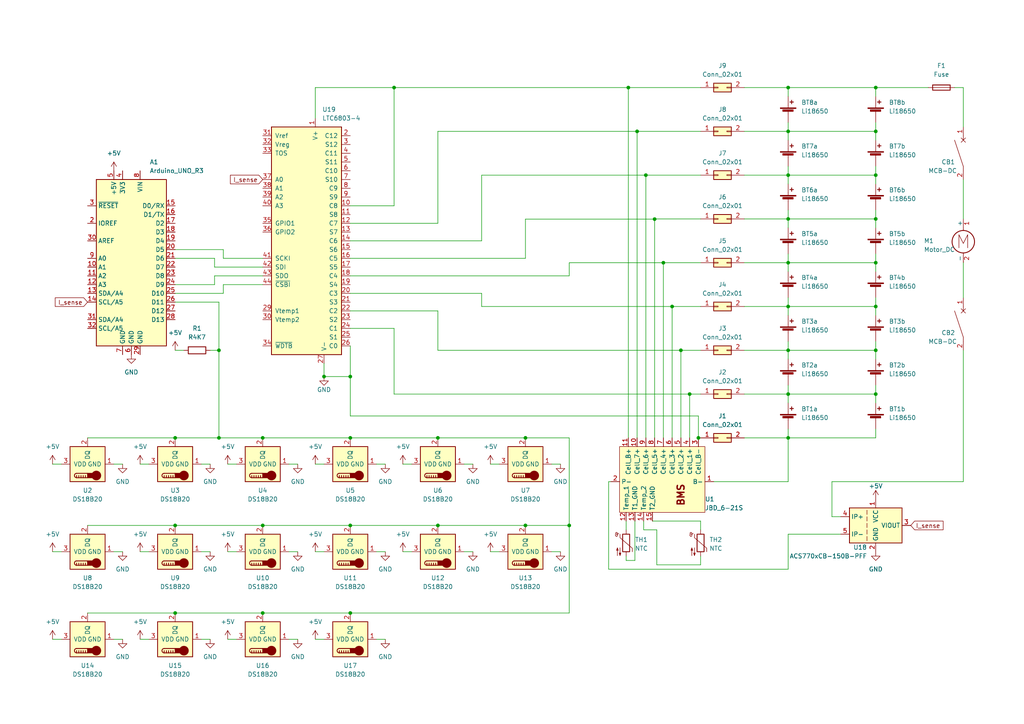
<source format=kicad_sch>
(kicad_sch (version 20211123) (generator eeschema)

  (uuid ab79abfc-dfab-4cfc-9271-19276996b234)

  (paper "A4")

  (title_block
    (title "Lithium Battery Testbench")
    (date "2022-10-19")
    (rev "R02")
    (company "FHE / S7 Project 4 2022")
  )

  (lib_symbols
    (symbol "BMS:Lithium_BMS_3-10S" (in_bom yes) (on_board yes)
      (property "Reference" "U" (id 0) (at 26.67 21.59 0)
        (effects (font (size 1.27 1.27)))
      )
      (property "Value" "Lithium_BMS_3-10S" (id 1) (at 35.56 23.495 0)
        (effects (font (size 1.27 1.27)))
      )
      (property "Footprint" "" (id 2) (at 15.24 1.905 0)
        (effects (font (size 1.27 1.27)) hide)
      )
      (property "Datasheet" "" (id 3) (at 15.24 1.905 0)
        (effects (font (size 1.27 1.27)) hide)
      )
      (symbol "Lithium_BMS_3-10S_0_0"
        (text "BMS" (at 20.32 24.13 0)
          (effects (font (size 2 2) bold))
        )
      )
      (symbol "Lithium_BMS_3-10S_0_1"
        (rectangle (start 6.35 31.115) (end 25.4 6.35)
          (stroke (width 0) (type default) (color 0 0 0 0))
          (fill (type background))
        )
      )
      (symbol "Lithium_BMS_3-10S_1_1"
        (pin bidirectional line (at 16.51 33.655 270) (length 2.54)
          (name "B-" (effects (font (size 1.27 1.27))))
          (number "1" (effects (font (size 1.27 1.27))))
        )
        (pin input line (at 3.81 11.43 0) (length 2.54)
          (name "Cell_7+" (effects (font (size 1.27 1.27))))
          (number "10" (effects (font (size 1.27 1.27))))
        )
        (pin input line (at 3.81 8.89 0) (length 2.54)
          (name "Cell_B+" (effects (font (size 1.27 1.27))))
          (number "11" (effects (font (size 1.27 1.27))))
        )
        (pin output line (at 27.94 8.255 180) (length 2.54)
          (name "Temp_1" (effects (font (size 1.27 1.27))))
          (number "12" (effects (font (size 1.27 1.27))))
        )
        (pin input line (at 27.94 10.795 180) (length 2.54)
          (name "T1_GND" (effects (font (size 1.27 1.27))))
          (number "13" (effects (font (size 1.27 1.27))))
        )
        (pin output line (at 27.94 13.335 180) (length 2.54)
          (name "Temp_2" (effects (font (size 1.27 1.27))))
          (number "14" (effects (font (size 1.27 1.27))))
        )
        (pin input line (at 27.94 15.875 180) (length 2.54)
          (name "T2_GND" (effects (font (size 1.27 1.27))))
          (number "15" (effects (font (size 1.27 1.27))))
        )
        (pin bidirectional line (at 16.51 3.81 90) (length 2.54)
          (name "P-" (effects (font (size 1.27 1.27))))
          (number "2" (effects (font (size 1.27 1.27))))
        )
        (pin input line (at 3.81 29.21 0) (length 2.54)
          (name "Cell_B-" (effects (font (size 1.27 1.27))))
          (number "3" (effects (font (size 1.27 1.27))))
        )
        (pin input line (at 3.81 26.67 0) (length 2.54)
          (name "Cell_1+" (effects (font (size 1.27 1.27))))
          (number "4" (effects (font (size 1.27 1.27))))
        )
        (pin input line (at 3.81 24.13 0) (length 2.54)
          (name "Cell_2+" (effects (font (size 1.27 1.27))))
          (number "5" (effects (font (size 1.27 1.27))))
        )
        (pin input line (at 3.81 21.59 0) (length 2.54)
          (name "Cell_3+" (effects (font (size 1.27 1.27))))
          (number "6" (effects (font (size 1.27 1.27))))
        )
        (pin input line (at 3.81 19.05 0) (length 2.54)
          (name "Cell_4+" (effects (font (size 1.27 1.27))))
          (number "7" (effects (font (size 1.27 1.27))))
        )
        (pin input line (at 3.81 16.51 0) (length 2.54)
          (name "Cell_5+" (effects (font (size 1.27 1.27))))
          (number "8" (effects (font (size 1.27 1.27))))
        )
        (pin input line (at 3.81 13.97 0) (length 2.54)
          (name "Cell_6+" (effects (font (size 1.27 1.27))))
          (number "9" (effects (font (size 1.27 1.27))))
        )
      )
    )
    (symbol "Battery_Management:LTC6803-4" (pin_names (offset 1.016)) (in_bom yes) (on_board yes)
      (property "Reference" "U" (id 0) (at -10.16 34.29 0)
        (effects (font (size 1.27 1.27)) (justify left))
      )
      (property "Value" "LTC6803-4" (id 1) (at -10.16 -34.29 0)
        (effects (font (size 1.27 1.27)) (justify left))
      )
      (property "Footprint" "Package_SO:SSOP-44_5.3x12.8mm_P0.5mm" (id 2) (at 0 0 0)
        (effects (font (size 1.27 1.27)) hide)
      )
      (property "Datasheet" "https://www.analog.com/media/en/technical-documentation/data-sheets/680324fa.pdf" (id 3) (at 13.97 34.29 0)
        (effects (font (size 1.27 1.27)) hide)
      )
      (property "ki_keywords" "battery balance afe" (id 4) (at 0 0 0)
        (effects (font (size 1.27 1.27)) hide)
      )
      (property "ki_description" "Multicell Battery Stack Monitor, 12-cell max, multi-chemistry, integrated balancing, stackable, serial interface" (id 5) (at 0 0 0)
        (effects (font (size 1.27 1.27)) hide)
      )
      (property "ki_fp_filters" "SSOP*5.3x12.8mm*P0.5mm*" (id 6) (at 0 0 0)
        (effects (font (size 1.27 1.27)) hide)
      )
      (symbol "LTC6803-4_0_1"
        (rectangle (start 10.16 -33.02) (end -10.16 33.02)
          (stroke (width 0.254) (type default) (color 0 0 0 0))
          (fill (type background))
        )
      )
      (symbol "LTC6803-4_1_1"
        (pin input line (at 2.54 35.56 270) (length 2.54)
          (name "V+" (effects (font (size 1.27 1.27))))
          (number "1" (effects (font (size 1.27 1.27))))
        )
        (pin input line (at 12.7 10.16 180) (length 2.54)
          (name "C8" (effects (font (size 1.27 1.27))))
          (number "10" (effects (font (size 1.27 1.27))))
        )
        (pin input line (at 12.7 7.62 180) (length 2.54)
          (name "S8" (effects (font (size 1.27 1.27))))
          (number "11" (effects (font (size 1.27 1.27))))
        )
        (pin input line (at 12.7 5.08 180) (length 2.54)
          (name "C7" (effects (font (size 1.27 1.27))))
          (number "12" (effects (font (size 1.27 1.27))))
        )
        (pin input line (at 12.7 2.54 180) (length 2.54)
          (name "S7" (effects (font (size 1.27 1.27))))
          (number "13" (effects (font (size 1.27 1.27))))
        )
        (pin input line (at 12.7 0 180) (length 2.54)
          (name "C6" (effects (font (size 1.27 1.27))))
          (number "14" (effects (font (size 1.27 1.27))))
        )
        (pin input line (at 12.7 -2.54 180) (length 2.54)
          (name "S6" (effects (font (size 1.27 1.27))))
          (number "15" (effects (font (size 1.27 1.27))))
        )
        (pin input line (at 12.7 -5.08 180) (length 2.54)
          (name "C5" (effects (font (size 1.27 1.27))))
          (number "16" (effects (font (size 1.27 1.27))))
        )
        (pin input line (at 12.7 -7.62 180) (length 2.54)
          (name "S5" (effects (font (size 1.27 1.27))))
          (number "17" (effects (font (size 1.27 1.27))))
        )
        (pin input line (at 12.7 -10.16 180) (length 2.54)
          (name "C4" (effects (font (size 1.27 1.27))))
          (number "18" (effects (font (size 1.27 1.27))))
        )
        (pin input line (at 12.7 -12.7 180) (length 2.54)
          (name "S4" (effects (font (size 1.27 1.27))))
          (number "19" (effects (font (size 1.27 1.27))))
        )
        (pin input line (at 12.7 30.48 180) (length 2.54)
          (name "C12" (effects (font (size 1.27 1.27))))
          (number "2" (effects (font (size 1.27 1.27))))
        )
        (pin input line (at 12.7 -15.24 180) (length 2.54)
          (name "C3" (effects (font (size 1.27 1.27))))
          (number "20" (effects (font (size 1.27 1.27))))
        )
        (pin input line (at 12.7 -17.78 180) (length 2.54)
          (name "S3" (effects (font (size 1.27 1.27))))
          (number "21" (effects (font (size 1.27 1.27))))
        )
        (pin input line (at 12.7 -20.32 180) (length 2.54)
          (name "C2" (effects (font (size 1.27 1.27))))
          (number "22" (effects (font (size 1.27 1.27))))
        )
        (pin input line (at 12.7 -22.86 180) (length 2.54)
          (name "S2" (effects (font (size 1.27 1.27))))
          (number "23" (effects (font (size 1.27 1.27))))
        )
        (pin input line (at 12.7 -25.4 180) (length 2.54)
          (name "C1" (effects (font (size 1.27 1.27))))
          (number "24" (effects (font (size 1.27 1.27))))
        )
        (pin input line (at 12.7 -27.94 180) (length 2.54)
          (name "S1" (effects (font (size 1.27 1.27))))
          (number "25" (effects (font (size 1.27 1.27))))
        )
        (pin input line (at 12.7 -30.48 180) (length 2.54)
          (name "C0" (effects (font (size 1.27 1.27))))
          (number "26" (effects (font (size 1.27 1.27))))
        )
        (pin input line (at 5.08 -35.56 90) (length 2.54)
          (name "V-" (effects (font (size 1.27 1.27))))
          (number "27" (effects (font (size 1.27 1.27))))
        )
        (pin no_connect line (at 0 35.56 270) (length 2.54) hide
          (name "NC" (effects (font (size 1.27 1.27))))
          (number "28" (effects (font (size 1.27 1.27))))
        )
        (pin input line (at -12.7 -20.32 0) (length 2.54)
          (name "Vtemp1" (effects (font (size 1.27 1.27))))
          (number "29" (effects (font (size 1.27 1.27))))
        )
        (pin input line (at 12.7 27.94 180) (length 2.54)
          (name "S12" (effects (font (size 1.27 1.27))))
          (number "3" (effects (font (size 1.27 1.27))))
        )
        (pin input line (at -12.7 -22.86 0) (length 2.54)
          (name "Vtemp2" (effects (font (size 1.27 1.27))))
          (number "30" (effects (font (size 1.27 1.27))))
        )
        (pin input line (at -12.7 30.48 0) (length 2.54)
          (name "Vref" (effects (font (size 1.27 1.27))))
          (number "31" (effects (font (size 1.27 1.27))))
        )
        (pin input line (at -12.7 27.94 0) (length 2.54)
          (name "Vreg" (effects (font (size 1.27 1.27))))
          (number "32" (effects (font (size 1.27 1.27))))
        )
        (pin input line (at -12.7 25.4 0) (length 2.54)
          (name "TOS" (effects (font (size 1.27 1.27))))
          (number "33" (effects (font (size 1.27 1.27))))
        )
        (pin open_collector line (at -12.7 -30.48 0) (length 2.54)
          (name "~{WDTB}" (effects (font (size 1.27 1.27))))
          (number "34" (effects (font (size 1.27 1.27))))
        )
        (pin input line (at -12.7 5.08 0) (length 2.54)
          (name "GPIO1" (effects (font (size 1.27 1.27))))
          (number "35" (effects (font (size 1.27 1.27))))
        )
        (pin input line (at -12.7 2.54 0) (length 2.54)
          (name "GPIO2" (effects (font (size 1.27 1.27))))
          (number "36" (effects (font (size 1.27 1.27))))
        )
        (pin input line (at -12.7 17.78 0) (length 2.54)
          (name "A0" (effects (font (size 1.27 1.27))))
          (number "37" (effects (font (size 1.27 1.27))))
        )
        (pin input line (at -12.7 15.24 0) (length 2.54)
          (name "A1" (effects (font (size 1.27 1.27))))
          (number "38" (effects (font (size 1.27 1.27))))
        )
        (pin input line (at -12.7 12.7 0) (length 2.54)
          (name "A2" (effects (font (size 1.27 1.27))))
          (number "39" (effects (font (size 1.27 1.27))))
        )
        (pin input line (at 12.7 25.4 180) (length 2.54)
          (name "C11" (effects (font (size 1.27 1.27))))
          (number "4" (effects (font (size 1.27 1.27))))
        )
        (pin input line (at -12.7 10.16 0) (length 2.54)
          (name "A3" (effects (font (size 1.27 1.27))))
          (number "40" (effects (font (size 1.27 1.27))))
        )
        (pin input line (at -12.7 -5.08 0) (length 2.54)
          (name "SCKI" (effects (font (size 1.27 1.27))))
          (number "41" (effects (font (size 1.27 1.27))))
        )
        (pin input line (at -12.7 -7.62 0) (length 2.54)
          (name "SDI" (effects (font (size 1.27 1.27))))
          (number "42" (effects (font (size 1.27 1.27))))
        )
        (pin open_collector line (at -12.7 -10.16 0) (length 2.54)
          (name "SDO" (effects (font (size 1.27 1.27))))
          (number "43" (effects (font (size 1.27 1.27))))
        )
        (pin input line (at -12.7 -12.7 0) (length 2.54)
          (name "~{CSBI}" (effects (font (size 1.27 1.27))))
          (number "44" (effects (font (size 1.27 1.27))))
        )
        (pin input line (at 12.7 22.86 180) (length 2.54)
          (name "S11" (effects (font (size 1.27 1.27))))
          (number "5" (effects (font (size 1.27 1.27))))
        )
        (pin input line (at 12.7 20.32 180) (length 2.54)
          (name "C10" (effects (font (size 1.27 1.27))))
          (number "6" (effects (font (size 1.27 1.27))))
        )
        (pin input line (at 12.7 17.78 180) (length 2.54)
          (name "S10" (effects (font (size 1.27 1.27))))
          (number "7" (effects (font (size 1.27 1.27))))
        )
        (pin input line (at 12.7 15.24 180) (length 2.54)
          (name "C9" (effects (font (size 1.27 1.27))))
          (number "8" (effects (font (size 1.27 1.27))))
        )
        (pin input line (at 12.7 12.7 180) (length 2.54)
          (name "S9" (effects (font (size 1.27 1.27))))
          (number "9" (effects (font (size 1.27 1.27))))
        )
      )
    )
    (symbol "Connector_Generic:Conn_02x01" (pin_names (offset 1.016) hide) (in_bom yes) (on_board yes)
      (property "Reference" "J" (id 0) (at 1.27 2.54 0)
        (effects (font (size 1.27 1.27)))
      )
      (property "Value" "Conn_02x01" (id 1) (at 1.27 -2.54 0)
        (effects (font (size 1.27 1.27)))
      )
      (property "Footprint" "" (id 2) (at 0 0 0)
        (effects (font (size 1.27 1.27)) hide)
      )
      (property "Datasheet" "~" (id 3) (at 0 0 0)
        (effects (font (size 1.27 1.27)) hide)
      )
      (property "ki_keywords" "connector" (id 4) (at 0 0 0)
        (effects (font (size 1.27 1.27)) hide)
      )
      (property "ki_description" "Generic connector, double row, 02x01, this symbol is compatible with counter-clockwise, top-bottom and odd-even numbering schemes., script generated (kicad-library-utils/schlib/autogen/connector/)" (id 5) (at 0 0 0)
        (effects (font (size 1.27 1.27)) hide)
      )
      (property "ki_fp_filters" "Connector*:*_2x??_*" (id 6) (at 0 0 0)
        (effects (font (size 1.27 1.27)) hide)
      )
      (symbol "Conn_02x01_1_1"
        (rectangle (start -1.27 0.127) (end 0 -0.127)
          (stroke (width 0.1524) (type default) (color 0 0 0 0))
          (fill (type none))
        )
        (rectangle (start -1.27 1.27) (end 3.81 -1.27)
          (stroke (width 0.254) (type default) (color 0 0 0 0))
          (fill (type background))
        )
        (rectangle (start 3.81 0.127) (end 2.54 -0.127)
          (stroke (width 0.1524) (type default) (color 0 0 0 0))
          (fill (type none))
        )
        (pin passive line (at -5.08 0 0) (length 3.81)
          (name "Pin_1" (effects (font (size 1.27 1.27))))
          (number "1" (effects (font (size 1.27 1.27))))
        )
        (pin passive line (at 7.62 0 180) (length 3.81)
          (name "Pin_2" (effects (font (size 1.27 1.27))))
          (number "2" (effects (font (size 1.27 1.27))))
        )
      )
    )
    (symbol "Device:Battery_Cell" (pin_numbers hide) (pin_names (offset 0) hide) (in_bom yes) (on_board yes)
      (property "Reference" "BT" (id 0) (at 2.54 2.54 0)
        (effects (font (size 1.27 1.27)) (justify left))
      )
      (property "Value" "Battery_Cell" (id 1) (at 2.54 0 0)
        (effects (font (size 1.27 1.27)) (justify left))
      )
      (property "Footprint" "" (id 2) (at 0 1.524 90)
        (effects (font (size 1.27 1.27)) hide)
      )
      (property "Datasheet" "~" (id 3) (at 0 1.524 90)
        (effects (font (size 1.27 1.27)) hide)
      )
      (property "ki_keywords" "battery cell" (id 4) (at 0 0 0)
        (effects (font (size 1.27 1.27)) hide)
      )
      (property "ki_description" "Single-cell battery" (id 5) (at 0 0 0)
        (effects (font (size 1.27 1.27)) hide)
      )
      (symbol "Battery_Cell_0_1"
        (rectangle (start -2.286 1.778) (end 2.286 1.524)
          (stroke (width 0) (type default) (color 0 0 0 0))
          (fill (type outline))
        )
        (rectangle (start -1.5748 1.1938) (end 1.4732 0.6858)
          (stroke (width 0) (type default) (color 0 0 0 0))
          (fill (type outline))
        )
        (polyline
          (pts
            (xy 0 0.762)
            (xy 0 0)
          )
          (stroke (width 0) (type default) (color 0 0 0 0))
          (fill (type none))
        )
        (polyline
          (pts
            (xy 0 1.778)
            (xy 0 2.54)
          )
          (stroke (width 0) (type default) (color 0 0 0 0))
          (fill (type none))
        )
        (polyline
          (pts
            (xy 0.508 3.429)
            (xy 1.524 3.429)
          )
          (stroke (width 0.254) (type default) (color 0 0 0 0))
          (fill (type none))
        )
        (polyline
          (pts
            (xy 1.016 3.937)
            (xy 1.016 2.921)
          )
          (stroke (width 0.254) (type default) (color 0 0 0 0))
          (fill (type none))
        )
      )
      (symbol "Battery_Cell_1_1"
        (pin passive line (at 0 5.08 270) (length 2.54)
          (name "+" (effects (font (size 1.27 1.27))))
          (number "1" (effects (font (size 1.27 1.27))))
        )
        (pin passive line (at 0 -2.54 90) (length 2.54)
          (name "-" (effects (font (size 1.27 1.27))))
          (number "2" (effects (font (size 1.27 1.27))))
        )
      )
    )
    (symbol "Device:CircuitBreaker_1P" (in_bom yes) (on_board yes)
      (property "Reference" "CB" (id 0) (at 1.905 0 0)
        (effects (font (size 1.27 1.27)) (justify left))
      )
      (property "Value" "CircuitBreaker_1P" (id 1) (at 1.905 1.905 0)
        (effects (font (size 1.27 1.27)) (justify left))
      )
      (property "Footprint" "" (id 2) (at 0 0 0)
        (effects (font (size 1.27 1.27)) hide)
      )
      (property "Datasheet" "~" (id 3) (at 0 0 0)
        (effects (font (size 1.27 1.27)) hide)
      )
      (property "ki_keywords" "CB" (id 4) (at 0 0 0)
        (effects (font (size 1.27 1.27)) hide)
      )
      (property "ki_description" "Single pole circuit breaker" (id 5) (at 0 0 0)
        (effects (font (size 1.27 1.27)) hide)
      )
      (symbol "CircuitBreaker_1P_0_1"
        (polyline
          (pts
            (xy 0 -5.08)
            (xy 0 -3.81)
          )
          (stroke (width 0) (type default) (color 0 0 0 0))
          (fill (type none))
        )
        (polyline
          (pts
            (xy 0 -3.81)
            (xy -2.54 3.81)
          )
          (stroke (width 0) (type default) (color 0 0 0 0))
          (fill (type none))
        )
      )
      (symbol "CircuitBreaker_1P_1_1"
        (polyline
          (pts
            (xy -0.635 4.445)
            (xy 0.635 3.175)
          )
          (stroke (width 0) (type default) (color 0 0 0 0))
          (fill (type none))
        )
        (polyline
          (pts
            (xy 0 5.08)
            (xy 0 3.81)
          )
          (stroke (width 0) (type default) (color 0 0 0 0))
          (fill (type none))
        )
        (polyline
          (pts
            (xy 0.635 4.445)
            (xy -0.635 3.175)
          )
          (stroke (width 0) (type default) (color 0 0 0 0))
          (fill (type none))
        )
        (pin passive line (at 0 7.62 270) (length 2.54)
          (name "~" (effects (font (size 1.27 1.27))))
          (number "1" (effects (font (size 1.27 1.27))))
        )
        (pin passive line (at 0 -7.62 90) (length 2.54)
          (name "~" (effects (font (size 1.27 1.27))))
          (number "2" (effects (font (size 1.27 1.27))))
        )
      )
    )
    (symbol "Device:Fuse" (pin_numbers hide) (pin_names (offset 0)) (in_bom yes) (on_board yes)
      (property "Reference" "F" (id 0) (at 2.032 0 90)
        (effects (font (size 1.27 1.27)))
      )
      (property "Value" "Fuse" (id 1) (at -1.905 0 90)
        (effects (font (size 1.27 1.27)))
      )
      (property "Footprint" "" (id 2) (at -1.778 0 90)
        (effects (font (size 1.27 1.27)) hide)
      )
      (property "Datasheet" "~" (id 3) (at 0 0 0)
        (effects (font (size 1.27 1.27)) hide)
      )
      (property "ki_keywords" "fuse" (id 4) (at 0 0 0)
        (effects (font (size 1.27 1.27)) hide)
      )
      (property "ki_description" "Fuse" (id 5) (at 0 0 0)
        (effects (font (size 1.27 1.27)) hide)
      )
      (property "ki_fp_filters" "*Fuse*" (id 6) (at 0 0 0)
        (effects (font (size 1.27 1.27)) hide)
      )
      (symbol "Fuse_0_1"
        (rectangle (start -0.762 -2.54) (end 0.762 2.54)
          (stroke (width 0.254) (type default) (color 0 0 0 0))
          (fill (type none))
        )
        (polyline
          (pts
            (xy 0 2.54)
            (xy 0 -2.54)
          )
          (stroke (width 0) (type default) (color 0 0 0 0))
          (fill (type none))
        )
      )
      (symbol "Fuse_1_1"
        (pin passive line (at 0 3.81 270) (length 1.27)
          (name "~" (effects (font (size 1.27 1.27))))
          (number "1" (effects (font (size 1.27 1.27))))
        )
        (pin passive line (at 0 -3.81 90) (length 1.27)
          (name "~" (effects (font (size 1.27 1.27))))
          (number "2" (effects (font (size 1.27 1.27))))
        )
      )
    )
    (symbol "Device:R" (pin_numbers hide) (pin_names (offset 0)) (in_bom yes) (on_board yes)
      (property "Reference" "R" (id 0) (at 2.032 0 90)
        (effects (font (size 1.27 1.27)))
      )
      (property "Value" "R" (id 1) (at 0 0 90)
        (effects (font (size 1.27 1.27)))
      )
      (property "Footprint" "" (id 2) (at -1.778 0 90)
        (effects (font (size 1.27 1.27)) hide)
      )
      (property "Datasheet" "~" (id 3) (at 0 0 0)
        (effects (font (size 1.27 1.27)) hide)
      )
      (property "ki_keywords" "R res resistor" (id 4) (at 0 0 0)
        (effects (font (size 1.27 1.27)) hide)
      )
      (property "ki_description" "Resistor" (id 5) (at 0 0 0)
        (effects (font (size 1.27 1.27)) hide)
      )
      (property "ki_fp_filters" "R_*" (id 6) (at 0 0 0)
        (effects (font (size 1.27 1.27)) hide)
      )
      (symbol "R_0_1"
        (rectangle (start -1.016 -2.54) (end 1.016 2.54)
          (stroke (width 0.254) (type default) (color 0 0 0 0))
          (fill (type none))
        )
      )
      (symbol "R_1_1"
        (pin passive line (at 0 3.81 270) (length 1.27)
          (name "~" (effects (font (size 1.27 1.27))))
          (number "1" (effects (font (size 1.27 1.27))))
        )
        (pin passive line (at 0 -3.81 90) (length 1.27)
          (name "~" (effects (font (size 1.27 1.27))))
          (number "2" (effects (font (size 1.27 1.27))))
        )
      )
    )
    (symbol "Device:Thermistor_NTC" (pin_numbers hide) (pin_names (offset 0)) (in_bom yes) (on_board yes)
      (property "Reference" "TH" (id 0) (at -4.445 0 90)
        (effects (font (size 1.27 1.27)))
      )
      (property "Value" "Thermistor_NTC" (id 1) (at 3.175 0 90)
        (effects (font (size 1.27 1.27)))
      )
      (property "Footprint" "" (id 2) (at 0 1.27 0)
        (effects (font (size 1.27 1.27)) hide)
      )
      (property "Datasheet" "~" (id 3) (at 0 1.27 0)
        (effects (font (size 1.27 1.27)) hide)
      )
      (property "ki_keywords" "thermistor NTC resistor sensor RTD" (id 4) (at 0 0 0)
        (effects (font (size 1.27 1.27)) hide)
      )
      (property "ki_description" "Temperature dependent resistor, negative temperature coefficient" (id 5) (at 0 0 0)
        (effects (font (size 1.27 1.27)) hide)
      )
      (property "ki_fp_filters" "*NTC* *Thermistor* PIN?ARRAY* bornier* *Terminal?Block* R_*" (id 6) (at 0 0 0)
        (effects (font (size 1.27 1.27)) hide)
      )
      (symbol "Thermistor_NTC_0_1"
        (arc (start -3.048 2.159) (mid -3.0495 2.3143) (end -3.175 2.413)
          (stroke (width 0) (type default) (color 0 0 0 0))
          (fill (type none))
        )
        (arc (start -3.048 2.159) (mid -2.9736 1.9794) (end -2.794 1.905)
          (stroke (width 0) (type default) (color 0 0 0 0))
          (fill (type none))
        )
        (arc (start -3.048 2.794) (mid -2.9736 2.6144) (end -2.794 2.54)
          (stroke (width 0) (type default) (color 0 0 0 0))
          (fill (type none))
        )
        (arc (start -2.794 1.905) (mid -2.6144 1.9794) (end -2.54 2.159)
          (stroke (width 0) (type default) (color 0 0 0 0))
          (fill (type none))
        )
        (arc (start -2.794 2.54) (mid -2.4393 2.5587) (end -2.159 2.794)
          (stroke (width 0) (type default) (color 0 0 0 0))
          (fill (type none))
        )
        (arc (start -2.794 3.048) (mid -2.9736 2.9736) (end -3.048 2.794)
          (stroke (width 0) (type default) (color 0 0 0 0))
          (fill (type none))
        )
        (arc (start -2.54 2.794) (mid -2.6144 2.9736) (end -2.794 3.048)
          (stroke (width 0) (type default) (color 0 0 0 0))
          (fill (type none))
        )
        (rectangle (start -1.016 2.54) (end 1.016 -2.54)
          (stroke (width 0.254) (type default) (color 0 0 0 0))
          (fill (type none))
        )
        (polyline
          (pts
            (xy -2.54 2.159)
            (xy -2.54 2.794)
          )
          (stroke (width 0) (type default) (color 0 0 0 0))
          (fill (type none))
        )
        (polyline
          (pts
            (xy -1.778 2.54)
            (xy -1.778 1.524)
            (xy 1.778 -1.524)
            (xy 1.778 -2.54)
          )
          (stroke (width 0) (type default) (color 0 0 0 0))
          (fill (type none))
        )
        (polyline
          (pts
            (xy -2.54 -3.683)
            (xy -2.54 -1.397)
            (xy -2.794 -2.159)
            (xy -2.286 -2.159)
            (xy -2.54 -1.397)
            (xy -2.54 -1.651)
          )
          (stroke (width 0) (type default) (color 0 0 0 0))
          (fill (type outline))
        )
        (polyline
          (pts
            (xy -1.778 -1.397)
            (xy -1.778 -3.683)
            (xy -2.032 -2.921)
            (xy -1.524 -2.921)
            (xy -1.778 -3.683)
            (xy -1.778 -3.429)
          )
          (stroke (width 0) (type default) (color 0 0 0 0))
          (fill (type outline))
        )
      )
      (symbol "Thermistor_NTC_1_1"
        (pin passive line (at 0 3.81 270) (length 1.27)
          (name "~" (effects (font (size 1.27 1.27))))
          (number "1" (effects (font (size 1.27 1.27))))
        )
        (pin passive line (at 0 -3.81 90) (length 1.27)
          (name "~" (effects (font (size 1.27 1.27))))
          (number "2" (effects (font (size 1.27 1.27))))
        )
      )
    )
    (symbol "MCU_Module:Arduino_UNO_R3" (in_bom yes) (on_board yes)
      (property "Reference" "A" (id 0) (at -10.16 23.495 0)
        (effects (font (size 1.27 1.27)) (justify left bottom))
      )
      (property "Value" "Arduino_UNO_R3" (id 1) (at 5.08 -26.67 0)
        (effects (font (size 1.27 1.27)) (justify left top))
      )
      (property "Footprint" "Module:Arduino_UNO_R3" (id 2) (at 0 0 0)
        (effects (font (size 1.27 1.27) italic) hide)
      )
      (property "Datasheet" "https://www.arduino.cc/en/Main/arduinoBoardUno" (id 3) (at 0 0 0)
        (effects (font (size 1.27 1.27)) hide)
      )
      (property "ki_keywords" "Arduino UNO R3 Microcontroller Module Atmel AVR USB" (id 4) (at 0 0 0)
        (effects (font (size 1.27 1.27)) hide)
      )
      (property "ki_description" "Arduino UNO Microcontroller Module, release 3" (id 5) (at 0 0 0)
        (effects (font (size 1.27 1.27)) hide)
      )
      (property "ki_fp_filters" "Arduino*UNO*R3*" (id 6) (at 0 0 0)
        (effects (font (size 1.27 1.27)) hide)
      )
      (symbol "Arduino_UNO_R3_0_1"
        (rectangle (start -10.16 22.86) (end 10.16 -25.4)
          (stroke (width 0.254) (type default) (color 0 0 0 0))
          (fill (type background))
        )
      )
      (symbol "Arduino_UNO_R3_1_1"
        (pin no_connect line (at -10.16 -20.32 0) (length 2.54) hide
          (name "NC" (effects (font (size 1.27 1.27))))
          (number "1" (effects (font (size 1.27 1.27))))
        )
        (pin bidirectional line (at 12.7 -2.54 180) (length 2.54)
          (name "A1" (effects (font (size 1.27 1.27))))
          (number "10" (effects (font (size 1.27 1.27))))
        )
        (pin bidirectional line (at 12.7 -5.08 180) (length 2.54)
          (name "A2" (effects (font (size 1.27 1.27))))
          (number "11" (effects (font (size 1.27 1.27))))
        )
        (pin bidirectional line (at 12.7 -7.62 180) (length 2.54)
          (name "A3" (effects (font (size 1.27 1.27))))
          (number "12" (effects (font (size 1.27 1.27))))
        )
        (pin bidirectional line (at 12.7 -10.16 180) (length 2.54)
          (name "SDA/A4" (effects (font (size 1.27 1.27))))
          (number "13" (effects (font (size 1.27 1.27))))
        )
        (pin bidirectional line (at 12.7 -12.7 180) (length 2.54)
          (name "SCL/A5" (effects (font (size 1.27 1.27))))
          (number "14" (effects (font (size 1.27 1.27))))
        )
        (pin bidirectional line (at -12.7 15.24 0) (length 2.54)
          (name "D0/RX" (effects (font (size 1.27 1.27))))
          (number "15" (effects (font (size 1.27 1.27))))
        )
        (pin bidirectional line (at -12.7 12.7 0) (length 2.54)
          (name "D1/TX" (effects (font (size 1.27 1.27))))
          (number "16" (effects (font (size 1.27 1.27))))
        )
        (pin bidirectional line (at -12.7 10.16 0) (length 2.54)
          (name "D2" (effects (font (size 1.27 1.27))))
          (number "17" (effects (font (size 1.27 1.27))))
        )
        (pin bidirectional line (at -12.7 7.62 0) (length 2.54)
          (name "D3" (effects (font (size 1.27 1.27))))
          (number "18" (effects (font (size 1.27 1.27))))
        )
        (pin bidirectional line (at -12.7 5.08 0) (length 2.54)
          (name "D4" (effects (font (size 1.27 1.27))))
          (number "19" (effects (font (size 1.27 1.27))))
        )
        (pin output line (at 12.7 10.16 180) (length 2.54)
          (name "IOREF" (effects (font (size 1.27 1.27))))
          (number "2" (effects (font (size 1.27 1.27))))
        )
        (pin bidirectional line (at -12.7 2.54 0) (length 2.54)
          (name "D5" (effects (font (size 1.27 1.27))))
          (number "20" (effects (font (size 1.27 1.27))))
        )
        (pin bidirectional line (at -12.7 0 0) (length 2.54)
          (name "D6" (effects (font (size 1.27 1.27))))
          (number "21" (effects (font (size 1.27 1.27))))
        )
        (pin bidirectional line (at -12.7 -2.54 0) (length 2.54)
          (name "D7" (effects (font (size 1.27 1.27))))
          (number "22" (effects (font (size 1.27 1.27))))
        )
        (pin bidirectional line (at -12.7 -5.08 0) (length 2.54)
          (name "D8" (effects (font (size 1.27 1.27))))
          (number "23" (effects (font (size 1.27 1.27))))
        )
        (pin bidirectional line (at -12.7 -7.62 0) (length 2.54)
          (name "D9" (effects (font (size 1.27 1.27))))
          (number "24" (effects (font (size 1.27 1.27))))
        )
        (pin bidirectional line (at -12.7 -10.16 0) (length 2.54)
          (name "D10" (effects (font (size 1.27 1.27))))
          (number "25" (effects (font (size 1.27 1.27))))
        )
        (pin bidirectional line (at -12.7 -12.7 0) (length 2.54)
          (name "D11" (effects (font (size 1.27 1.27))))
          (number "26" (effects (font (size 1.27 1.27))))
        )
        (pin bidirectional line (at -12.7 -15.24 0) (length 2.54)
          (name "D12" (effects (font (size 1.27 1.27))))
          (number "27" (effects (font (size 1.27 1.27))))
        )
        (pin bidirectional line (at -12.7 -17.78 0) (length 2.54)
          (name "D13" (effects (font (size 1.27 1.27))))
          (number "28" (effects (font (size 1.27 1.27))))
        )
        (pin power_in line (at -2.54 -27.94 90) (length 2.54)
          (name "GND" (effects (font (size 1.27 1.27))))
          (number "29" (effects (font (size 1.27 1.27))))
        )
        (pin input line (at 12.7 15.24 180) (length 2.54)
          (name "~{RESET}" (effects (font (size 1.27 1.27))))
          (number "3" (effects (font (size 1.27 1.27))))
        )
        (pin input line (at 12.7 5.08 180) (length 2.54)
          (name "AREF" (effects (font (size 1.27 1.27))))
          (number "30" (effects (font (size 1.27 1.27))))
        )
        (pin bidirectional line (at 12.7 -17.78 180) (length 2.54)
          (name "SDA/A4" (effects (font (size 1.27 1.27))))
          (number "31" (effects (font (size 1.27 1.27))))
        )
        (pin bidirectional line (at 12.7 -20.32 180) (length 2.54)
          (name "SCL/A5" (effects (font (size 1.27 1.27))))
          (number "32" (effects (font (size 1.27 1.27))))
        )
        (pin power_out line (at 2.54 25.4 270) (length 2.54)
          (name "3V3" (effects (font (size 1.27 1.27))))
          (number "4" (effects (font (size 1.27 1.27))))
        )
        (pin power_out line (at 5.08 25.4 270) (length 2.54)
          (name "+5V" (effects (font (size 1.27 1.27))))
          (number "5" (effects (font (size 1.27 1.27))))
        )
        (pin power_in line (at 0 -27.94 90) (length 2.54)
          (name "GND" (effects (font (size 1.27 1.27))))
          (number "6" (effects (font (size 1.27 1.27))))
        )
        (pin power_in line (at 2.54 -27.94 90) (length 2.54)
          (name "GND" (effects (font (size 1.27 1.27))))
          (number "7" (effects (font (size 1.27 1.27))))
        )
        (pin power_in line (at -2.54 25.4 270) (length 2.54)
          (name "VIN" (effects (font (size 1.27 1.27))))
          (number "8" (effects (font (size 1.27 1.27))))
        )
        (pin bidirectional line (at 12.7 0 180) (length 2.54)
          (name "A0" (effects (font (size 1.27 1.27))))
          (number "9" (effects (font (size 1.27 1.27))))
        )
      )
    )
    (symbol "Motor:Motor_DC" (pin_names (offset 0)) (in_bom yes) (on_board yes)
      (property "Reference" "M" (id 0) (at 2.54 2.54 0)
        (effects (font (size 1.27 1.27)) (justify left))
      )
      (property "Value" "Motor_DC" (id 1) (at 2.54 -5.08 0)
        (effects (font (size 1.27 1.27)) (justify left top))
      )
      (property "Footprint" "" (id 2) (at 0 -2.286 0)
        (effects (font (size 1.27 1.27)) hide)
      )
      (property "Datasheet" "~" (id 3) (at 0 -2.286 0)
        (effects (font (size 1.27 1.27)) hide)
      )
      (property "ki_keywords" "DC Motor" (id 4) (at 0 0 0)
        (effects (font (size 1.27 1.27)) hide)
      )
      (property "ki_description" "DC Motor" (id 5) (at 0 0 0)
        (effects (font (size 1.27 1.27)) hide)
      )
      (property "ki_fp_filters" "PinHeader*P2.54mm* TerminalBlock*" (id 6) (at 0 0 0)
        (effects (font (size 1.27 1.27)) hide)
      )
      (symbol "Motor_DC_0_0"
        (polyline
          (pts
            (xy -1.27 -3.302)
            (xy -1.27 0.508)
            (xy 0 -2.032)
            (xy 1.27 0.508)
            (xy 1.27 -3.302)
          )
          (stroke (width 0) (type default) (color 0 0 0 0))
          (fill (type none))
        )
      )
      (symbol "Motor_DC_0_1"
        (circle (center 0 -1.524) (radius 3.2512)
          (stroke (width 0.254) (type default) (color 0 0 0 0))
          (fill (type none))
        )
        (polyline
          (pts
            (xy 0 -7.62)
            (xy 0 -7.112)
          )
          (stroke (width 0) (type default) (color 0 0 0 0))
          (fill (type none))
        )
        (polyline
          (pts
            (xy 0 -4.7752)
            (xy 0 -5.1816)
          )
          (stroke (width 0) (type default) (color 0 0 0 0))
          (fill (type none))
        )
        (polyline
          (pts
            (xy 0 1.7272)
            (xy 0 2.0828)
          )
          (stroke (width 0) (type default) (color 0 0 0 0))
          (fill (type none))
        )
        (polyline
          (pts
            (xy 0 2.032)
            (xy 0 2.54)
          )
          (stroke (width 0) (type default) (color 0 0 0 0))
          (fill (type none))
        )
      )
      (symbol "Motor_DC_1_1"
        (pin passive line (at 0 5.08 270) (length 2.54)
          (name "+" (effects (font (size 1.27 1.27))))
          (number "1" (effects (font (size 1.27 1.27))))
        )
        (pin passive line (at 0 -7.62 90) (length 2.54)
          (name "-" (effects (font (size 1.27 1.27))))
          (number "2" (effects (font (size 1.27 1.27))))
        )
      )
    )
    (symbol "Sensor_Current:ACS770xCB-150B-PFF" (in_bom yes) (on_board yes)
      (property "Reference" "U" (id 0) (at -7.62 6.35 0)
        (effects (font (size 1.27 1.27)) (justify left))
      )
      (property "Value" "ACS770xCB-150B-PFF" (id 1) (at 2.54 6.35 0)
        (effects (font (size 1.27 1.27)) (justify left))
      )
      (property "Footprint" "Sensor_Current:Allegro_CB_PFF" (id 2) (at 0 0 0)
        (effects (font (size 1.27 1.27)) hide)
      )
      (property "Datasheet" "http://www.allegromicro.com/~/media/Files/Datasheets/ACS758-Datasheet.ashx?la=en" (id 3) (at 0 0 0)
        (effects (font (size 1.27 1.27)) hide)
      )
      (property "ki_keywords" "hall effect current monitor sensor isolated" (id 4) (at 0 0 0)
        (effects (font (size 1.27 1.27)) hide)
      )
      (property "ki_description" "±50A Bidirectional Hall-Effect Current Sensor, +5.0V supply, 13.3mV/A, CB-5 PFF" (id 5) (at 0 0 0)
        (effects (font (size 1.27 1.27)) hide)
      )
      (property "ki_fp_filters" "Allegro*CB*PFF*" (id 6) (at 0 0 0)
        (effects (font (size 1.27 1.27)) hide)
      )
      (symbol "ACS770xCB-150B-PFF_0_1"
        (rectangle (start -7.62 5.08) (end 7.62 -5.08)
          (stroke (width 0.254) (type default) (color 0 0 0 0))
          (fill (type background))
        )
        (polyline
          (pts
            (xy -2.54 -3.175)
            (xy -2.54 -4.445)
          )
          (stroke (width 0) (type default) (color 0 0 0 0))
          (fill (type none))
        )
        (polyline
          (pts
            (xy -2.54 -1.27)
            (xy -2.54 -2.54)
          )
          (stroke (width 0) (type default) (color 0 0 0 0))
          (fill (type none))
        )
        (polyline
          (pts
            (xy -2.54 0.635)
            (xy -2.54 -0.635)
          )
          (stroke (width 0) (type default) (color 0 0 0 0))
          (fill (type none))
        )
        (polyline
          (pts
            (xy -2.54 1.27)
            (xy -2.54 2.54)
          )
          (stroke (width 0) (type default) (color 0 0 0 0))
          (fill (type none))
        )
        (polyline
          (pts
            (xy -2.54 3.175)
            (xy -2.54 4.445)
          )
          (stroke (width 0) (type default) (color 0 0 0 0))
          (fill (type none))
        )
      )
      (symbol "ACS770xCB-150B-PFF_1_1"
        (pin power_in line (at 0 7.62 270) (length 2.54)
          (name "VCC" (effects (font (size 1.27 1.27))))
          (number "1" (effects (font (size 1.27 1.27))))
        )
        (pin power_in line (at 0 -7.62 90) (length 2.54)
          (name "GND" (effects (font (size 1.27 1.27))))
          (number "2" (effects (font (size 1.27 1.27))))
        )
        (pin output line (at 10.16 0 180) (length 2.54)
          (name "VIOUT" (effects (font (size 1.27 1.27))))
          (number "3" (effects (font (size 1.27 1.27))))
        )
        (pin passive line (at -10.16 2.54 0) (length 2.54)
          (name "IP+" (effects (font (size 1.27 1.27))))
          (number "4" (effects (font (size 1.27 1.27))))
        )
        (pin passive line (at -10.16 -2.54 0) (length 2.54)
          (name "IP-" (effects (font (size 1.27 1.27))))
          (number "5" (effects (font (size 1.27 1.27))))
        )
      )
    )
    (symbol "Sensor_Temperature:DS18B20" (pin_names (offset 1.016)) (in_bom yes) (on_board yes)
      (property "Reference" "U" (id 0) (at -3.81 6.35 0)
        (effects (font (size 1.27 1.27)))
      )
      (property "Value" "DS18B20" (id 1) (at 6.35 6.35 0)
        (effects (font (size 1.27 1.27)))
      )
      (property "Footprint" "Package_TO_SOT_THT:TO-92_Inline" (id 2) (at -25.4 -6.35 0)
        (effects (font (size 1.27 1.27)) hide)
      )
      (property "Datasheet" "http://datasheets.maximintegrated.com/en/ds/DS18B20.pdf" (id 3) (at -3.81 6.35 0)
        (effects (font (size 1.27 1.27)) hide)
      )
      (property "ki_keywords" "OneWire 1Wire Dallas Maxim" (id 4) (at 0 0 0)
        (effects (font (size 1.27 1.27)) hide)
      )
      (property "ki_description" "Programmable Resolution 1-Wire Digital Thermometer TO-92" (id 5) (at 0 0 0)
        (effects (font (size 1.27 1.27)) hide)
      )
      (property "ki_fp_filters" "TO*92*" (id 6) (at 0 0 0)
        (effects (font (size 1.27 1.27)) hide)
      )
      (symbol "DS18B20_0_1"
        (rectangle (start -5.08 5.08) (end 5.08 -5.08)
          (stroke (width 0.254) (type default) (color 0 0 0 0))
          (fill (type background))
        )
        (circle (center -3.302 -2.54) (radius 1.27)
          (stroke (width 0.254) (type default) (color 0 0 0 0))
          (fill (type outline))
        )
        (rectangle (start -2.667 -1.905) (end -3.937 0)
          (stroke (width 0.254) (type default) (color 0 0 0 0))
          (fill (type outline))
        )
        (arc (start -2.667 3.175) (mid -3.302 3.81) (end -3.937 3.175)
          (stroke (width 0.254) (type default) (color 0 0 0 0))
          (fill (type none))
        )
        (polyline
          (pts
            (xy -3.937 0.635)
            (xy -3.302 0.635)
          )
          (stroke (width 0.254) (type default) (color 0 0 0 0))
          (fill (type none))
        )
        (polyline
          (pts
            (xy -3.937 1.27)
            (xy -3.302 1.27)
          )
          (stroke (width 0.254) (type default) (color 0 0 0 0))
          (fill (type none))
        )
        (polyline
          (pts
            (xy -3.937 1.905)
            (xy -3.302 1.905)
          )
          (stroke (width 0.254) (type default) (color 0 0 0 0))
          (fill (type none))
        )
        (polyline
          (pts
            (xy -3.937 2.54)
            (xy -3.302 2.54)
          )
          (stroke (width 0.254) (type default) (color 0 0 0 0))
          (fill (type none))
        )
        (polyline
          (pts
            (xy -3.937 3.175)
            (xy -3.937 0)
          )
          (stroke (width 0.254) (type default) (color 0 0 0 0))
          (fill (type none))
        )
        (polyline
          (pts
            (xy -3.937 3.175)
            (xy -3.302 3.175)
          )
          (stroke (width 0.254) (type default) (color 0 0 0 0))
          (fill (type none))
        )
        (polyline
          (pts
            (xy -2.667 3.175)
            (xy -2.667 0)
          )
          (stroke (width 0.254) (type default) (color 0 0 0 0))
          (fill (type none))
        )
      )
      (symbol "DS18B20_1_1"
        (pin power_in line (at 0 -7.62 90) (length 2.54)
          (name "GND" (effects (font (size 1.27 1.27))))
          (number "1" (effects (font (size 1.27 1.27))))
        )
        (pin bidirectional line (at 7.62 0 180) (length 2.54)
          (name "DQ" (effects (font (size 1.27 1.27))))
          (number "2" (effects (font (size 1.27 1.27))))
        )
        (pin power_in line (at 0 7.62 270) (length 2.54)
          (name "VDD" (effects (font (size 1.27 1.27))))
          (number "3" (effects (font (size 1.27 1.27))))
        )
      )
    )
    (symbol "power:+5V" (power) (pin_names (offset 0)) (in_bom yes) (on_board yes)
      (property "Reference" "#PWR" (id 0) (at 0 -3.81 0)
        (effects (font (size 1.27 1.27)) hide)
      )
      (property "Value" "+5V" (id 1) (at 0 3.556 0)
        (effects (font (size 1.27 1.27)))
      )
      (property "Footprint" "" (id 2) (at 0 0 0)
        (effects (font (size 1.27 1.27)) hide)
      )
      (property "Datasheet" "" (id 3) (at 0 0 0)
        (effects (font (size 1.27 1.27)) hide)
      )
      (property "ki_keywords" "power-flag" (id 4) (at 0 0 0)
        (effects (font (size 1.27 1.27)) hide)
      )
      (property "ki_description" "Power symbol creates a global label with name \"+5V\"" (id 5) (at 0 0 0)
        (effects (font (size 1.27 1.27)) hide)
      )
      (symbol "+5V_0_1"
        (polyline
          (pts
            (xy -0.762 1.27)
            (xy 0 2.54)
          )
          (stroke (width 0) (type default) (color 0 0 0 0))
          (fill (type none))
        )
        (polyline
          (pts
            (xy 0 0)
            (xy 0 2.54)
          )
          (stroke (width 0) (type default) (color 0 0 0 0))
          (fill (type none))
        )
        (polyline
          (pts
            (xy 0 2.54)
            (xy 0.762 1.27)
          )
          (stroke (width 0) (type default) (color 0 0 0 0))
          (fill (type none))
        )
      )
      (symbol "+5V_1_1"
        (pin power_in line (at 0 0 90) (length 0) hide
          (name "+5V" (effects (font (size 1.27 1.27))))
          (number "1" (effects (font (size 1.27 1.27))))
        )
      )
    )
    (symbol "power:GND" (power) (pin_names (offset 0)) (in_bom yes) (on_board yes)
      (property "Reference" "#PWR" (id 0) (at 0 -6.35 0)
        (effects (font (size 1.27 1.27)) hide)
      )
      (property "Value" "GND" (id 1) (at 0 -3.81 0)
        (effects (font (size 1.27 1.27)))
      )
      (property "Footprint" "" (id 2) (at 0 0 0)
        (effects (font (size 1.27 1.27)) hide)
      )
      (property "Datasheet" "" (id 3) (at 0 0 0)
        (effects (font (size 1.27 1.27)) hide)
      )
      (property "ki_keywords" "power-flag" (id 4) (at 0 0 0)
        (effects (font (size 1.27 1.27)) hide)
      )
      (property "ki_description" "Power symbol creates a global label with name \"GND\" , ground" (id 5) (at 0 0 0)
        (effects (font (size 1.27 1.27)) hide)
      )
      (symbol "GND_0_1"
        (polyline
          (pts
            (xy 0 0)
            (xy 0 -1.27)
            (xy 1.27 -1.27)
            (xy 0 -2.54)
            (xy -1.27 -1.27)
            (xy 0 -1.27)
          )
          (stroke (width 0) (type default) (color 0 0 0 0))
          (fill (type none))
        )
      )
      (symbol "GND_1_1"
        (pin power_in line (at 0 0 270) (length 0) hide
          (name "GND" (effects (font (size 1.27 1.27))))
          (number "1" (effects (font (size 1.27 1.27))))
        )
      )
    )
  )

  (junction (at 101.6 177.8) (diameter 0) (color 0 0 0 0)
    (uuid 094d25a5-7b40-46ec-b5e7-ff84c02af0a4)
  )
  (junction (at 127 127) (diameter 0) (color 0 0 0 0)
    (uuid 0b99dc04-b15a-4a05-8ab7-2f62f6b2e212)
  )
  (junction (at 228.6 76.2) (diameter 0) (color 0 0 0 0)
    (uuid 0f4503cf-5318-4e79-9a1f-378298d72235)
  )
  (junction (at 189.865 63.5542) (diameter 0) (color 0 0 0 0)
    (uuid 0f51b622-9ba9-44cb-a2c9-4a7f4d0f9057)
  )
  (junction (at 76.2 177.8) (diameter 0) (color 0 0 0 0)
    (uuid 11636fc5-19c8-448c-b08b-679317be67d3)
  )
  (junction (at 182.245 25.4) (diameter 0) (color 0 0 0 0)
    (uuid 18c814ea-bda8-4427-a158-d2e4388b7718)
  )
  (junction (at 101.6 127) (diameter 0) (color 0 0 0 0)
    (uuid 1a260e81-37e0-42a0-be35-a2121610c649)
  )
  (junction (at 152.4 127) (diameter 0) (color 0 0 0 0)
    (uuid 1a5fe25c-b875-4f76-8052-70ba538c3f9e)
  )
  (junction (at 228.6 88.9) (diameter 0) (color 0 0 0 0)
    (uuid 29b76b59-451d-4cc1-a398-30c955dbb628)
  )
  (junction (at 192.405 76.2) (diameter 0) (color 0 0 0 0)
    (uuid 3cef11b8-3b5c-4ba9-af48-181b9aec611e)
  )
  (junction (at 202.565 127) (diameter 0) (color 0 0 0 0)
    (uuid 3fe18796-4922-42b7-8e78-8425b5209621)
  )
  (junction (at 254 101.6) (diameter 0) (color 0 0 0 0)
    (uuid 43f7fb2b-9dd5-420b-8afa-8b22bb781feb)
  )
  (junction (at 187.325 50.8) (diameter 0) (color 0 0 0 0)
    (uuid 4ba58770-148c-4737-89d9-cb9d9f82840c)
  )
  (junction (at 228.6 38.1) (diameter 0) (color 0 0 0 0)
    (uuid 4d4ad08c-0e81-4ad5-9037-5765e4038f51)
  )
  (junction (at 50.8 152.4) (diameter 0) (color 0 0 0 0)
    (uuid 4e1131f4-03b2-4a44-94c6-a33754de083e)
  )
  (junction (at 101.6 109.22) (diameter 0) (color 0 0 0 0)
    (uuid 577ba84a-10b0-4542-a36d-42c0ea43d3e5)
  )
  (junction (at 254 114.3) (diameter 0) (color 0 0 0 0)
    (uuid 57f187f4-6dc0-43d7-9de9-7fb8a0c19415)
  )
  (junction (at 200.025 114.3) (diameter 0) (color 0 0 0 0)
    (uuid 5b877b15-d5f5-440d-923c-c0c906462873)
  )
  (junction (at 254 38.1) (diameter 0) (color 0 0 0 0)
    (uuid 668d0042-4d7e-442b-bbcc-12b48f3b3590)
  )
  (junction (at 165.1 152.4) (diameter 0) (color 0 0 0 0)
    (uuid 692fc4f5-caa7-42b5-b79a-c26f3f690bbf)
  )
  (junction (at 254 76.2) (diameter 0) (color 0 0 0 0)
    (uuid 6a14c7e6-d1f0-412d-8479-b7a71ccf3d13)
  )
  (junction (at 93.98 109.22) (diameter 0) (color 0 0 0 0)
    (uuid 7487627f-2489-47fc-895e-1ccee4d55f57)
  )
  (junction (at 254 63.5) (diameter 0) (color 0 0 0 0)
    (uuid 752ddb9e-5e4a-4458-a6b2-74fe59cf6fe8)
  )
  (junction (at 63.5 101.6) (diameter 0) (color 0 0 0 0)
    (uuid 7cb68ce7-6ef6-40e5-a0fa-c7b7ad58671e)
  )
  (junction (at 228.6 127) (diameter 0) (color 0 0 0 0)
    (uuid 80e080f3-704f-49fa-952c-f2f4b76df5ff)
  )
  (junction (at 197.485 101.6) (diameter 0) (color 0 0 0 0)
    (uuid 8bd7f006-3408-46d7-973d-af58f8a00780)
  )
  (junction (at 76.2 127) (diameter 0) (color 0 0 0 0)
    (uuid 92004104-f70f-44a4-b664-791a06fc9d78)
  )
  (junction (at 228.6 114.3) (diameter 0) (color 0 0 0 0)
    (uuid 95295f5d-cd23-4a04-a08a-7933be32523e)
  )
  (junction (at 184.785 38.1) (diameter 0) (color 0 0 0 0)
    (uuid 9718ea79-766c-47ca-8bc7-b0e1203b2237)
  )
  (junction (at 127 152.4) (diameter 0) (color 0 0 0 0)
    (uuid 99ee4ee0-e98d-4104-89b5-7572b74aa91e)
  )
  (junction (at 101.6 152.4) (diameter 0) (color 0 0 0 0)
    (uuid 9cbff32e-6bac-4b41-9457-c7cea11f179e)
  )
  (junction (at 254 50.8) (diameter 0) (color 0 0 0 0)
    (uuid a2a775fc-6ebd-4a44-8f47-d62fa5d90e03)
  )
  (junction (at 114.3 25.4) (diameter 0) (color 0 0 0 0)
    (uuid a564eb07-3369-40ec-bdc8-1ead8b8698c4)
  )
  (junction (at 50.8 127) (diameter 0) (color 0 0 0 0)
    (uuid aa0bb741-e924-4119-84be-a94a4e851bf8)
  )
  (junction (at 228.6 101.6) (diameter 0) (color 0 0 0 0)
    (uuid b75cd6a7-8d36-4215-8d7f-dfd35d9eaf74)
  )
  (junction (at 50.8 177.8) (diameter 0) (color 0 0 0 0)
    (uuid c22bdc56-921d-4241-91ff-05e6b6f2dc09)
  )
  (junction (at 76.2 152.4) (diameter 0) (color 0 0 0 0)
    (uuid c4c9991d-8340-480d-8155-e666458833b0)
  )
  (junction (at 228.6 63.5) (diameter 0) (color 0 0 0 0)
    (uuid d06eb00e-03e3-45c4-bd25-812a57ded69b)
  )
  (junction (at 152.4 152.4) (diameter 0) (color 0 0 0 0)
    (uuid d3731368-d9bf-4ffb-86c1-831edb8da071)
  )
  (junction (at 228.6 50.8) (diameter 0) (color 0 0 0 0)
    (uuid dd1acacb-fd0b-4ce0-a382-2011573edfb8)
  )
  (junction (at 194.945 88.9) (diameter 0) (color 0 0 0 0)
    (uuid de4b99dc-577f-47f6-aa54-2edb88a1012c)
  )
  (junction (at 254 25.4) (diameter 0) (color 0 0 0 0)
    (uuid e4851825-1c79-4252-8ba7-793fc50aca44)
  )
  (junction (at 228.6 25.4) (diameter 0) (color 0 0 0 0)
    (uuid e928aabc-76f7-40f5-842e-db81c304358d)
  )
  (junction (at 63.5 127) (diameter 0) (color 0 0 0 0)
    (uuid f76ed5b1-1b37-4ba4-b8b1-5e84b2f292fc)
  )
  (junction (at 254 88.9) (diameter 0) (color 0 0 0 0)
    (uuid fb34e678-918b-4ffb-9db7-ced99031cd54)
  )

  (wire (pts (xy 254 48.26) (xy 254 50.8))
    (stroke (width 0) (type default) (color 0 0 0 0))
    (uuid 04f356ad-2112-440e-88ef-66f90ee07ae1)
  )
  (wire (pts (xy 228.6 127) (xy 254 127))
    (stroke (width 0) (type default) (color 0 0 0 0))
    (uuid 0bb4047e-92de-417c-a258-d0b97daadbf3)
  )
  (wire (pts (xy 228.6 139.7) (xy 228.6 127))
    (stroke (width 0) (type default) (color 0 0 0 0))
    (uuid 0be86d45-832b-4a54-b352-164f2e8c3677)
  )
  (wire (pts (xy 152.4 63.5542) (xy 189.865 63.5542))
    (stroke (width 0) (type default) (color 0 0 0 0))
    (uuid 0d688ba1-4d60-4691-9a6e-c9fed58361a9)
  )
  (wire (pts (xy 192.405 127) (xy 192.405 76.2))
    (stroke (width 0) (type default) (color 0 0 0 0))
    (uuid 0f2c6fb2-2bb2-4a69-84ef-0cd3a0cff546)
  )
  (wire (pts (xy 76.2 77.47) (xy 62.23 77.47))
    (stroke (width 0) (type default) (color 0 0 0 0))
    (uuid 114477ea-3fe1-43c2-b78c-0c23385455cf)
  )
  (wire (pts (xy 91.44 34.29) (xy 91.44 25.4))
    (stroke (width 0) (type default) (color 0 0 0 0))
    (uuid 12ab5a8e-fd48-4350-9a80-b3193732f3b7)
  )
  (wire (pts (xy 190.5 153.67) (xy 190.5 163.83))
    (stroke (width 0) (type default) (color 0 0 0 0))
    (uuid 198dd4a4-9f62-4d29-b16b-cce150f6a8d4)
  )
  (wire (pts (xy 127 90.17) (xy 127 101.6))
    (stroke (width 0) (type default) (color 0 0 0 0))
    (uuid 198e63a7-94d4-4dfc-8651-dbc171c8583f)
  )
  (wire (pts (xy 114.3 59.69) (xy 114.3 25.4))
    (stroke (width 0) (type default) (color 0 0 0 0))
    (uuid 1a2a235f-05e2-4a2a-b48a-e7392554879f)
  )
  (wire (pts (xy 215.9 25.4) (xy 228.6 25.4))
    (stroke (width 0) (type default) (color 0 0 0 0))
    (uuid 1b0c99de-2b86-4415-b0a4-94a65dd545bc)
  )
  (wire (pts (xy 116.84 160.02) (xy 119.38 160.02))
    (stroke (width 0) (type default) (color 0 0 0 0))
    (uuid 1de925dd-6aee-44ea-bc85-a6b94b501d0c)
  )
  (wire (pts (xy 228.6 25.4) (xy 254 25.4))
    (stroke (width 0) (type default) (color 0 0 0 0))
    (uuid 1dff7a67-61ca-4363-acce-f365fc356399)
  )
  (wire (pts (xy 25.4 127) (xy 50.8 127))
    (stroke (width 0) (type default) (color 0 0 0 0))
    (uuid 1efbfc38-6594-45da-9089-94cb7462faa3)
  )
  (wire (pts (xy 139.7 50.8) (xy 187.325 50.8))
    (stroke (width 0) (type default) (color 0 0 0 0))
    (uuid 1f903235-2336-4236-ac0c-0e86be751246)
  )
  (wire (pts (xy 152.4 152.4) (xy 165.1 152.4))
    (stroke (width 0) (type default) (color 0 0 0 0))
    (uuid 20e590cd-8006-4e3e-b8f5-fd419dc7efbc)
  )
  (wire (pts (xy 62.23 80.01) (xy 62.23 82.55))
    (stroke (width 0) (type default) (color 0 0 0 0))
    (uuid 22c3cfdc-d434-4c74-be1c-d036320952ab)
  )
  (wire (pts (xy 91.44 185.42) (xy 93.98 185.42))
    (stroke (width 0) (type default) (color 0 0 0 0))
    (uuid 247156f9-eed8-4d67-aa56-9fce78f139c5)
  )
  (wire (pts (xy 76.2 74.93) (xy 64.77 74.93))
    (stroke (width 0) (type default) (color 0 0 0 0))
    (uuid 2596fdc1-996f-40a6-8590-8d70d1d6d891)
  )
  (wire (pts (xy 15.24 134.62) (xy 17.78 134.62))
    (stroke (width 0) (type default) (color 0 0 0 0))
    (uuid 26e74f6f-707e-45f9-a10a-f01b8b6b4eed)
  )
  (wire (pts (xy 215.9 76.2) (xy 228.6 76.2))
    (stroke (width 0) (type default) (color 0 0 0 0))
    (uuid 27f6435d-55ac-4461-85ba-2660718e66fd)
  )
  (wire (pts (xy 83.82 185.42) (xy 86.36 185.42))
    (stroke (width 0) (type default) (color 0 0 0 0))
    (uuid 2b087210-45c2-4f0e-b73e-dbd909d95e35)
  )
  (wire (pts (xy 109.22 134.62) (xy 111.76 134.62))
    (stroke (width 0) (type default) (color 0 0 0 0))
    (uuid 2bf8c9cf-038b-45de-9e25-d86aacd1991d)
  )
  (wire (pts (xy 228.6 114.3) (xy 254 114.3))
    (stroke (width 0) (type default) (color 0 0 0 0))
    (uuid 2ca758ae-d98d-454d-9dcd-6b55a5eed33b)
  )
  (wire (pts (xy 207.01 139.7) (xy 228.6 139.7))
    (stroke (width 0) (type default) (color 0 0 0 0))
    (uuid 2d20e758-06db-4240-98a2-ba3a845e6e11)
  )
  (wire (pts (xy 187.325 127) (xy 187.325 50.8))
    (stroke (width 0) (type default) (color 0 0 0 0))
    (uuid 2d4233e0-304d-425f-92d2-0115c819de1a)
  )
  (wire (pts (xy 228.6 124.46) (xy 228.6 127))
    (stroke (width 0) (type default) (color 0 0 0 0))
    (uuid 2e8c0dbe-c4e4-42d1-980e-c758bdc5e0db)
  )
  (wire (pts (xy 101.6 69.85) (xy 139.7 69.85))
    (stroke (width 0) (type default) (color 0 0 0 0))
    (uuid 2f2579b5-5c0e-442c-babb-d2178a59ab2c)
  )
  (wire (pts (xy 25.4 152.4) (xy 50.8 152.4))
    (stroke (width 0) (type default) (color 0 0 0 0))
    (uuid 2f8270f9-5b0c-4ae1-a563-059713015d7a)
  )
  (wire (pts (xy 76.2 152.4) (xy 101.6 152.4))
    (stroke (width 0) (type default) (color 0 0 0 0))
    (uuid 30c173b1-212b-4c0a-8ae7-1227882623b7)
  )
  (wire (pts (xy 101.6 109.22) (xy 93.98 109.22))
    (stroke (width 0) (type default) (color 0 0 0 0))
    (uuid 31917528-267c-4e5d-86df-4f1f14464716)
  )
  (wire (pts (xy 190.5 163.83) (xy 203.2 163.83))
    (stroke (width 0) (type default) (color 0 0 0 0))
    (uuid 377c46ef-ccee-4149-a39e-38a76af668c8)
  )
  (wire (pts (xy 160.02 134.62) (xy 162.56 134.62))
    (stroke (width 0) (type default) (color 0 0 0 0))
    (uuid 39875160-e90c-423f-bf2f-277615599680)
  )
  (wire (pts (xy 50.8 87.63) (xy 63.5 87.63))
    (stroke (width 0) (type default) (color 0 0 0 0))
    (uuid 3a202c10-d834-4307-a0e3-e7e1ac23bd8e)
  )
  (wire (pts (xy 194.945 127) (xy 194.945 88.9))
    (stroke (width 0) (type default) (color 0 0 0 0))
    (uuid 3bde4f2f-12da-4b1f-8ae2-295777ab5ae4)
  )
  (wire (pts (xy 127 127) (xy 152.4 127))
    (stroke (width 0) (type default) (color 0 0 0 0))
    (uuid 3c50bd08-d6c6-40d8-a58a-63c80fe6c1f0)
  )
  (wire (pts (xy 279.4 76.2) (xy 279.4 86.36))
    (stroke (width 0) (type default) (color 0 0 0 0))
    (uuid 3d52bda5-1587-4e39-a37c-e3e35fbf0fd9)
  )
  (wire (pts (xy 254 63.5) (xy 254 66.04))
    (stroke (width 0) (type default) (color 0 0 0 0))
    (uuid 3e5bbcee-65fc-42c1-a920-4092032bc8b0)
  )
  (wire (pts (xy 127 101.6) (xy 197.485 101.6))
    (stroke (width 0) (type default) (color 0 0 0 0))
    (uuid 407e3f89-a7dd-4466-9456-ab4d17c9cffe)
  )
  (wire (pts (xy 279.4 36.83) (xy 279.4 25.4))
    (stroke (width 0) (type default) (color 0 0 0 0))
    (uuid 4258f2df-6245-43bf-8e01-b63052694aeb)
  )
  (wire (pts (xy 139.7 85.09) (xy 139.7 88.9))
    (stroke (width 0) (type default) (color 0 0 0 0))
    (uuid 430ae815-7268-4260-9007-53d256ff6cc5)
  )
  (wire (pts (xy 64.77 82.55) (xy 64.77 85.09))
    (stroke (width 0) (type default) (color 0 0 0 0))
    (uuid 43336235-002c-4fc5-8d85-86680cd76c55)
  )
  (wire (pts (xy 40.64 134.62) (xy 43.18 134.62))
    (stroke (width 0) (type default) (color 0 0 0 0))
    (uuid 4455f969-e008-4f52-8890-4eacd46eedde)
  )
  (wire (pts (xy 91.44 160.02) (xy 93.98 160.02))
    (stroke (width 0) (type default) (color 0 0 0 0))
    (uuid 453e086c-b641-4911-8e32-78476c8d636e)
  )
  (wire (pts (xy 101.6 127) (xy 127 127))
    (stroke (width 0) (type default) (color 0 0 0 0))
    (uuid 49b12d8b-f3d9-4f08-aa1e-55bc115d35be)
  )
  (wire (pts (xy 254 50.8) (xy 254 53.34))
    (stroke (width 0) (type default) (color 0 0 0 0))
    (uuid 49dca693-1cc2-4fa8-a874-e60ff5279e74)
  )
  (wire (pts (xy 228.6 114.3) (xy 228.6 116.84))
    (stroke (width 0) (type default) (color 0 0 0 0))
    (uuid 4cb1aaa8-a436-4bb8-8dc7-db2ab0ced83b)
  )
  (wire (pts (xy 228.6 50.8) (xy 228.6 53.34))
    (stroke (width 0) (type default) (color 0 0 0 0))
    (uuid 4d1c2368-d6c2-4a4f-b587-5a49377de01f)
  )
  (wire (pts (xy 186.69 153.67) (xy 190.5 153.67))
    (stroke (width 0) (type default) (color 0 0 0 0))
    (uuid 4d41424a-5d1b-47d2-9e17-4aa7d8ec59b8)
  )
  (wire (pts (xy 228.6 63.5) (xy 254 63.5))
    (stroke (width 0) (type default) (color 0 0 0 0))
    (uuid 4db89459-7bff-4aa0-a540-887076499f09)
  )
  (wire (pts (xy 76.2 177.8) (xy 101.6 177.8))
    (stroke (width 0) (type default) (color 0 0 0 0))
    (uuid 4e06d2d3-f77e-4393-a965-62d2560a3c01)
  )
  (wire (pts (xy 62.23 77.47) (xy 62.23 74.93))
    (stroke (width 0) (type default) (color 0 0 0 0))
    (uuid 4fc28057-3ac5-4c74-9d56-0668a036734d)
  )
  (wire (pts (xy 241.3 149.86) (xy 243.84 149.86))
    (stroke (width 0) (type default) (color 0 0 0 0))
    (uuid 4fe612b6-71ce-453d-b6c2-a323fab183d4)
  )
  (wire (pts (xy 66.04 185.42) (xy 68.58 185.42))
    (stroke (width 0) (type default) (color 0 0 0 0))
    (uuid 500a18bf-9d32-4f9f-b300-9dad9fbd0b6d)
  )
  (wire (pts (xy 215.9 127) (xy 228.6 127))
    (stroke (width 0) (type default) (color 0 0 0 0))
    (uuid 50c8e0e2-2095-4bd7-bfcc-4918dacd1159)
  )
  (wire (pts (xy 215.9 101.6) (xy 228.6 101.6))
    (stroke (width 0) (type default) (color 0 0 0 0))
    (uuid 50e2ac37-45a0-4c2a-93f7-4ceeacc144fa)
  )
  (wire (pts (xy 194.945 88.9) (xy 203.2 88.9))
    (stroke (width 0) (type default) (color 0 0 0 0))
    (uuid 515a1d66-f9b0-4f6b-a29d-595af5250c84)
  )
  (wire (pts (xy 279.4 25.4) (xy 276.86 25.4))
    (stroke (width 0) (type default) (color 0 0 0 0))
    (uuid 549ed33e-939e-4a25-9223-1f356d762e3b)
  )
  (wire (pts (xy 182.245 25.4) (xy 203.2 25.4))
    (stroke (width 0) (type default) (color 0 0 0 0))
    (uuid 5639a5af-e63f-4f32-b128-ab70a0ed5fe7)
  )
  (wire (pts (xy 134.62 134.62) (xy 137.16 134.62))
    (stroke (width 0) (type default) (color 0 0 0 0))
    (uuid 5719fc0a-df7d-4f03-97be-9620034eab58)
  )
  (wire (pts (xy 33.02 185.42) (xy 35.56 185.42))
    (stroke (width 0) (type default) (color 0 0 0 0))
    (uuid 57221759-04c1-4fd6-ac39-749944b9ff23)
  )
  (wire (pts (xy 215.9 50.8) (xy 228.6 50.8))
    (stroke (width 0) (type default) (color 0 0 0 0))
    (uuid 57416342-ca72-46be-a70a-ac9490e92fe9)
  )
  (wire (pts (xy 40.64 160.02) (xy 43.18 160.02))
    (stroke (width 0) (type default) (color 0 0 0 0))
    (uuid 5970a3cd-6bce-477b-a5a7-33974d6a364f)
  )
  (wire (pts (xy 228.6 101.6) (xy 254 101.6))
    (stroke (width 0) (type default) (color 0 0 0 0))
    (uuid 5ca3cb52-a6fe-452b-9548-b6eb0ee446fc)
  )
  (wire (pts (xy 202.565 127) (xy 203.2 127))
    (stroke (width 0) (type default) (color 0 0 0 0))
    (uuid 5d335cd8-c170-44cf-8c7d-9e85bb1a6bae)
  )
  (wire (pts (xy 114.3 114.3) (xy 200.025 114.3))
    (stroke (width 0) (type default) (color 0 0 0 0))
    (uuid 5f2c8f36-f7eb-43b8-a9a1-75f445681685)
  )
  (wire (pts (xy 279.4 101.6) (xy 279.4 139.7))
    (stroke (width 0) (type default) (color 0 0 0 0))
    (uuid 608288fd-25a4-44df-aed6-dab225bf0b5c)
  )
  (wire (pts (xy 15.24 185.42) (xy 17.78 185.42))
    (stroke (width 0) (type default) (color 0 0 0 0))
    (uuid 60c75702-b19c-485b-b860-d3f08688ed8e)
  )
  (wire (pts (xy 160.02 160.02) (xy 162.56 160.02))
    (stroke (width 0) (type default) (color 0 0 0 0))
    (uuid 61dd5c9e-9f20-42c1-a6cb-84b88c484f07)
  )
  (wire (pts (xy 152.4 74.93) (xy 152.4 63.5542))
    (stroke (width 0) (type default) (color 0 0 0 0))
    (uuid 64f28a6d-71a3-444f-a3a6-7c8abe522846)
  )
  (wire (pts (xy 215.9 114.3) (xy 228.6 114.3))
    (stroke (width 0) (type default) (color 0 0 0 0))
    (uuid 6584a339-751f-48fa-a641-ecb0786f143f)
  )
  (wire (pts (xy 184.15 162.56) (xy 181.61 162.56))
    (stroke (width 0) (type default) (color 0 0 0 0))
    (uuid 67c5d614-8766-4d78-acac-fafb7421f05e)
  )
  (wire (pts (xy 228.6 38.1) (xy 254 38.1))
    (stroke (width 0) (type default) (color 0 0 0 0))
    (uuid 6a5b5e13-de1b-4769-8516-4106fbe9c90d)
  )
  (wire (pts (xy 228.6 50.8) (xy 254 50.8))
    (stroke (width 0) (type default) (color 0 0 0 0))
    (uuid 6b347887-9f10-4096-9024-b3e6700810a2)
  )
  (wire (pts (xy 58.42 134.62) (xy 60.96 134.62))
    (stroke (width 0) (type default) (color 0 0 0 0))
    (uuid 6b42ad22-55df-4b1e-9ba0-29bd4fb84912)
  )
  (wire (pts (xy 176.53 165.1) (xy 176.53 139.7))
    (stroke (width 0) (type default) (color 0 0 0 0))
    (uuid 719e403f-3e76-434e-9b72-557a0a09b6cf)
  )
  (wire (pts (xy 101.6 109.22) (xy 101.6 120.65))
    (stroke (width 0) (type default) (color 0 0 0 0))
    (uuid 73221f8d-cf4c-4d6c-badb-05b0847f9810)
  )
  (wire (pts (xy 228.6 38.1) (xy 228.6 40.64))
    (stroke (width 0) (type default) (color 0 0 0 0))
    (uuid 74908a31-83e5-4b77-af1d-cc41d4a8ac7b)
  )
  (wire (pts (xy 202.565 127) (xy 202.565 120.65))
    (stroke (width 0) (type default) (color 0 0 0 0))
    (uuid 7517d00b-fdce-46b8-bb32-b98579cd8e88)
  )
  (wire (pts (xy 241.3 139.7) (xy 241.3 149.86))
    (stroke (width 0) (type default) (color 0 0 0 0))
    (uuid 761ce408-e02b-4ae9-bbdf-a51a85aefcb9)
  )
  (wire (pts (xy 215.9 38.1) (xy 228.6 38.1))
    (stroke (width 0) (type default) (color 0 0 0 0))
    (uuid 764402e1-a9e5-4f0a-9099-dbcc36ce8742)
  )
  (wire (pts (xy 269.24 25.4) (xy 254 25.4))
    (stroke (width 0) (type default) (color 0 0 0 0))
    (uuid 7a6fdc0e-686b-411e-9a3e-3d190a99dfbe)
  )
  (wire (pts (xy 254 60.96) (xy 254 63.5))
    (stroke (width 0) (type default) (color 0 0 0 0))
    (uuid 7ae6c6a5-59d5-4a48-bf41-bc319e6575ba)
  )
  (wire (pts (xy 228.6 86.36) (xy 228.6 88.9))
    (stroke (width 0) (type default) (color 0 0 0 0))
    (uuid 7b25d886-9498-4ece-9491-5f34b5cb0997)
  )
  (wire (pts (xy 91.44 134.62) (xy 93.98 134.62))
    (stroke (width 0) (type default) (color 0 0 0 0))
    (uuid 7d993b5c-7140-4b08-9e25-d777ba9ffc57)
  )
  (wire (pts (xy 76.2 82.55) (xy 64.77 82.55))
    (stroke (width 0) (type default) (color 0 0 0 0))
    (uuid 80e38be1-4c37-4d83-84ca-e748fb3f7bad)
  )
  (wire (pts (xy 101.6 85.09) (xy 139.7 85.09))
    (stroke (width 0) (type default) (color 0 0 0 0))
    (uuid 81096154-c57b-46b1-bd01-27d9b17418d2)
  )
  (wire (pts (xy 50.8 127) (xy 63.5 127))
    (stroke (width 0) (type default) (color 0 0 0 0))
    (uuid 874b3844-5639-44f2-9e8b-8c122a25cceb)
  )
  (wire (pts (xy 254 76.2) (xy 254 78.74))
    (stroke (width 0) (type default) (color 0 0 0 0))
    (uuid 883494fe-7919-4350-953f-df9c5828f349)
  )
  (wire (pts (xy 33.02 134.62) (xy 35.56 134.62))
    (stroke (width 0) (type default) (color 0 0 0 0))
    (uuid 89a714b1-ab2b-4d25-8ec4-3394e729ff28)
  )
  (wire (pts (xy 184.15 151.13) (xy 184.15 162.56))
    (stroke (width 0) (type default) (color 0 0 0 0))
    (uuid 89ce9719-fb0f-4430-9bdd-c8659a082dd2)
  )
  (wire (pts (xy 142.24 160.02) (xy 144.78 160.02))
    (stroke (width 0) (type default) (color 0 0 0 0))
    (uuid 89efe4fd-c308-42fa-99e3-9d5995bee60d)
  )
  (wire (pts (xy 76.2 80.01) (xy 62.23 80.01))
    (stroke (width 0) (type default) (color 0 0 0 0))
    (uuid 8a69de35-9f3d-4da7-baa0-b8b8abbd1ec7)
  )
  (wire (pts (xy 184.785 127) (xy 184.785 38.1))
    (stroke (width 0) (type default) (color 0 0 0 0))
    (uuid 8b4950b0-996c-4ebe-9bd0-3dfdae0482df)
  )
  (wire (pts (xy 62.23 82.55) (xy 50.8 82.55))
    (stroke (width 0) (type default) (color 0 0 0 0))
    (uuid 8b8fa37a-6ca0-41e9-a01a-3987d4bf9419)
  )
  (wire (pts (xy 101.6 152.4) (xy 127 152.4))
    (stroke (width 0) (type default) (color 0 0 0 0))
    (uuid 8de40d42-f942-47d9-ab3c-098080f4fd85)
  )
  (wire (pts (xy 127 38.1) (xy 184.785 38.1))
    (stroke (width 0) (type default) (color 0 0 0 0))
    (uuid 8dffe686-1d8a-4115-b7b3-0f1f3195784b)
  )
  (wire (pts (xy 139.7 88.9) (xy 194.945 88.9))
    (stroke (width 0) (type default) (color 0 0 0 0))
    (uuid 904be8a8-8723-4880-aabd-d34ad9486955)
  )
  (wire (pts (xy 228.6 99.06) (xy 228.6 101.6))
    (stroke (width 0) (type default) (color 0 0 0 0))
    (uuid 907b675f-d677-48e9-a83a-aa54647980f5)
  )
  (wire (pts (xy 228.6 60.96) (xy 228.6 63.5))
    (stroke (width 0) (type default) (color 0 0 0 0))
    (uuid 90fc2015-662c-4890-908a-88bee683d461)
  )
  (wire (pts (xy 192.405 76.2) (xy 203.2 76.2))
    (stroke (width 0) (type default) (color 0 0 0 0))
    (uuid 91f68368-04dd-433d-bcbe-1846c7ddc57f)
  )
  (wire (pts (xy 63.5 87.63) (xy 63.5 101.6))
    (stroke (width 0) (type default) (color 0 0 0 0))
    (uuid 946dca38-8327-4284-8488-f712dceefe66)
  )
  (wire (pts (xy 91.44 25.4) (xy 114.3 25.4))
    (stroke (width 0) (type default) (color 0 0 0 0))
    (uuid 948d2a18-de5f-4e7b-937c-ca1b18cd3212)
  )
  (wire (pts (xy 165.1 76.2) (xy 192.405 76.2))
    (stroke (width 0) (type default) (color 0 0 0 0))
    (uuid 95922117-151a-476f-8866-11f66a7b999c)
  )
  (wire (pts (xy 134.62 160.02) (xy 137.16 160.02))
    (stroke (width 0) (type default) (color 0 0 0 0))
    (uuid 95e8e4e5-6b79-404d-8a17-84dd126acd58)
  )
  (wire (pts (xy 15.24 160.02) (xy 17.78 160.02))
    (stroke (width 0) (type default) (color 0 0 0 0))
    (uuid 9695fc65-f5d1-477a-b069-d217c110c8e7)
  )
  (wire (pts (xy 228.6 76.2) (xy 254 76.2))
    (stroke (width 0) (type default) (color 0 0 0 0))
    (uuid 96e6c273-6479-4168-83a2-c6556766b818)
  )
  (wire (pts (xy 215.9 63.5) (xy 228.6 63.5))
    (stroke (width 0) (type default) (color 0 0 0 0))
    (uuid 97909007-d4cc-4c12-9fea-bb72cd99fce6)
  )
  (wire (pts (xy 139.7 69.85) (xy 139.7 50.8))
    (stroke (width 0) (type default) (color 0 0 0 0))
    (uuid 97dced86-639e-4ef1-9042-5b04a555a1c5)
  )
  (wire (pts (xy 62.23 74.93) (xy 50.8 74.93))
    (stroke (width 0) (type default) (color 0 0 0 0))
    (uuid 989f4ce0-5c3c-4389-818d-60c401574df5)
  )
  (wire (pts (xy 101.6 59.69) (xy 114.3 59.69))
    (stroke (width 0) (type default) (color 0 0 0 0))
    (uuid 98e9eadc-1651-4afb-95cc-d120882ee226)
  )
  (wire (pts (xy 184.785 38.1) (xy 203.2 38.1))
    (stroke (width 0) (type default) (color 0 0 0 0))
    (uuid 9cae84e4-46b8-4136-8189-9d0970b2c5de)
  )
  (wire (pts (xy 165.1 152.4) (xy 165.1 177.8))
    (stroke (width 0) (type default) (color 0 0 0 0))
    (uuid 9e36f8c3-bc6a-496f-b1b8-1f6879195243)
  )
  (wire (pts (xy 181.61 151.13) (xy 181.61 153.67))
    (stroke (width 0) (type default) (color 0 0 0 0))
    (uuid 9eb4a67b-2ce1-479b-bdc8-f450c9fa8e8f)
  )
  (wire (pts (xy 93.98 109.22) (xy 93.98 105.41))
    (stroke (width 0) (type default) (color 0 0 0 0))
    (uuid 9f07298d-d5ac-428a-b743-4a004a691dcc)
  )
  (wire (pts (xy 189.865 127) (xy 189.865 63.5542))
    (stroke (width 0) (type default) (color 0 0 0 0))
    (uuid a02e58c2-bcd7-484e-8406-23481db38e99)
  )
  (wire (pts (xy 254 127) (xy 254 124.46))
    (stroke (width 0) (type default) (color 0 0 0 0))
    (uuid a1acadb2-da30-49d8-8e36-e4c44ccc1453)
  )
  (wire (pts (xy 228.6 88.9) (xy 228.6 91.44))
    (stroke (width 0) (type default) (color 0 0 0 0))
    (uuid a7e7c622-2df2-4162-8438-ec5d2c3d6e6c)
  )
  (wire (pts (xy 254 88.9) (xy 254 91.44))
    (stroke (width 0) (type default) (color 0 0 0 0))
    (uuid a7f710f7-4239-47e6-8c73-71aabb8ea50d)
  )
  (wire (pts (xy 60.96 101.6) (xy 63.5 101.6))
    (stroke (width 0) (type default) (color 0 0 0 0))
    (uuid a9ec7d3b-2494-418d-9cc6-a2ffffaf8202)
  )
  (wire (pts (xy 66.04 134.62) (xy 68.58 134.62))
    (stroke (width 0) (type default) (color 0 0 0 0))
    (uuid a9ef3709-8525-447b-8848-83534a46fe60)
  )
  (wire (pts (xy 279.4 139.7) (xy 241.3 139.7))
    (stroke (width 0) (type default) (color 0 0 0 0))
    (uuid ac795d44-ae8e-44c4-8b74-54c1bdd06f4a)
  )
  (wire (pts (xy 200.025 114.3) (xy 203.2 114.3))
    (stroke (width 0) (type default) (color 0 0 0 0))
    (uuid ae357073-810c-4a67-8ea6-eaf50ce84826)
  )
  (wire (pts (xy 228.6 63.5) (xy 228.6 66.04))
    (stroke (width 0) (type default) (color 0 0 0 0))
    (uuid b01cb11b-4e2b-42c3-b976-77816b4e2dee)
  )
  (wire (pts (xy 109.22 185.42) (xy 111.76 185.42))
    (stroke (width 0) (type default) (color 0 0 0 0))
    (uuid b0619adb-d1ea-40c7-afbd-dce71187c7d4)
  )
  (wire (pts (xy 116.84 134.62) (xy 119.38 134.62))
    (stroke (width 0) (type default) (color 0 0 0 0))
    (uuid b1676fa0-7f7e-4854-93f8-11bd29717b5c)
  )
  (wire (pts (xy 254 38.1) (xy 254 40.64))
    (stroke (width 0) (type default) (color 0 0 0 0))
    (uuid b3104c3d-30a5-4600-82de-a4beed2f57bd)
  )
  (wire (pts (xy 181.61 162.56) (xy 181.61 161.29))
    (stroke (width 0) (type default) (color 0 0 0 0))
    (uuid b3236f6c-c463-4c03-89e4-8188e660b086)
  )
  (wire (pts (xy 64.77 74.93) (xy 64.77 72.39))
    (stroke (width 0) (type default) (color 0 0 0 0))
    (uuid b325f9ce-5000-4b6e-b402-25015e489ab3)
  )
  (wire (pts (xy 64.77 85.09) (xy 50.8 85.09))
    (stroke (width 0) (type default) (color 0 0 0 0))
    (uuid b4d6f5a4-d026-4ee8-b0db-587f5981bd7d)
  )
  (wire (pts (xy 176.53 139.7) (xy 177.165 139.7))
    (stroke (width 0) (type default) (color 0 0 0 0))
    (uuid b51a32f2-ab43-44e2-ae1b-9d21acc48349)
  )
  (wire (pts (xy 197.485 101.6) (xy 203.2 101.6))
    (stroke (width 0) (type default) (color 0 0 0 0))
    (uuid b5cb0113-16d9-47bd-8d5d-8f2ae7c628a2)
  )
  (wire (pts (xy 83.82 160.02) (xy 86.36 160.02))
    (stroke (width 0) (type default) (color 0 0 0 0))
    (uuid b6510c86-2f90-4af8-a461-24cfc6f9335c)
  )
  (wire (pts (xy 228.6 76.2) (xy 228.6 78.74))
    (stroke (width 0) (type default) (color 0 0 0 0))
    (uuid b687357e-b499-466c-857d-284759eb3008)
  )
  (wire (pts (xy 101.6 90.17) (xy 127 90.17))
    (stroke (width 0) (type default) (color 0 0 0 0))
    (uuid b6e64755-8c98-468c-b4c7-73932ce52dab)
  )
  (wire (pts (xy 66.04 160.02) (xy 68.58 160.02))
    (stroke (width 0) (type default) (color 0 0 0 0))
    (uuid b772925d-3860-4af2-8c57-f528736f57be)
  )
  (wire (pts (xy 165.1 80.01) (xy 165.1 76.2))
    (stroke (width 0) (type default) (color 0 0 0 0))
    (uuid b821e570-4777-42a0-96dc-7a2e09954e5a)
  )
  (wire (pts (xy 64.77 72.39) (xy 50.8 72.39))
    (stroke (width 0) (type default) (color 0 0 0 0))
    (uuid ba9a9435-d2fe-4844-98c4-7ff3a6ac4aa4)
  )
  (wire (pts (xy 114.3 25.4) (xy 182.245 25.4))
    (stroke (width 0) (type default) (color 0 0 0 0))
    (uuid bca3fb73-3011-420a-9bad-2924aed3d517)
  )
  (wire (pts (xy 189.23 151.13) (xy 203.2 151.13))
    (stroke (width 0) (type default) (color 0 0 0 0))
    (uuid be116247-fa51-48c1-92e2-0bb71d6d053a)
  )
  (wire (pts (xy 254 114.3) (xy 254 116.84))
    (stroke (width 0) (type default) (color 0 0 0 0))
    (uuid be1df321-255c-4a86-80a6-ccb93fb24e62)
  )
  (wire (pts (xy 50.8 101.6) (xy 53.34 101.6))
    (stroke (width 0) (type default) (color 0 0 0 0))
    (uuid bf654e56-5521-4bcf-b4c1-efcdc2a42054)
  )
  (wire (pts (xy 215.9 88.9) (xy 228.6 88.9))
    (stroke (width 0) (type default) (color 0 0 0 0))
    (uuid bf81424a-2a78-466e-8523-e35aa6a86842)
  )
  (wire (pts (xy 109.22 160.02) (xy 111.76 160.02))
    (stroke (width 0) (type default) (color 0 0 0 0))
    (uuid c0464211-9488-4ad3-a91d-b2c76cab16da)
  )
  (wire (pts (xy 243.84 154.94) (xy 228.6 154.94))
    (stroke (width 0) (type default) (color 0 0 0 0))
    (uuid c047638e-c62c-49e1-a89c-ed706ade88ec)
  )
  (wire (pts (xy 101.6 95.25) (xy 114.3 95.25))
    (stroke (width 0) (type default) (color 0 0 0 0))
    (uuid c0697e76-2979-48e6-88df-2a44359cdad3)
  )
  (wire (pts (xy 228.6 111.76) (xy 228.6 114.3))
    (stroke (width 0) (type default) (color 0 0 0 0))
    (uuid c10fbfb9-c6bb-4921-a142-818c8ec150db)
  )
  (wire (pts (xy 83.82 134.62) (xy 86.36 134.62))
    (stroke (width 0) (type default) (color 0 0 0 0))
    (uuid c30b6783-9807-4b33-8e93-0269c2353a3d)
  )
  (wire (pts (xy 127 152.4) (xy 152.4 152.4))
    (stroke (width 0) (type default) (color 0 0 0 0))
    (uuid c793030e-3e99-4a04-a9f3-4feee70d1c0d)
  )
  (wire (pts (xy 40.64 185.42) (xy 43.18 185.42))
    (stroke (width 0) (type default) (color 0 0 0 0))
    (uuid c88a9ee2-ddd3-4824-80cb-4f09a0db62cd)
  )
  (wire (pts (xy 58.42 160.02) (xy 60.96 160.02))
    (stroke (width 0) (type default) (color 0 0 0 0))
    (uuid c9d6a3dc-2921-440c-9d6f-54b5e161a4d5)
  )
  (wire (pts (xy 254 35.56) (xy 254 38.1))
    (stroke (width 0) (type default) (color 0 0 0 0))
    (uuid cbcd22a5-48a2-479d-a799-aa2d027bff5f)
  )
  (wire (pts (xy 165.1 177.8) (xy 101.6 177.8))
    (stroke (width 0) (type default) (color 0 0 0 0))
    (uuid cc2aa269-8eb6-4170-8855-702ce5c0b43d)
  )
  (wire (pts (xy 50.8 152.4) (xy 76.2 152.4))
    (stroke (width 0) (type default) (color 0 0 0 0))
    (uuid cd2d4c81-2bf6-437b-8a6f-4bd2257fcc3b)
  )
  (wire (pts (xy 101.6 64.77) (xy 127 64.77))
    (stroke (width 0) (type default) (color 0 0 0 0))
    (uuid cdd28b00-30e5-4c8a-a173-f1f2e1e5fcdf)
  )
  (wire (pts (xy 189.865 63.5) (xy 203.2 63.5))
    (stroke (width 0) (type default) (color 0 0 0 0))
    (uuid ce3339fd-c5e8-499f-a915-1c43ce3ecf9e)
  )
  (wire (pts (xy 165.1 152.4) (xy 165.1 127))
    (stroke (width 0) (type default) (color 0 0 0 0))
    (uuid ce6aeb8c-92f8-4ee9-abd1-3770830b3f0f)
  )
  (wire (pts (xy 254 111.76) (xy 254 114.3))
    (stroke (width 0) (type default) (color 0 0 0 0))
    (uuid cfc8d9b9-34bc-41ad-8a7a-294d9cc589d2)
  )
  (wire (pts (xy 254 25.4) (xy 254 27.94))
    (stroke (width 0) (type default) (color 0 0 0 0))
    (uuid d30979c3-53e7-4b4e-b40c-aa6e00910ad3)
  )
  (wire (pts (xy 228.6 88.9) (xy 254 88.9))
    (stroke (width 0) (type default) (color 0 0 0 0))
    (uuid d4764891-5ccf-44b9-ae2a-fcd3a3068e7b)
  )
  (wire (pts (xy 228.6 25.4) (xy 228.6 27.94))
    (stroke (width 0) (type default) (color 0 0 0 0))
    (uuid d635ddda-a00f-4805-9a27-647d373075e9)
  )
  (wire (pts (xy 254 99.06) (xy 254 101.6))
    (stroke (width 0) (type default) (color 0 0 0 0))
    (uuid d665a18b-8faa-4105-84ca-d53400564759)
  )
  (wire (pts (xy 76.2 127) (xy 101.6 127))
    (stroke (width 0) (type default) (color 0 0 0 0))
    (uuid d6b1842b-8205-4d3c-a74f-8070e3004e0b)
  )
  (wire (pts (xy 200.025 114.3) (xy 200.025 127))
    (stroke (width 0) (type default) (color 0 0 0 0))
    (uuid d6fd32f2-e3d8-4613-a3fb-c6f63b62f044)
  )
  (wire (pts (xy 202.565 120.65) (xy 101.6 120.65))
    (stroke (width 0) (type default) (color 0 0 0 0))
    (uuid d711c6c4-d9b9-4200-b208-78656d7ec96f)
  )
  (wire (pts (xy 187.325 50.8) (xy 203.2 50.8))
    (stroke (width 0) (type default) (color 0 0 0 0))
    (uuid d7831445-1886-4e46-9bf0-855344365041)
  )
  (wire (pts (xy 101.6 80.01) (xy 165.1 80.01))
    (stroke (width 0) (type default) (color 0 0 0 0))
    (uuid d8947e5a-63e4-4e56-b0b2-6a8cafef9f03)
  )
  (wire (pts (xy 254 101.6) (xy 254 104.14))
    (stroke (width 0) (type default) (color 0 0 0 0))
    (uuid d8a8f6d6-12bc-4224-aeab-c984e0ce38a2)
  )
  (wire (pts (xy 101.6 100.33) (xy 101.6 109.22))
    (stroke (width 0) (type default) (color 0 0 0 0))
    (uuid daa6a28b-5ebd-4025-9fc2-920e384433a7)
  )
  (wire (pts (xy 254 88.9) (xy 254 86.36))
    (stroke (width 0) (type default) (color 0 0 0 0))
    (uuid db4f9296-2c52-48c1-8bc6-240696ebb728)
  )
  (wire (pts (xy 50.8 177.8) (xy 76.2 177.8))
    (stroke (width 0) (type default) (color 0 0 0 0))
    (uuid dc1f8edc-29da-479f-a641-cd2145152902)
  )
  (wire (pts (xy 228.6 48.26) (xy 228.6 50.8))
    (stroke (width 0) (type default) (color 0 0 0 0))
    (uuid dc45b2ab-65b7-403a-9bc1-dbee789cf7ce)
  )
  (wire (pts (xy 254 73.66) (xy 254 76.2))
    (stroke (width 0) (type default) (color 0 0 0 0))
    (uuid dcada6ec-5452-4c0f-8fdb-02342770f157)
  )
  (wire (pts (xy 228.6 165.1) (xy 176.53 165.1))
    (stroke (width 0) (type default) (color 0 0 0 0))
    (uuid de0a7ad3-4dc3-48e1-af40-c1fd5201fb60)
  )
  (wire (pts (xy 142.24 134.62) (xy 144.78 134.62))
    (stroke (width 0) (type default) (color 0 0 0 0))
    (uuid de3e46ff-c4f0-424f-b43a-3b5088df214b)
  )
  (wire (pts (xy 182.245 127) (xy 182.245 25.4))
    (stroke (width 0) (type default) (color 0 0 0 0))
    (uuid e1716669-de1f-456a-809a-65d5db19194e)
  )
  (wire (pts (xy 186.69 151.13) (xy 186.69 153.67))
    (stroke (width 0) (type default) (color 0 0 0 0))
    (uuid e324bd97-10c8-491d-bd2c-13b405c666c7)
  )
  (wire (pts (xy 33.02 160.02) (xy 35.56 160.02))
    (stroke (width 0) (type default) (color 0 0 0 0))
    (uuid e4db3103-9d5f-420b-b17b-58a25e2318b0)
  )
  (wire (pts (xy 114.3 95.25) (xy 114.3 114.3))
    (stroke (width 0) (type default) (color 0 0 0 0))
    (uuid e69aad4c-7c46-465e-8df3-27efcae8dcd1)
  )
  (wire (pts (xy 165.1 127) (xy 152.4 127))
    (stroke (width 0) (type default) (color 0 0 0 0))
    (uuid e69cc04c-3ac1-4dff-9fea-531653783232)
  )
  (wire (pts (xy 279.4 63.5) (xy 279.4 52.07))
    (stroke (width 0) (type default) (color 0 0 0 0))
    (uuid e8bd2256-6d0d-4d1a-a5f2-151ee5dcd43a)
  )
  (wire (pts (xy 228.6 154.94) (xy 228.6 165.1))
    (stroke (width 0) (type default) (color 0 0 0 0))
    (uuid e99e3f0b-f1c6-4f7b-9ac2-6c85ede870f1)
  )
  (wire (pts (xy 127 64.77) (xy 127 38.1))
    (stroke (width 0) (type default) (color 0 0 0 0))
    (uuid ea99c660-92b9-4053-9cbb-1373cef53152)
  )
  (wire (pts (xy 63.5 101.6) (xy 63.5 127))
    (stroke (width 0) (type default) (color 0 0 0 0))
    (uuid ec639e59-140f-48d4-9004-ea4045203cf0)
  )
  (wire (pts (xy 203.2 161.29) (xy 203.2 163.83))
    (stroke (width 0) (type default) (color 0 0 0 0))
    (uuid ed6d2fed-4ffe-4143-b13e-bc45564f3092)
  )
  (wire (pts (xy 25.4 177.8) (xy 50.8 177.8))
    (stroke (width 0) (type default) (color 0 0 0 0))
    (uuid ef03c8ef-8e87-4d6f-8674-2871c4b37611)
  )
  (wire (pts (xy 58.42 185.42) (xy 60.96 185.42))
    (stroke (width 0) (type default) (color 0 0 0 0))
    (uuid f1681344-77f9-4440-9e91-382602e1fc18)
  )
  (wire (pts (xy 189.865 63.5542) (xy 189.865 63.5))
    (stroke (width 0) (type default) (color 0 0 0 0))
    (uuid f53b0bf9-3869-4380-bb65-610e661b05a6)
  )
  (wire (pts (xy 228.6 35.56) (xy 228.6 38.1))
    (stroke (width 0) (type default) (color 0 0 0 0))
    (uuid f5fbd231-3647-4f7d-805f-b794e53b68e6)
  )
  (wire (pts (xy 203.2 151.13) (xy 203.2 153.67))
    (stroke (width 0) (type default) (color 0 0 0 0))
    (uuid f7e604cf-04fe-4407-9f06-e13756489395)
  )
  (wire (pts (xy 228.6 73.66) (xy 228.6 76.2))
    (stroke (width 0) (type default) (color 0 0 0 0))
    (uuid f8af6b65-7678-4d87-b4dc-fb2e6b6735ef)
  )
  (wire (pts (xy 197.485 127) (xy 197.485 101.6))
    (stroke (width 0) (type default) (color 0 0 0 0))
    (uuid f8d0d8db-f323-4e98-9a9c-54cbce832b75)
  )
  (wire (pts (xy 63.5 127) (xy 76.2 127))
    (stroke (width 0) (type default) (color 0 0 0 0))
    (uuid fb01d379-92d5-4b4d-bb07-270f41b7f5bc)
  )
  (wire (pts (xy 101.6 74.93) (xy 152.4 74.93))
    (stroke (width 0) (type default) (color 0 0 0 0))
    (uuid fb312fb6-85e0-4fc0-ba5d-c70f69238a04)
  )
  (wire (pts (xy 228.6 101.6) (xy 228.6 104.14))
    (stroke (width 0) (type default) (color 0 0 0 0))
    (uuid fc1928da-fec8-4eba-bef6-562a9ac4ef09)
  )

  (global_label "I_sense" (shape input) (at 25.4 87.63 180) (fields_autoplaced)
    (effects (font (size 1.27 1.27)) (justify right))
    (uuid 14bf3974-6eb9-4c6c-84f6-4e962703a13b)
    (property "Intersheet References" "${INTERSHEET_REFS}" (id 0) (at 16.0321 87.7094 0)
      (effects (font (size 1.27 1.27)) (justify right) hide)
    )
  )
  (global_label "I_sense" (shape input) (at 264.16 152.4 0) (fields_autoplaced)
    (effects (font (size 1.27 1.27)) (justify left))
    (uuid ab8a1daa-142d-4ccf-8041-7eb1cc560178)
    (property "Intersheet References" "${INTERSHEET_REFS}" (id 0) (at 273.5279 152.3206 0)
      (effects (font (size 1.27 1.27)) (justify left) hide)
    )
  )
  (global_label "I_sense" (shape input) (at 76.2 52.07 180) (fields_autoplaced)
    (effects (font (size 1.27 1.27)) (justify right))
    (uuid b07c2dc1-fc14-4c81-b770-3d0fd87a3f3e)
    (property "Intersheet References" "${INTERSHEET_REFS}" (id 0) (at 66.8321 52.1494 0)
      (effects (font (size 1.27 1.27)) (justify right) hide)
    )
  )

  (symbol (lib_id "Connector_Generic:Conn_02x01") (at 208.28 63.5 0) (unit 1)
    (in_bom yes) (on_board yes) (fields_autoplaced)
    (uuid 01d651ac-d744-4b4c-a2b4-b0823950a7e6)
    (property "Reference" "J6" (id 0) (at 209.55 57.15 0))
    (property "Value" "Conn_02x01" (id 1) (at 209.55 59.69 0))
    (property "Footprint" "" (id 2) (at 208.28 63.5 0)
      (effects (font (size 1.27 1.27)) hide)
    )
    (property "Datasheet" "~" (id 3) (at 208.28 63.5 0)
      (effects (font (size 1.27 1.27)) hide)
    )
    (pin "1" (uuid 5b160792-e15e-48a6-906d-7a9248407000))
    (pin "2" (uuid 859e54db-c1f2-471e-b521-bea1a2ac76ea))
  )

  (symbol (lib_id "Device:Battery_Cell") (at 254 121.92 0) (unit 1)
    (in_bom yes) (on_board yes) (fields_autoplaced)
    (uuid 0244c7f2-2776-4cab-8428-d103d1b341e4)
    (property "Reference" "BT1b" (id 0) (at 257.81 118.6179 0)
      (effects (font (size 1.27 1.27)) (justify left))
    )
    (property "Value" "Li18650" (id 1) (at 257.81 121.1579 0)
      (effects (font (size 1.27 1.27)) (justify left))
    )
    (property "Footprint" "" (id 2) (at 254 120.396 90)
      (effects (font (size 1.27 1.27)) hide)
    )
    (property "Datasheet" "~" (id 3) (at 254 120.396 90)
      (effects (font (size 1.27 1.27)) hide)
    )
    (pin "1" (uuid 558a0d6a-9322-4e99-ac39-9d8bf135dae5))
    (pin "2" (uuid cc2768d4-b51c-42ea-8a96-161400f20ea6))
  )

  (symbol (lib_id "power:GND") (at 60.96 134.62 0) (unit 1)
    (in_bom yes) (on_board yes) (fields_autoplaced)
    (uuid 056f62d4-114e-4603-9f03-4825f5618133)
    (property "Reference" "#PWR?" (id 0) (at 60.96 140.97 0)
      (effects (font (size 1.27 1.27)) hide)
    )
    (property "Value" "GND" (id 1) (at 60.96 139.7 0))
    (property "Footprint" "" (id 2) (at 60.96 134.62 0)
      (effects (font (size 1.27 1.27)) hide)
    )
    (property "Datasheet" "" (id 3) (at 60.96 134.62 0)
      (effects (font (size 1.27 1.27)) hide)
    )
    (pin "1" (uuid 1b025d27-13cb-4ba3-8a60-00681a286cc2))
  )

  (symbol (lib_id "power:+5V") (at 254 144.78 0) (mirror y) (unit 1)
    (in_bom yes) (on_board yes)
    (uuid 0aec89e3-d9c0-4a02-ae92-072a8a39599a)
    (property "Reference" "#PWR?" (id 0) (at 254 148.59 0)
      (effects (font (size 1.27 1.27)) hide)
    )
    (property "Value" "+5V" (id 1) (at 254 140.97 0))
    (property "Footprint" "" (id 2) (at 254 144.78 0)
      (effects (font (size 1.27 1.27)) hide)
    )
    (property "Datasheet" "" (id 3) (at 254 144.78 0)
      (effects (font (size 1.27 1.27)) hide)
    )
    (pin "1" (uuid 0f214a93-59ce-4e70-9c38-9ff9b9f75b5e))
  )

  (symbol (lib_id "Device:Battery_Cell") (at 254 71.12 0) (unit 1)
    (in_bom yes) (on_board yes) (fields_autoplaced)
    (uuid 12d0cd37-3ce8-4de9-86c6-ec3950809d51)
    (property "Reference" "BT5b" (id 0) (at 257.81 67.8179 0)
      (effects (font (size 1.27 1.27)) (justify left))
    )
    (property "Value" "Li18650" (id 1) (at 257.81 70.3579 0)
      (effects (font (size 1.27 1.27)) (justify left))
    )
    (property "Footprint" "" (id 2) (at 254 69.596 90)
      (effects (font (size 1.27 1.27)) hide)
    )
    (property "Datasheet" "~" (id 3) (at 254 69.596 90)
      (effects (font (size 1.27 1.27)) hide)
    )
    (pin "1" (uuid 4cf66f7a-e245-4c6d-86fb-8e50e10cd6ab))
    (pin "2" (uuid 8217e42e-41cb-4945-a719-aca59b9a4121))
  )

  (symbol (lib_id "power:GND") (at 254 160.02 0) (mirror y) (unit 1)
    (in_bom yes) (on_board yes) (fields_autoplaced)
    (uuid 12e54c01-dfa8-4335-a630-c769725afa59)
    (property "Reference" "#PWR?" (id 0) (at 254 166.37 0)
      (effects (font (size 1.27 1.27)) hide)
    )
    (property "Value" "GND" (id 1) (at 254 165.1 0))
    (property "Footprint" "" (id 2) (at 254 160.02 0)
      (effects (font (size 1.27 1.27)) hide)
    )
    (property "Datasheet" "" (id 3) (at 254 160.02 0)
      (effects (font (size 1.27 1.27)) hide)
    )
    (pin "1" (uuid 19a33e9e-75b7-4834-be5f-84a0d990acb5))
  )

  (symbol (lib_id "Device:Battery_Cell") (at 254 33.02 0) (unit 1)
    (in_bom yes) (on_board yes) (fields_autoplaced)
    (uuid 1672234c-be28-49bb-8658-9a50f65d045d)
    (property "Reference" "BT8b" (id 0) (at 257.81 29.7179 0)
      (effects (font (size 1.27 1.27)) (justify left))
    )
    (property "Value" "Li18650" (id 1) (at 257.81 32.2579 0)
      (effects (font (size 1.27 1.27)) (justify left))
    )
    (property "Footprint" "" (id 2) (at 254 31.496 90)
      (effects (font (size 1.27 1.27)) hide)
    )
    (property "Datasheet" "~" (id 3) (at 254 31.496 90)
      (effects (font (size 1.27 1.27)) hide)
    )
    (pin "1" (uuid 9c97d1f0-6a63-47fc-8779-0d5438030f71))
    (pin "2" (uuid aee59f20-cc3e-49e0-b95e-8828e63bccfb))
  )

  (symbol (lib_id "Sensor_Temperature:DS18B20") (at 152.4 134.62 90) (unit 1)
    (in_bom yes) (on_board yes)
    (uuid 18101239-5106-4cbf-a11f-efe9f1f94db8)
    (property "Reference" "U7" (id 0) (at 152.4 142.24 90))
    (property "Value" "DS18B20" (id 1) (at 152.4 144.78 90))
    (property "Footprint" "Package_TO_SOT_THT:TO-92_Inline" (id 2) (at 158.75 160.02 0)
      (effects (font (size 1.27 1.27)) hide)
    )
    (property "Datasheet" "http://datasheets.maximintegrated.com/en/ds/DS18B20.pdf" (id 3) (at 146.05 138.43 0)
      (effects (font (size 1.27 1.27)) hide)
    )
    (pin "1" (uuid 09f23c16-9192-46df-8f7e-05d4858fcfc6))
    (pin "2" (uuid f137fe5e-7bdc-44ae-a8ae-1c4e8ced4750))
    (pin "3" (uuid 9c0a0abe-c3be-48b7-9b53-a90e5b4722b3))
  )

  (symbol (lib_id "Device:Fuse") (at 273.05 25.4 90) (unit 1)
    (in_bom yes) (on_board yes)
    (uuid 19c90d9f-8f81-4b3b-954b-3da5b01127b7)
    (property "Reference" "F1" (id 0) (at 273.05 19.05 90))
    (property "Value" "Fuse" (id 1) (at 273.05 21.59 90))
    (property "Footprint" "" (id 2) (at 273.05 27.178 90)
      (effects (font (size 1.27 1.27)) hide)
    )
    (property "Datasheet" "~" (id 3) (at 273.05 25.4 0)
      (effects (font (size 1.27 1.27)) hide)
    )
    (pin "1" (uuid 999385de-4bda-40f0-8270-7d0731a69c11))
    (pin "2" (uuid 90a8e2f6-0985-4009-8cda-f2580ecd5bd1))
  )

  (symbol (lib_id "Sensor_Temperature:DS18B20") (at 76.2 160.02 90) (unit 1)
    (in_bom yes) (on_board yes)
    (uuid 1fd1a058-eb17-4790-9f4a-07b456e47f9f)
    (property "Reference" "U10" (id 0) (at 76.2 167.64 90))
    (property "Value" "DS18B20" (id 1) (at 76.2 170.18 90))
    (property "Footprint" "Package_TO_SOT_THT:TO-92_Inline" (id 2) (at 82.55 185.42 0)
      (effects (font (size 1.27 1.27)) hide)
    )
    (property "Datasheet" "http://datasheets.maximintegrated.com/en/ds/DS18B20.pdf" (id 3) (at 69.85 163.83 0)
      (effects (font (size 1.27 1.27)) hide)
    )
    (pin "1" (uuid 7590e48e-613e-482b-9d72-341a873683ca))
    (pin "2" (uuid be4b15f5-7a6a-48d3-96e9-c67efd991cbe))
    (pin "3" (uuid f8cacb06-af79-4e07-8900-19c89eba93ef))
  )

  (symbol (lib_id "power:+5V") (at 40.64 185.42 0) (unit 1)
    (in_bom yes) (on_board yes) (fields_autoplaced)
    (uuid 221da038-0b12-483a-af61-01916f7bf8ad)
    (property "Reference" "#PWR?" (id 0) (at 40.64 189.23 0)
      (effects (font (size 1.27 1.27)) hide)
    )
    (property "Value" "+5V" (id 1) (at 40.64 180.34 0))
    (property "Footprint" "" (id 2) (at 40.64 185.42 0)
      (effects (font (size 1.27 1.27)) hide)
    )
    (property "Datasheet" "" (id 3) (at 40.64 185.42 0)
      (effects (font (size 1.27 1.27)) hide)
    )
    (pin "1" (uuid c2567427-7213-412a-bbb6-013d3f8aeca4))
  )

  (symbol (lib_id "power:+5V") (at 91.44 160.02 0) (unit 1)
    (in_bom yes) (on_board yes) (fields_autoplaced)
    (uuid 27766946-5450-4ac1-acf1-1400372ffdec)
    (property "Reference" "#PWR?" (id 0) (at 91.44 163.83 0)
      (effects (font (size 1.27 1.27)) hide)
    )
    (property "Value" "+5V" (id 1) (at 91.44 154.94 0))
    (property "Footprint" "" (id 2) (at 91.44 160.02 0)
      (effects (font (size 1.27 1.27)) hide)
    )
    (property "Datasheet" "" (id 3) (at 91.44 160.02 0)
      (effects (font (size 1.27 1.27)) hide)
    )
    (pin "1" (uuid 3bfd01d4-c788-4b5f-a37a-093573ac62c5))
  )

  (symbol (lib_id "Sensor_Temperature:DS18B20") (at 101.6 185.42 90) (unit 1)
    (in_bom yes) (on_board yes)
    (uuid 346d8803-e381-4e81-b748-ff8e98240215)
    (property "Reference" "U17" (id 0) (at 101.6 193.04 90))
    (property "Value" "DS18B20" (id 1) (at 101.6 195.58 90))
    (property "Footprint" "Package_TO_SOT_THT:TO-92_Inline" (id 2) (at 107.95 210.82 0)
      (effects (font (size 1.27 1.27)) hide)
    )
    (property "Datasheet" "http://datasheets.maximintegrated.com/en/ds/DS18B20.pdf" (id 3) (at 95.25 189.23 0)
      (effects (font (size 1.27 1.27)) hide)
    )
    (pin "1" (uuid 38bbf030-247f-448d-96a7-f0a6bd2f99c9))
    (pin "2" (uuid 87ef380b-0114-43b8-96f6-c4e999ed950f))
    (pin "3" (uuid 021ffba1-5c88-461a-b005-51e87b9017d2))
  )

  (symbol (lib_id "Device:Battery_Cell") (at 228.6 96.52 0) (unit 1)
    (in_bom yes) (on_board yes) (fields_autoplaced)
    (uuid 3ba3aeb3-a8ab-4772-8976-5e6f8aef1c16)
    (property "Reference" "BT3a" (id 0) (at 232.41 93.2179 0)
      (effects (font (size 1.27 1.27)) (justify left))
    )
    (property "Value" "Li18650" (id 1) (at 232.41 95.7579 0)
      (effects (font (size 1.27 1.27)) (justify left))
    )
    (property "Footprint" "" (id 2) (at 228.6 94.996 90)
      (effects (font (size 1.27 1.27)) hide)
    )
    (property "Datasheet" "~" (id 3) (at 228.6 94.996 90)
      (effects (font (size 1.27 1.27)) hide)
    )
    (pin "1" (uuid 4e9f3423-8087-47f7-a223-d326d6b89244))
    (pin "2" (uuid 171940ae-6174-464a-9fc4-8be214a7b98c))
  )

  (symbol (lib_id "power:+5V") (at 91.44 185.42 0) (unit 1)
    (in_bom yes) (on_board yes) (fields_autoplaced)
    (uuid 3bc20965-0f2e-41fa-8cbd-eb29af29fcef)
    (property "Reference" "#PWR?" (id 0) (at 91.44 189.23 0)
      (effects (font (size 1.27 1.27)) hide)
    )
    (property "Value" "+5V" (id 1) (at 91.44 180.34 0))
    (property "Footprint" "" (id 2) (at 91.44 185.42 0)
      (effects (font (size 1.27 1.27)) hide)
    )
    (property "Datasheet" "" (id 3) (at 91.44 185.42 0)
      (effects (font (size 1.27 1.27)) hide)
    )
    (pin "1" (uuid 52729f73-5775-4b98-96e8-d7f1f90ca546))
  )

  (symbol (lib_id "power:GND") (at 35.56 185.42 0) (unit 1)
    (in_bom yes) (on_board yes) (fields_autoplaced)
    (uuid 3e376261-a2e6-45a0-b52d-7910f30e0907)
    (property "Reference" "#PWR?" (id 0) (at 35.56 191.77 0)
      (effects (font (size 1.27 1.27)) hide)
    )
    (property "Value" "GND" (id 1) (at 35.56 190.5 0))
    (property "Footprint" "" (id 2) (at 35.56 185.42 0)
      (effects (font (size 1.27 1.27)) hide)
    )
    (property "Datasheet" "" (id 3) (at 35.56 185.42 0)
      (effects (font (size 1.27 1.27)) hide)
    )
    (pin "1" (uuid eec4c78f-0298-4dfe-b48a-55592c5e9b9e))
  )

  (symbol (lib_id "power:GND") (at 137.16 160.02 0) (unit 1)
    (in_bom yes) (on_board yes) (fields_autoplaced)
    (uuid 3eade16b-ba40-4324-a3b5-a5f7c2a77ce5)
    (property "Reference" "#PWR?" (id 0) (at 137.16 166.37 0)
      (effects (font (size 1.27 1.27)) hide)
    )
    (property "Value" "GND" (id 1) (at 137.16 165.1 0))
    (property "Footprint" "" (id 2) (at 137.16 160.02 0)
      (effects (font (size 1.27 1.27)) hide)
    )
    (property "Datasheet" "" (id 3) (at 137.16 160.02 0)
      (effects (font (size 1.27 1.27)) hide)
    )
    (pin "1" (uuid fba952d6-186e-4753-88c5-43917049b757))
  )

  (symbol (lib_id "Sensor_Temperature:DS18B20") (at 76.2 134.62 90) (unit 1)
    (in_bom yes) (on_board yes)
    (uuid 3eb5042e-87b5-4ef3-9419-4e5db9e06df5)
    (property "Reference" "U4" (id 0) (at 76.2 142.24 90))
    (property "Value" "DS18B20" (id 1) (at 76.2 144.78 90))
    (property "Footprint" "Package_TO_SOT_THT:TO-92_Inline" (id 2) (at 82.55 160.02 0)
      (effects (font (size 1.27 1.27)) hide)
    )
    (property "Datasheet" "http://datasheets.maximintegrated.com/en/ds/DS18B20.pdf" (id 3) (at 69.85 138.43 0)
      (effects (font (size 1.27 1.27)) hide)
    )
    (pin "1" (uuid 29809120-12a1-4460-b126-d0da1d6c8cef))
    (pin "2" (uuid ca2fc286-7451-4fa9-9f8c-0ed361fbded1))
    (pin "3" (uuid fae6d303-2e2a-4958-9a27-12ffbe26fa27))
  )

  (symbol (lib_id "Device:Battery_Cell") (at 254 58.42 0) (unit 1)
    (in_bom yes) (on_board yes) (fields_autoplaced)
    (uuid 3f58b82b-d4dd-410c-ae54-51c37b6db7dd)
    (property "Reference" "BT6b" (id 0) (at 257.81 55.1179 0)
      (effects (font (size 1.27 1.27)) (justify left))
    )
    (property "Value" "Li18650" (id 1) (at 257.81 57.6579 0)
      (effects (font (size 1.27 1.27)) (justify left))
    )
    (property "Footprint" "" (id 2) (at 254 56.896 90)
      (effects (font (size 1.27 1.27)) hide)
    )
    (property "Datasheet" "~" (id 3) (at 254 56.896 90)
      (effects (font (size 1.27 1.27)) hide)
    )
    (pin "1" (uuid 038965f3-4f46-474f-ad0e-8ee11a6e84f9))
    (pin "2" (uuid 121b2268-058c-4479-a79f-835a12e0a64f))
  )

  (symbol (lib_id "power:GND") (at 35.56 160.02 0) (unit 1)
    (in_bom yes) (on_board yes) (fields_autoplaced)
    (uuid 42a2be31-c647-4a76-8c77-6757c55fd7c6)
    (property "Reference" "#PWR?" (id 0) (at 35.56 166.37 0)
      (effects (font (size 1.27 1.27)) hide)
    )
    (property "Value" "GND" (id 1) (at 35.56 165.1 0))
    (property "Footprint" "" (id 2) (at 35.56 160.02 0)
      (effects (font (size 1.27 1.27)) hide)
    )
    (property "Datasheet" "" (id 3) (at 35.56 160.02 0)
      (effects (font (size 1.27 1.27)) hide)
    )
    (pin "1" (uuid ac7d4670-7547-43cc-af51-98dded178c72))
  )

  (symbol (lib_id "power:+5V") (at 116.84 134.62 0) (unit 1)
    (in_bom yes) (on_board yes) (fields_autoplaced)
    (uuid 42d92d25-7c01-4192-9c63-0f07a5a02c94)
    (property "Reference" "#PWR?" (id 0) (at 116.84 138.43 0)
      (effects (font (size 1.27 1.27)) hide)
    )
    (property "Value" "+5V" (id 1) (at 116.84 129.54 0))
    (property "Footprint" "" (id 2) (at 116.84 134.62 0)
      (effects (font (size 1.27 1.27)) hide)
    )
    (property "Datasheet" "" (id 3) (at 116.84 134.62 0)
      (effects (font (size 1.27 1.27)) hide)
    )
    (pin "1" (uuid a8ef4dd2-d41f-4274-9a18-7c4d04d36db4))
  )

  (symbol (lib_id "Device:Battery_Cell") (at 228.6 71.12 0) (unit 1)
    (in_bom yes) (on_board yes) (fields_autoplaced)
    (uuid 43db9708-1fee-4d6b-be53-64436dc1bbfd)
    (property "Reference" "BT5a" (id 0) (at 232.41 67.8179 0)
      (effects (font (size 1.27 1.27)) (justify left))
    )
    (property "Value" "Li18650" (id 1) (at 232.41 70.3579 0)
      (effects (font (size 1.27 1.27)) (justify left))
    )
    (property "Footprint" "" (id 2) (at 228.6 69.596 90)
      (effects (font (size 1.27 1.27)) hide)
    )
    (property "Datasheet" "~" (id 3) (at 228.6 69.596 90)
      (effects (font (size 1.27 1.27)) hide)
    )
    (pin "1" (uuid f4f9fbb8-3bde-4a7c-bb11-99526e708ee4))
    (pin "2" (uuid 2f01ae15-6654-48bf-93f8-ce4ee6201f47))
  )

  (symbol (lib_id "Device:Battery_Cell") (at 254 45.72 0) (unit 1)
    (in_bom yes) (on_board yes) (fields_autoplaced)
    (uuid 448e60f8-d4e3-4980-8cbe-c39ea239354f)
    (property "Reference" "BT7b" (id 0) (at 257.81 42.4179 0)
      (effects (font (size 1.27 1.27)) (justify left))
    )
    (property "Value" "Li18650" (id 1) (at 257.81 44.9579 0)
      (effects (font (size 1.27 1.27)) (justify left))
    )
    (property "Footprint" "" (id 2) (at 254 44.196 90)
      (effects (font (size 1.27 1.27)) hide)
    )
    (property "Datasheet" "~" (id 3) (at 254 44.196 90)
      (effects (font (size 1.27 1.27)) hide)
    )
    (pin "1" (uuid 45739afb-3569-4a1d-ad54-d16bdc77d082))
    (pin "2" (uuid a74e20f1-e451-4987-94a6-ea10fd6335b1))
  )

  (symbol (lib_id "power:+5V") (at 15.24 185.42 0) (unit 1)
    (in_bom yes) (on_board yes) (fields_autoplaced)
    (uuid 4527d158-efb7-4491-970c-eb36f96349ec)
    (property "Reference" "#PWR?" (id 0) (at 15.24 189.23 0)
      (effects (font (size 1.27 1.27)) hide)
    )
    (property "Value" "+5V" (id 1) (at 15.24 180.34 0))
    (property "Footprint" "" (id 2) (at 15.24 185.42 0)
      (effects (font (size 1.27 1.27)) hide)
    )
    (property "Datasheet" "" (id 3) (at 15.24 185.42 0)
      (effects (font (size 1.27 1.27)) hide)
    )
    (pin "1" (uuid 28287f57-add6-4a5b-8fe2-fc38aa08855c))
  )

  (symbol (lib_id "Device:Battery_Cell") (at 254 83.82 0) (unit 1)
    (in_bom yes) (on_board yes) (fields_autoplaced)
    (uuid 458569f4-1064-40be-bb2b-1d933297ab26)
    (property "Reference" "BT4b" (id 0) (at 257.81 80.5179 0)
      (effects (font (size 1.27 1.27)) (justify left))
    )
    (property "Value" "Li18650" (id 1) (at 257.81 83.0579 0)
      (effects (font (size 1.27 1.27)) (justify left))
    )
    (property "Footprint" "" (id 2) (at 254 82.296 90)
      (effects (font (size 1.27 1.27)) hide)
    )
    (property "Datasheet" "~" (id 3) (at 254 82.296 90)
      (effects (font (size 1.27 1.27)) hide)
    )
    (pin "1" (uuid f30633c1-b05d-4246-9cd0-4dd8909a3831))
    (pin "2" (uuid b79fbd4e-9517-4639-9e42-dd8424187da2))
  )

  (symbol (lib_id "power:+5V") (at 50.8 101.6 0) (unit 1)
    (in_bom yes) (on_board yes) (fields_autoplaced)
    (uuid 45bff3c2-7930-42fb-972e-f739cf5271d6)
    (property "Reference" "#PWR?" (id 0) (at 50.8 105.41 0)
      (effects (font (size 1.27 1.27)) hide)
    )
    (property "Value" "+5V" (id 1) (at 50.8 96.52 0))
    (property "Footprint" "" (id 2) (at 50.8 101.6 0)
      (effects (font (size 1.27 1.27)) hide)
    )
    (property "Datasheet" "" (id 3) (at 50.8 101.6 0)
      (effects (font (size 1.27 1.27)) hide)
    )
    (pin "1" (uuid 3df1a045-017c-4a6b-aa01-8fd20c5c7ed7))
  )

  (symbol (lib_id "power:+5V") (at 15.24 134.62 0) (unit 1)
    (in_bom yes) (on_board yes) (fields_autoplaced)
    (uuid 4943d3df-018c-4513-b281-d5848fd566b5)
    (property "Reference" "#PWR?" (id 0) (at 15.24 138.43 0)
      (effects (font (size 1.27 1.27)) hide)
    )
    (property "Value" "+5V" (id 1) (at 15.24 129.54 0))
    (property "Footprint" "" (id 2) (at 15.24 134.62 0)
      (effects (font (size 1.27 1.27)) hide)
    )
    (property "Datasheet" "" (id 3) (at 15.24 134.62 0)
      (effects (font (size 1.27 1.27)) hide)
    )
    (pin "1" (uuid 05ef8e70-0ad5-4313-836c-4809c5a48617))
  )

  (symbol (lib_id "Device:Battery_Cell") (at 254 109.22 0) (unit 1)
    (in_bom yes) (on_board yes) (fields_autoplaced)
    (uuid 49f55c51-a2ce-448d-9208-feff7961a987)
    (property "Reference" "BT2b" (id 0) (at 257.81 105.9179 0)
      (effects (font (size 1.27 1.27)) (justify left))
    )
    (property "Value" "Li18650" (id 1) (at 257.81 108.4579 0)
      (effects (font (size 1.27 1.27)) (justify left))
    )
    (property "Footprint" "" (id 2) (at 254 107.696 90)
      (effects (font (size 1.27 1.27)) hide)
    )
    (property "Datasheet" "~" (id 3) (at 254 107.696 90)
      (effects (font (size 1.27 1.27)) hide)
    )
    (pin "1" (uuid d65d201e-af9b-4e35-b22a-664be02a8a7b))
    (pin "2" (uuid 8328cbeb-6049-4dfd-8533-a836754588d2))
  )

  (symbol (lib_id "power:GND") (at 38.1 102.87 0) (unit 1)
    (in_bom yes) (on_board yes) (fields_autoplaced)
    (uuid 4cc7e977-8941-4c8b-867b-9dae17952044)
    (property "Reference" "#PWR?" (id 0) (at 38.1 109.22 0)
      (effects (font (size 1.27 1.27)) hide)
    )
    (property "Value" "GND" (id 1) (at 38.1 107.95 0))
    (property "Footprint" "" (id 2) (at 38.1 102.87 0)
      (effects (font (size 1.27 1.27)) hide)
    )
    (property "Datasheet" "" (id 3) (at 38.1 102.87 0)
      (effects (font (size 1.27 1.27)) hide)
    )
    (pin "1" (uuid 54d04244-ace9-4f3b-aea7-8e1045fcbc9a))
  )

  (symbol (lib_id "power:+5V") (at 40.64 134.62 0) (unit 1)
    (in_bom yes) (on_board yes) (fields_autoplaced)
    (uuid 4cd20cad-5dba-4719-849d-b29139c6c368)
    (property "Reference" "#PWR?" (id 0) (at 40.64 138.43 0)
      (effects (font (size 1.27 1.27)) hide)
    )
    (property "Value" "+5V" (id 1) (at 40.64 129.54 0))
    (property "Footprint" "" (id 2) (at 40.64 134.62 0)
      (effects (font (size 1.27 1.27)) hide)
    )
    (property "Datasheet" "" (id 3) (at 40.64 134.62 0)
      (effects (font (size 1.27 1.27)) hide)
    )
    (pin "1" (uuid 984290e9-8389-422a-902b-9a5961e5c158))
  )

  (symbol (lib_id "Device:Battery_Cell") (at 254 96.52 0) (unit 1)
    (in_bom yes) (on_board yes) (fields_autoplaced)
    (uuid 4fef6118-cbf5-47ba-a3d3-1469e34fdd23)
    (property "Reference" "BT3b" (id 0) (at 257.81 93.2179 0)
      (effects (font (size 1.27 1.27)) (justify left))
    )
    (property "Value" "Li18650" (id 1) (at 257.81 95.7579 0)
      (effects (font (size 1.27 1.27)) (justify left))
    )
    (property "Footprint" "" (id 2) (at 254 94.996 90)
      (effects (font (size 1.27 1.27)) hide)
    )
    (property "Datasheet" "~" (id 3) (at 254 94.996 90)
      (effects (font (size 1.27 1.27)) hide)
    )
    (pin "1" (uuid b7f96fa1-d3de-4bab-9fc8-b64dd7b1338a))
    (pin "2" (uuid 14516257-a1ad-4cb7-80cc-2be82dbf61ae))
  )

  (symbol (lib_id "power:GND") (at 93.98 109.22 0) (unit 1)
    (in_bom yes) (on_board yes)
    (uuid 56412fbd-46a5-444e-bd6f-59f1c41947bf)
    (property "Reference" "#PWR?" (id 0) (at 93.98 115.57 0)
      (effects (font (size 1.27 1.27)) hide)
    )
    (property "Value" "GND" (id 1) (at 93.98 113.03 0))
    (property "Footprint" "" (id 2) (at 93.98 109.22 0)
      (effects (font (size 1.27 1.27)) hide)
    )
    (property "Datasheet" "" (id 3) (at 93.98 109.22 0)
      (effects (font (size 1.27 1.27)) hide)
    )
    (pin "1" (uuid eca01164-997b-4ec7-a0b5-0e9c3b58ba13))
  )

  (symbol (lib_id "Sensor_Temperature:DS18B20") (at 101.6 160.02 90) (unit 1)
    (in_bom yes) (on_board yes)
    (uuid 56d0d594-2cb4-4180-81ed-53f167858bd5)
    (property "Reference" "U11" (id 0) (at 101.6 167.64 90))
    (property "Value" "DS18B20" (id 1) (at 101.6 170.18 90))
    (property "Footprint" "Package_TO_SOT_THT:TO-92_Inline" (id 2) (at 107.95 185.42 0)
      (effects (font (size 1.27 1.27)) hide)
    )
    (property "Datasheet" "http://datasheets.maximintegrated.com/en/ds/DS18B20.pdf" (id 3) (at 95.25 163.83 0)
      (effects (font (size 1.27 1.27)) hide)
    )
    (pin "1" (uuid c862eeb6-a084-4cc0-a346-f465afb62715))
    (pin "2" (uuid 13d1b8d6-5caa-4276-90bf-b07df1c204a0))
    (pin "3" (uuid 93189c07-21ae-4f6d-8a46-b8fe418441b6))
  )

  (symbol (lib_id "Sensor_Temperature:DS18B20") (at 25.4 185.42 90) (unit 1)
    (in_bom yes) (on_board yes)
    (uuid 573845fa-31bc-4f56-88a6-36b2f63ddc25)
    (property "Reference" "U14" (id 0) (at 25.4 193.04 90))
    (property "Value" "DS18B20" (id 1) (at 25.4 195.58 90))
    (property "Footprint" "Package_TO_SOT_THT:TO-92_Inline" (id 2) (at 31.75 210.82 0)
      (effects (font (size 1.27 1.27)) hide)
    )
    (property "Datasheet" "http://datasheets.maximintegrated.com/en/ds/DS18B20.pdf" (id 3) (at 19.05 189.23 0)
      (effects (font (size 1.27 1.27)) hide)
    )
    (pin "1" (uuid 9c0aa27c-82a6-4169-9fd3-8ffb9581c783))
    (pin "2" (uuid 566d0b45-ec7c-4409-80f8-3517fb7140bb))
    (pin "3" (uuid 73b6e595-ef64-4d62-8154-5bdd77349cf4))
  )

  (symbol (lib_id "Sensor_Temperature:DS18B20") (at 127 134.62 90) (unit 1)
    (in_bom yes) (on_board yes)
    (uuid 581408bf-555b-496c-9c96-ee211daad6cd)
    (property "Reference" "U6" (id 0) (at 127 142.24 90))
    (property "Value" "DS18B20" (id 1) (at 127 144.78 90))
    (property "Footprint" "Package_TO_SOT_THT:TO-92_Inline" (id 2) (at 133.35 160.02 0)
      (effects (font (size 1.27 1.27)) hide)
    )
    (property "Datasheet" "http://datasheets.maximintegrated.com/en/ds/DS18B20.pdf" (id 3) (at 120.65 138.43 0)
      (effects (font (size 1.27 1.27)) hide)
    )
    (pin "1" (uuid 024cc977-ec75-4125-a932-3fe05884f249))
    (pin "2" (uuid abccb1e3-9596-470f-8118-a99b47cc9104))
    (pin "3" (uuid 2a1de6d5-6b77-45be-876f-9381e405eb9b))
  )

  (symbol (lib_id "power:+5V") (at 40.64 160.02 0) (unit 1)
    (in_bom yes) (on_board yes) (fields_autoplaced)
    (uuid 5a07ccf0-2e55-4fdc-bc18-1e3a08d740e8)
    (property "Reference" "#PWR?" (id 0) (at 40.64 163.83 0)
      (effects (font (size 1.27 1.27)) hide)
    )
    (property "Value" "+5V" (id 1) (at 40.64 154.94 0))
    (property "Footprint" "" (id 2) (at 40.64 160.02 0)
      (effects (font (size 1.27 1.27)) hide)
    )
    (property "Datasheet" "" (id 3) (at 40.64 160.02 0)
      (effects (font (size 1.27 1.27)) hide)
    )
    (pin "1" (uuid c91c0f8a-6127-424c-bbfd-b549f016daa5))
  )

  (symbol (lib_id "power:+5V") (at 142.24 160.02 0) (unit 1)
    (in_bom yes) (on_board yes) (fields_autoplaced)
    (uuid 5c3dedad-ad52-4778-a2f5-4c5e86851a9e)
    (property "Reference" "#PWR?" (id 0) (at 142.24 163.83 0)
      (effects (font (size 1.27 1.27)) hide)
    )
    (property "Value" "+5V" (id 1) (at 142.24 154.94 0))
    (property "Footprint" "" (id 2) (at 142.24 160.02 0)
      (effects (font (size 1.27 1.27)) hide)
    )
    (property "Datasheet" "" (id 3) (at 142.24 160.02 0)
      (effects (font (size 1.27 1.27)) hide)
    )
    (pin "1" (uuid b2823a73-61fa-444f-94e7-02e125f5b63c))
  )

  (symbol (lib_id "Sensor_Temperature:DS18B20") (at 76.2 185.42 90) (unit 1)
    (in_bom yes) (on_board yes)
    (uuid 5ce52ba2-30c1-485f-aa56-2098a504837f)
    (property "Reference" "U16" (id 0) (at 76.2 193.04 90))
    (property "Value" "DS18B20" (id 1) (at 76.2 195.58 90))
    (property "Footprint" "Package_TO_SOT_THT:TO-92_Inline" (id 2) (at 82.55 210.82 0)
      (effects (font (size 1.27 1.27)) hide)
    )
    (property "Datasheet" "http://datasheets.maximintegrated.com/en/ds/DS18B20.pdf" (id 3) (at 69.85 189.23 0)
      (effects (font (size 1.27 1.27)) hide)
    )
    (pin "1" (uuid 41d54ed9-3b97-4134-b5a0-61e12f364571))
    (pin "2" (uuid 14bf35e3-b936-483d-a636-16e5338ee25d))
    (pin "3" (uuid 9ee0aa82-df5f-4f35-be66-995989e40688))
  )

  (symbol (lib_id "power:+5V") (at 142.24 134.62 0) (unit 1)
    (in_bom yes) (on_board yes) (fields_autoplaced)
    (uuid 5e2d4749-1e17-45ae-8f83-501e89836681)
    (property "Reference" "#PWR?" (id 0) (at 142.24 138.43 0)
      (effects (font (size 1.27 1.27)) hide)
    )
    (property "Value" "+5V" (id 1) (at 142.24 129.54 0))
    (property "Footprint" "" (id 2) (at 142.24 134.62 0)
      (effects (font (size 1.27 1.27)) hide)
    )
    (property "Datasheet" "" (id 3) (at 142.24 134.62 0)
      (effects (font (size 1.27 1.27)) hide)
    )
    (pin "1" (uuid cc36ddf7-6330-4cf2-b60d-f8d1b1a6d58c))
  )

  (symbol (lib_id "power:GND") (at 86.36 160.02 0) (unit 1)
    (in_bom yes) (on_board yes) (fields_autoplaced)
    (uuid 61c82b37-e539-4f2a-8b9a-acdf9f3cceea)
    (property "Reference" "#PWR?" (id 0) (at 86.36 166.37 0)
      (effects (font (size 1.27 1.27)) hide)
    )
    (property "Value" "GND" (id 1) (at 86.36 165.1 0))
    (property "Footprint" "" (id 2) (at 86.36 160.02 0)
      (effects (font (size 1.27 1.27)) hide)
    )
    (property "Datasheet" "" (id 3) (at 86.36 160.02 0)
      (effects (font (size 1.27 1.27)) hide)
    )
    (pin "1" (uuid 001e3bdb-ef72-497b-86ff-ae6ab8e32faa))
  )

  (symbol (lib_id "power:GND") (at 162.56 160.02 0) (unit 1)
    (in_bom yes) (on_board yes) (fields_autoplaced)
    (uuid 61e98808-8a23-46e1-bac3-e29c1293fa56)
    (property "Reference" "#PWR?" (id 0) (at 162.56 166.37 0)
      (effects (font (size 1.27 1.27)) hide)
    )
    (property "Value" "GND" (id 1) (at 162.56 165.1 0))
    (property "Footprint" "" (id 2) (at 162.56 160.02 0)
      (effects (font (size 1.27 1.27)) hide)
    )
    (property "Datasheet" "" (id 3) (at 162.56 160.02 0)
      (effects (font (size 1.27 1.27)) hide)
    )
    (pin "1" (uuid 1f4566e7-cbe3-4758-b416-e81764ee48c9))
  )

  (symbol (lib_id "Device:Thermistor_NTC") (at 203.2 157.48 0) (unit 1)
    (in_bom yes) (on_board yes) (fields_autoplaced)
    (uuid 63df86eb-5139-4faf-8042-203f22fb58e5)
    (property "Reference" "TH2" (id 0) (at 205.74 156.5274 0)
      (effects (font (size 1.27 1.27)) (justify left))
    )
    (property "Value" "NTC" (id 1) (at 205.74 159.0674 0)
      (effects (font (size 1.27 1.27)) (justify left))
    )
    (property "Footprint" "" (id 2) (at 203.2 156.21 0)
      (effects (font (size 1.27 1.27)) hide)
    )
    (property "Datasheet" "~" (id 3) (at 203.2 156.21 0)
      (effects (font (size 1.27 1.27)) hide)
    )
    (pin "1" (uuid 3f9f3649-4811-486b-85f9-f98815a94ad2))
    (pin "2" (uuid 6f6bf5b0-7f8f-4549-8b0e-33ac169b098f))
  )

  (symbol (lib_id "Sensor_Temperature:DS18B20") (at 50.8 134.62 90) (unit 1)
    (in_bom yes) (on_board yes)
    (uuid 66bbacf5-c498-49a2-b2a9-15f9718eec30)
    (property "Reference" "U3" (id 0) (at 50.8 142.24 90))
    (property "Value" "DS18B20" (id 1) (at 50.8 144.78 90))
    (property "Footprint" "Package_TO_SOT_THT:TO-92_Inline" (id 2) (at 57.15 160.02 0)
      (effects (font (size 1.27 1.27)) hide)
    )
    (property "Datasheet" "http://datasheets.maximintegrated.com/en/ds/DS18B20.pdf" (id 3) (at 44.45 138.43 0)
      (effects (font (size 1.27 1.27)) hide)
    )
    (pin "1" (uuid aacb7e05-dedd-423d-abdd-e3dccdfb967d))
    (pin "2" (uuid 0fbd8a9d-4db9-42ca-be36-7da5aa08740d))
    (pin "3" (uuid 11908005-d8e7-4d64-a519-70f1753bf489))
  )

  (symbol (lib_id "power:GND") (at 111.76 160.02 0) (unit 1)
    (in_bom yes) (on_board yes) (fields_autoplaced)
    (uuid 69d0eb5b-fb68-48fd-935d-bb75d3bd4590)
    (property "Reference" "#PWR?" (id 0) (at 111.76 166.37 0)
      (effects (font (size 1.27 1.27)) hide)
    )
    (property "Value" "GND" (id 1) (at 111.76 165.1 0))
    (property "Footprint" "" (id 2) (at 111.76 160.02 0)
      (effects (font (size 1.27 1.27)) hide)
    )
    (property "Datasheet" "" (id 3) (at 111.76 160.02 0)
      (effects (font (size 1.27 1.27)) hide)
    )
    (pin "1" (uuid fa27de4f-63a8-4f82-a400-07d7d77a7df6))
  )

  (symbol (lib_id "Device:Battery_Cell") (at 228.6 33.02 0) (unit 1)
    (in_bom yes) (on_board yes) (fields_autoplaced)
    (uuid 6a083e7e-1a54-40cf-b09e-1d010ff96bdc)
    (property "Reference" "BT8a" (id 0) (at 232.41 29.7179 0)
      (effects (font (size 1.27 1.27)) (justify left))
    )
    (property "Value" "Li18650" (id 1) (at 232.41 32.2579 0)
      (effects (font (size 1.27 1.27)) (justify left))
    )
    (property "Footprint" "" (id 2) (at 228.6 31.496 90)
      (effects (font (size 1.27 1.27)) hide)
    )
    (property "Datasheet" "~" (id 3) (at 228.6 31.496 90)
      (effects (font (size 1.27 1.27)) hide)
    )
    (pin "1" (uuid 013716e8-cd98-477b-87ce-47b1319ae8a7))
    (pin "2" (uuid be044750-657e-4b45-8657-cfcf3d9ae5fe))
  )

  (symbol (lib_id "power:GND") (at 60.96 185.42 0) (unit 1)
    (in_bom yes) (on_board yes) (fields_autoplaced)
    (uuid 7606721f-6c50-4060-b00b-b7ae4a901ba6)
    (property "Reference" "#PWR?" (id 0) (at 60.96 191.77 0)
      (effects (font (size 1.27 1.27)) hide)
    )
    (property "Value" "GND" (id 1) (at 60.96 190.5 0))
    (property "Footprint" "" (id 2) (at 60.96 185.42 0)
      (effects (font (size 1.27 1.27)) hide)
    )
    (property "Datasheet" "" (id 3) (at 60.96 185.42 0)
      (effects (font (size 1.27 1.27)) hide)
    )
    (pin "1" (uuid c4a185ad-2000-49b4-99f0-cf1d4dd062be))
  )

  (symbol (lib_id "power:+5V") (at 33.02 49.53 0) (unit 1)
    (in_bom yes) (on_board yes) (fields_autoplaced)
    (uuid 788e0558-98e7-4457-9916-2a0db7e54498)
    (property "Reference" "#PWR?" (id 0) (at 33.02 53.34 0)
      (effects (font (size 1.27 1.27)) hide)
    )
    (property "Value" "+5V" (id 1) (at 33.02 44.45 0))
    (property "Footprint" "" (id 2) (at 33.02 49.53 0)
      (effects (font (size 1.27 1.27)) hide)
    )
    (property "Datasheet" "" (id 3) (at 33.02 49.53 0)
      (effects (font (size 1.27 1.27)) hide)
    )
    (pin "1" (uuid 6aedb2ea-db8a-4be4-a3b3-c42c6f0be73c))
  )

  (symbol (lib_id "power:GND") (at 137.16 134.62 0) (unit 1)
    (in_bom yes) (on_board yes) (fields_autoplaced)
    (uuid 7d38314d-5226-4fdd-a775-4644b1f92632)
    (property "Reference" "#PWR?" (id 0) (at 137.16 140.97 0)
      (effects (font (size 1.27 1.27)) hide)
    )
    (property "Value" "GND" (id 1) (at 137.16 139.7 0))
    (property "Footprint" "" (id 2) (at 137.16 134.62 0)
      (effects (font (size 1.27 1.27)) hide)
    )
    (property "Datasheet" "" (id 3) (at 137.16 134.62 0)
      (effects (font (size 1.27 1.27)) hide)
    )
    (pin "1" (uuid 83a94870-61de-4365-84bc-3d1e75f33c1f))
  )

  (symbol (lib_id "Device:CircuitBreaker_1P") (at 279.4 44.45 0) (unit 1)
    (in_bom yes) (on_board yes)
    (uuid 7d99b98a-2c57-47bf-9e9d-66eaf8c105e4)
    (property "Reference" "CB1" (id 0) (at 273.05 46.99 0)
      (effects (font (size 1.27 1.27)) (justify left))
    )
    (property "Value" "MCB-DC" (id 1) (at 269.24 49.53 0)
      (effects (font (size 1.27 1.27)) (justify left))
    )
    (property "Footprint" "" (id 2) (at 279.4 44.45 0)
      (effects (font (size 1.27 1.27)) hide)
    )
    (property "Datasheet" "~" (id 3) (at 279.4 44.45 0)
      (effects (font (size 1.27 1.27)) hide)
    )
    (pin "1" (uuid ec6bb9ac-23cd-4976-9c27-7e31f14bd2ec))
    (pin "2" (uuid 421af0d5-cff4-4bcf-96e2-5ab62974b53d))
  )

  (symbol (lib_id "BMS:Lithium_BMS_3-10S") (at 173.355 123.19 270) (unit 1)
    (in_bom yes) (on_board yes)
    (uuid 8204a2a7-c9e3-495b-80b8-fa7eba727c4e)
    (property "Reference" "U1" (id 0) (at 204.47 144.78 90)
      (effects (font (size 1.27 1.27)) (justify left))
    )
    (property "Value" "JBD_6-21S" (id 1) (at 204.47 147.32 90)
      (effects (font (size 1.27 1.27)) (justify left))
    )
    (property "Footprint" "" (id 2) (at 175.26 138.43 0)
      (effects (font (size 1.27 1.27)) hide)
    )
    (property "Datasheet" "" (id 3) (at 175.26 138.43 0)
      (effects (font (size 1.27 1.27)) hide)
    )
    (pin "1" (uuid be581f82-138c-4670-997b-f0722fcd0541))
    (pin "10" (uuid 938ff0fc-8493-4d11-a747-c502bbecc01e))
    (pin "11" (uuid 0cc15b35-5bbb-4330-9284-5396c7b116f1))
    (pin "12" (uuid c85e2cc7-f035-4653-bc57-4013724d16ad))
    (pin "13" (uuid 82befbf2-ad05-4a02-8a77-97f015057628))
    (pin "14" (uuid 4642eae4-d95a-4133-b326-25b9fc2dff80))
    (pin "15" (uuid 1908763d-d824-4887-8139-709f6f127dbc))
    (pin "2" (uuid 3b92047e-404d-41f2-9239-e4691895352e))
    (pin "3" (uuid 5fa5f826-3eea-4bb5-bb8d-6d29ce9adeb0))
    (pin "4" (uuid 665655e6-21a9-438e-b06b-c3a07811ca19))
    (pin "5" (uuid 611ae7a1-b576-4af2-b181-d7bbc0627920))
    (pin "6" (uuid 6dc71225-a332-4b4b-9935-14e9a7a3065a))
    (pin "7" (uuid 522d63cb-654b-4a28-9fd7-53f3ff9f001c))
    (pin "8" (uuid 8960062b-7533-43e9-b9bf-9c9fc48741c7))
    (pin "9" (uuid b1ec9804-c3c9-4a6b-a170-24803df71ff9))
  )

  (symbol (lib_id "power:+5V") (at 66.04 160.02 0) (unit 1)
    (in_bom yes) (on_board yes) (fields_autoplaced)
    (uuid 831918da-891a-4cbb-9074-9fbe3721b6b8)
    (property "Reference" "#PWR?" (id 0) (at 66.04 163.83 0)
      (effects (font (size 1.27 1.27)) hide)
    )
    (property "Value" "+5V" (id 1) (at 66.04 154.94 0))
    (property "Footprint" "" (id 2) (at 66.04 160.02 0)
      (effects (font (size 1.27 1.27)) hide)
    )
    (property "Datasheet" "" (id 3) (at 66.04 160.02 0)
      (effects (font (size 1.27 1.27)) hide)
    )
    (pin "1" (uuid b767b801-0647-4419-896c-5d2312391522))
  )

  (symbol (lib_id "Device:Battery_Cell") (at 228.6 45.72 0) (unit 1)
    (in_bom yes) (on_board yes) (fields_autoplaced)
    (uuid 8d315ebb-d1c0-4742-a632-2fb8edb66f1c)
    (property "Reference" "BT7a" (id 0) (at 232.41 42.4179 0)
      (effects (font (size 1.27 1.27)) (justify left))
    )
    (property "Value" "Li18650" (id 1) (at 232.41 44.9579 0)
      (effects (font (size 1.27 1.27)) (justify left))
    )
    (property "Footprint" "" (id 2) (at 228.6 44.196 90)
      (effects (font (size 1.27 1.27)) hide)
    )
    (property "Datasheet" "~" (id 3) (at 228.6 44.196 90)
      (effects (font (size 1.27 1.27)) hide)
    )
    (pin "1" (uuid d1cc5867-5f08-4449-ac7d-bb3afa3821d5))
    (pin "2" (uuid 11989587-0bc3-4687-9fa9-5e8bcd65ea01))
  )

  (symbol (lib_id "Device:Battery_Cell") (at 228.6 58.42 0) (unit 1)
    (in_bom yes) (on_board yes) (fields_autoplaced)
    (uuid 90d87535-032c-4442-b679-6c6e6f81466a)
    (property "Reference" "BT6a" (id 0) (at 232.41 55.1179 0)
      (effects (font (size 1.27 1.27)) (justify left))
    )
    (property "Value" "Li18650" (id 1) (at 232.41 57.6579 0)
      (effects (font (size 1.27 1.27)) (justify left))
    )
    (property "Footprint" "" (id 2) (at 228.6 56.896 90)
      (effects (font (size 1.27 1.27)) hide)
    )
    (property "Datasheet" "~" (id 3) (at 228.6 56.896 90)
      (effects (font (size 1.27 1.27)) hide)
    )
    (pin "1" (uuid 5053a1f4-1c2c-4002-bda4-2bb3de852550))
    (pin "2" (uuid f79a3b2c-c9e4-4c67-bac0-38c7d6c47d40))
  )

  (symbol (lib_id "Connector_Generic:Conn_02x01") (at 208.28 114.3 0) (unit 1)
    (in_bom yes) (on_board yes) (fields_autoplaced)
    (uuid 91a6b1da-42b2-4a88-ba6f-de791c392c2c)
    (property "Reference" "J2" (id 0) (at 209.55 107.95 0))
    (property "Value" "Conn_02x01" (id 1) (at 209.55 110.49 0))
    (property "Footprint" "" (id 2) (at 208.28 114.3 0)
      (effects (font (size 1.27 1.27)) hide)
    )
    (property "Datasheet" "~" (id 3) (at 208.28 114.3 0)
      (effects (font (size 1.27 1.27)) hide)
    )
    (pin "1" (uuid e987316e-c6e0-486f-9254-5d6464716a62))
    (pin "2" (uuid ae4b40e2-7a17-4eb5-a1be-09807f9e814a))
  )

  (symbol (lib_id "power:+5V") (at 66.04 134.62 0) (unit 1)
    (in_bom yes) (on_board yes) (fields_autoplaced)
    (uuid 94c64637-a7be-401a-9992-6ad6d188a4ee)
    (property "Reference" "#PWR?" (id 0) (at 66.04 138.43 0)
      (effects (font (size 1.27 1.27)) hide)
    )
    (property "Value" "+5V" (id 1) (at 66.04 129.54 0))
    (property "Footprint" "" (id 2) (at 66.04 134.62 0)
      (effects (font (size 1.27 1.27)) hide)
    )
    (property "Datasheet" "" (id 3) (at 66.04 134.62 0)
      (effects (font (size 1.27 1.27)) hide)
    )
    (pin "1" (uuid da83d5b3-5761-4bfc-9edd-6ea166ab7d22))
  )

  (symbol (lib_id "power:+5V") (at 66.04 185.42 0) (unit 1)
    (in_bom yes) (on_board yes) (fields_autoplaced)
    (uuid 9742cbb7-31d7-455f-9668-89070da248ea)
    (property "Reference" "#PWR?" (id 0) (at 66.04 189.23 0)
      (effects (font (size 1.27 1.27)) hide)
    )
    (property "Value" "+5V" (id 1) (at 66.04 180.34 0))
    (property "Footprint" "" (id 2) (at 66.04 185.42 0)
      (effects (font (size 1.27 1.27)) hide)
    )
    (property "Datasheet" "" (id 3) (at 66.04 185.42 0)
      (effects (font (size 1.27 1.27)) hide)
    )
    (pin "1" (uuid 917e0ce4-dede-460f-96d2-59da065d9066))
  )

  (symbol (lib_id "Sensor_Temperature:DS18B20") (at 101.6 134.62 90) (unit 1)
    (in_bom yes) (on_board yes)
    (uuid 98fa1232-6bed-4be9-b459-73a373b84b7e)
    (property "Reference" "U5" (id 0) (at 101.6 142.24 90))
    (property "Value" "DS18B20" (id 1) (at 101.6 144.78 90))
    (property "Footprint" "Package_TO_SOT_THT:TO-92_Inline" (id 2) (at 107.95 160.02 0)
      (effects (font (size 1.27 1.27)) hide)
    )
    (property "Datasheet" "http://datasheets.maximintegrated.com/en/ds/DS18B20.pdf" (id 3) (at 95.25 138.43 0)
      (effects (font (size 1.27 1.27)) hide)
    )
    (pin "1" (uuid 493ecf4c-b130-47f1-a6f7-a66132967d26))
    (pin "2" (uuid 47d6d25e-0d93-43aa-9276-feed36b6e2f0))
    (pin "3" (uuid 0d765466-819e-4576-812a-e23ce256b5af))
  )

  (symbol (lib_id "power:GND") (at 86.36 185.42 0) (unit 1)
    (in_bom yes) (on_board yes) (fields_autoplaced)
    (uuid 9c58d93f-4acd-4e33-a853-ee9e62d5022e)
    (property "Reference" "#PWR?" (id 0) (at 86.36 191.77 0)
      (effects (font (size 1.27 1.27)) hide)
    )
    (property "Value" "GND" (id 1) (at 86.36 190.5 0))
    (property "Footprint" "" (id 2) (at 86.36 185.42 0)
      (effects (font (size 1.27 1.27)) hide)
    )
    (property "Datasheet" "" (id 3) (at 86.36 185.42 0)
      (effects (font (size 1.27 1.27)) hide)
    )
    (pin "1" (uuid d7a7aab9-9a78-45f7-b4cc-d2ad1247da32))
  )

  (symbol (lib_id "Connector_Generic:Conn_02x01") (at 208.28 38.1 0) (unit 1)
    (in_bom yes) (on_board yes) (fields_autoplaced)
    (uuid 9dc59cfb-3940-44b2-a26b-d2f83c925cea)
    (property "Reference" "J8" (id 0) (at 209.55 31.75 0))
    (property "Value" "Conn_02x01" (id 1) (at 209.55 34.29 0))
    (property "Footprint" "" (id 2) (at 208.28 38.1 0)
      (effects (font (size 1.27 1.27)) hide)
    )
    (property "Datasheet" "~" (id 3) (at 208.28 38.1 0)
      (effects (font (size 1.27 1.27)) hide)
    )
    (pin "1" (uuid aa482353-df1c-4d33-9c1e-88f31ceae78e))
    (pin "2" (uuid 754ac118-ade7-40cc-aac1-cfa6af739a87))
  )

  (symbol (lib_id "Sensor_Temperature:DS18B20") (at 50.8 185.42 90) (unit 1)
    (in_bom yes) (on_board yes)
    (uuid a283aed0-77a4-48bb-b23c-b991bf9d480f)
    (property "Reference" "U15" (id 0) (at 50.8 193.04 90))
    (property "Value" "DS18B20" (id 1) (at 50.8 195.58 90))
    (property "Footprint" "Package_TO_SOT_THT:TO-92_Inline" (id 2) (at 57.15 210.82 0)
      (effects (font (size 1.27 1.27)) hide)
    )
    (property "Datasheet" "http://datasheets.maximintegrated.com/en/ds/DS18B20.pdf" (id 3) (at 44.45 189.23 0)
      (effects (font (size 1.27 1.27)) hide)
    )
    (pin "1" (uuid f0531eac-654a-42e9-81e5-583957e6d830))
    (pin "2" (uuid fd90933a-51aa-4220-ae8e-6fea1f66e782))
    (pin "3" (uuid d9e2c46c-17d2-4faa-ae63-390cb42d046c))
  )

  (symbol (lib_id "Connector_Generic:Conn_02x01") (at 208.28 50.8 0) (unit 1)
    (in_bom yes) (on_board yes) (fields_autoplaced)
    (uuid a541f630-9391-4c52-ae5a-09ee32e3b5b8)
    (property "Reference" "J7" (id 0) (at 209.55 44.45 0))
    (property "Value" "Conn_02x01" (id 1) (at 209.55 46.99 0))
    (property "Footprint" "" (id 2) (at 208.28 50.8 0)
      (effects (font (size 1.27 1.27)) hide)
    )
    (property "Datasheet" "~" (id 3) (at 208.28 50.8 0)
      (effects (font (size 1.27 1.27)) hide)
    )
    (pin "1" (uuid 276a2de8-2e33-40f8-9ebc-ff8c76c388f9))
    (pin "2" (uuid 305add1b-0ff1-4c88-a76f-ac111235f31f))
  )

  (symbol (lib_id "Connector_Generic:Conn_02x01") (at 208.28 76.2 0) (unit 1)
    (in_bom yes) (on_board yes) (fields_autoplaced)
    (uuid a55d2a4c-94a4-4ee6-8e83-e05e74baad7b)
    (property "Reference" "J5" (id 0) (at 209.55 69.85 0))
    (property "Value" "Conn_02x01" (id 1) (at 209.55 72.39 0))
    (property "Footprint" "" (id 2) (at 208.28 76.2 0)
      (effects (font (size 1.27 1.27)) hide)
    )
    (property "Datasheet" "~" (id 3) (at 208.28 76.2 0)
      (effects (font (size 1.27 1.27)) hide)
    )
    (pin "1" (uuid 3e2a4798-5823-4b2e-88ec-4c8f96047ead))
    (pin "2" (uuid 80759720-1666-40ef-9817-ddebd6fd392c))
  )

  (symbol (lib_id "Device:Thermistor_NTC") (at 181.61 157.48 0) (unit 1)
    (in_bom yes) (on_board yes) (fields_autoplaced)
    (uuid a6300243-1d57-4be5-b06c-c1d7632406e0)
    (property "Reference" "TH1" (id 0) (at 184.15 156.5274 0)
      (effects (font (size 1.27 1.27)) (justify left))
    )
    (property "Value" "NTC" (id 1) (at 184.15 159.0674 0)
      (effects (font (size 1.27 1.27)) (justify left))
    )
    (property "Footprint" "" (id 2) (at 181.61 156.21 0)
      (effects (font (size 1.27 1.27)) hide)
    )
    (property "Datasheet" "~" (id 3) (at 181.61 156.21 0)
      (effects (font (size 1.27 1.27)) hide)
    )
    (pin "1" (uuid 7cdef171-4627-443d-af36-0750ca2c5649))
    (pin "2" (uuid 4c0ec558-43ff-4c74-bf2e-a1ab1a50a140))
  )

  (symbol (lib_id "Connector_Generic:Conn_02x01") (at 208.28 101.6 0) (unit 1)
    (in_bom yes) (on_board yes) (fields_autoplaced)
    (uuid a73a6318-fc43-41fc-ae04-0ee2039e950a)
    (property "Reference" "J3" (id 0) (at 209.55 95.25 0))
    (property "Value" "Conn_02x01" (id 1) (at 209.55 97.79 0))
    (property "Footprint" "" (id 2) (at 208.28 101.6 0)
      (effects (font (size 1.27 1.27)) hide)
    )
    (property "Datasheet" "~" (id 3) (at 208.28 101.6 0)
      (effects (font (size 1.27 1.27)) hide)
    )
    (pin "1" (uuid e859bff9-09f6-4317-8dd0-722a475f9384))
    (pin "2" (uuid c6f348ef-a3e7-41d7-962e-bf035390c38b))
  )

  (symbol (lib_id "Device:CircuitBreaker_1P") (at 279.4 93.98 0) (unit 1)
    (in_bom yes) (on_board yes)
    (uuid ab80453c-d9df-4303-b555-571d5f892488)
    (property "Reference" "CB2" (id 0) (at 273.05 96.52 0)
      (effects (font (size 1.27 1.27)) (justify left))
    )
    (property "Value" "MCB-DC" (id 1) (at 269.24 99.06 0)
      (effects (font (size 1.27 1.27)) (justify left))
    )
    (property "Footprint" "" (id 2) (at 279.4 93.98 0)
      (effects (font (size 1.27 1.27)) hide)
    )
    (property "Datasheet" "~" (id 3) (at 279.4 93.98 0)
      (effects (font (size 1.27 1.27)) hide)
    )
    (pin "1" (uuid 269769c2-5260-483d-b88f-ff83dda4b612))
    (pin "2" (uuid 08320e74-4b2b-4c1e-9e78-1c5ce330eb7a))
  )

  (symbol (lib_id "Device:Battery_Cell") (at 228.6 83.82 0) (unit 1)
    (in_bom yes) (on_board yes) (fields_autoplaced)
    (uuid adb2dd47-a5b3-4402-a579-2cb9a99791b1)
    (property "Reference" "BT4a" (id 0) (at 232.41 80.5179 0)
      (effects (font (size 1.27 1.27)) (justify left))
    )
    (property "Value" "Li18650" (id 1) (at 232.41 83.0579 0)
      (effects (font (size 1.27 1.27)) (justify left))
    )
    (property "Footprint" "" (id 2) (at 228.6 82.296 90)
      (effects (font (size 1.27 1.27)) hide)
    )
    (property "Datasheet" "~" (id 3) (at 228.6 82.296 90)
      (effects (font (size 1.27 1.27)) hide)
    )
    (pin "1" (uuid c1b70b9a-526c-4880-854c-55c2a6529f2c))
    (pin "2" (uuid 6f5a5e68-549d-418a-bd20-ce6f343c4aa0))
  )

  (symbol (lib_id "power:GND") (at 60.96 160.02 0) (unit 1)
    (in_bom yes) (on_board yes) (fields_autoplaced)
    (uuid b3ee5433-29ad-4b5d-a764-d33c30272377)
    (property "Reference" "#PWR?" (id 0) (at 60.96 166.37 0)
      (effects (font (size 1.27 1.27)) hide)
    )
    (property "Value" "GND" (id 1) (at 60.96 165.1 0))
    (property "Footprint" "" (id 2) (at 60.96 160.02 0)
      (effects (font (size 1.27 1.27)) hide)
    )
    (property "Datasheet" "" (id 3) (at 60.96 160.02 0)
      (effects (font (size 1.27 1.27)) hide)
    )
    (pin "1" (uuid b3570731-adf2-4aa2-90aa-f95139f327f1))
  )

  (symbol (lib_id "Battery_Management:LTC6803-4") (at 88.9 69.85 0) (unit 1)
    (in_bom yes) (on_board yes) (fields_autoplaced)
    (uuid b46fce00-5ca7-4e81-99c4-c4a169b19001)
    (property "Reference" "U19" (id 0) (at 93.4594 31.75 0)
      (effects (font (size 1.27 1.27)) (justify left))
    )
    (property "Value" "LTC6803-4" (id 1) (at 93.4594 34.29 0)
      (effects (font (size 1.27 1.27)) (justify left))
    )
    (property "Footprint" "Package_SO:SSOP-44_5.3x12.8mm_P0.5mm" (id 2) (at 88.9 69.85 0)
      (effects (font (size 1.27 1.27)) hide)
    )
    (property "Datasheet" "https://www.analog.com/media/en/technical-documentation/data-sheets/680324fa.pdf" (id 3) (at 102.87 35.56 0)
      (effects (font (size 1.27 1.27)) hide)
    )
    (pin "1" (uuid 967c7746-2dc7-4d4a-bb52-c6c28c21dc5a))
    (pin "10" (uuid c8a2127f-61c9-4a51-a7eb-9fb0c1e16ae5))
    (pin "11" (uuid 17281de4-1fc4-4674-8e33-071742c2fd5e))
    (pin "12" (uuid dbe5fb39-92fb-4cc5-b830-3ec22b77ddfe))
    (pin "13" (uuid 4c5a23c4-59e6-4d9a-9a46-3acd0dad40fd))
    (pin "14" (uuid 47c7023e-1122-4842-8cd2-024ef7585e22))
    (pin "15" (uuid 2b7abafc-16f9-40f1-abdb-22091401a45f))
    (pin "16" (uuid d7b9dfa7-aff4-4f15-be58-7563efe1df58))
    (pin "17" (uuid 040cae91-104e-4e77-8c37-bbf34b11c62b))
    (pin "18" (uuid 805f4c63-20f9-4943-9acd-78f942c93e1e))
    (pin "19" (uuid 6f31cd63-3751-4d6f-9c8d-68c827d65d2e))
    (pin "2" (uuid 1fb95c5e-a7c4-4ff3-90c3-3da4bbcc1fdf))
    (pin "20" (uuid 8cab3b92-838b-4747-bc4c-c71f0e3374bb))
    (pin "21" (uuid b679ed93-fb48-4370-b72b-d61337330899))
    (pin "22" (uuid cfb3366c-5338-42fc-a982-c83a441c7469))
    (pin "23" (uuid 8534c919-0d88-4d81-8299-7490a3003c18))
    (pin "24" (uuid 66d365f0-ed13-49a9-8e2d-978e087951ee))
    (pin "25" (uuid fc2252fc-cd96-4d8a-a64a-85b033e525f8))
    (pin "26" (uuid 30d8b326-fc6b-4cad-9aa1-4f94cec10e10))
    (pin "27" (uuid 3f1b6a8a-2b64-44ec-a925-a11e1794247d))
    (pin "28" (uuid ab6e7798-0f37-4aea-bb1b-4a20f2f2efd5))
    (pin "29" (uuid fa51070e-e752-49ee-8ed8-d28a04bb77ac))
    (pin "3" (uuid 4b77133b-e800-4263-9e12-ede1506a87ba))
    (pin "30" (uuid ef95d245-20dd-46d1-bc6a-6e4050db82b6))
    (pin "31" (uuid 7d67001f-c50d-488a-9851-bf4763db6f07))
    (pin "32" (uuid 4240676f-47ca-4fbc-9f2e-4ad79a0b1e7a))
    (pin "33" (uuid c446bde3-b94e-45db-b94a-2b50d5130ce9))
    (pin "34" (uuid d0ffae4a-e02b-4c58-ac41-db33078f07a0))
    (pin "35" (uuid 02f0147a-9069-47c8-b221-d774c73a50d5))
    (pin "36" (uuid 0f623b85-e99f-4bfc-aefb-cf9fa8e6ce04))
    (pin "37" (uuid 3a1fb446-ad18-4a1c-8679-f1cd4130e8b5))
    (pin "38" (uuid 09445a41-982d-48bc-be83-35c22da8950c))
    (pin "39" (uuid 6a836f4b-2f0e-4abf-b32d-542aa7e6506d))
    (pin "4" (uuid bcf0214f-be7b-4e61-a934-a93ddb2e5f9b))
    (pin "40" (uuid 65e095cd-243c-4b1d-863f-d1d079673f97))
    (pin "41" (uuid a338eccc-c910-40dd-aed7-b31cb4375de1))
    (pin "42" (uuid da593d0b-f4ae-4abf-aa83-c3306d33986b))
    (pin "43" (uuid 75646019-8a97-4776-8608-61efdab9bfa8))
    (pin "44" (uuid dddbb0f5-fa6f-4ae5-ae4b-014ae8c70b78))
    (pin "5" (uuid 4c7665b0-9b8f-445e-8c59-b6d903cfec44))
    (pin "6" (uuid 0f8d5c47-62f5-4dc8-aaee-f42c912096fc))
    (pin "7" (uuid 99f97bc2-dd42-4211-9e5a-e483c4cd2926))
    (pin "8" (uuid 176e60a0-1232-4954-b96f-71c35d72fa8e))
    (pin "9" (uuid 2028c61d-b4ba-45c7-ba35-71be391507af))
  )

  (symbol (lib_id "power:GND") (at 86.36 134.62 0) (unit 1)
    (in_bom yes) (on_board yes) (fields_autoplaced)
    (uuid bcd3f6b2-2fdd-4883-b90c-8a922f0eca43)
    (property "Reference" "#PWR?" (id 0) (at 86.36 140.97 0)
      (effects (font (size 1.27 1.27)) hide)
    )
    (property "Value" "GND" (id 1) (at 86.36 139.7 0))
    (property "Footprint" "" (id 2) (at 86.36 134.62 0)
      (effects (font (size 1.27 1.27)) hide)
    )
    (property "Datasheet" "" (id 3) (at 86.36 134.62 0)
      (effects (font (size 1.27 1.27)) hide)
    )
    (pin "1" (uuid 534abe01-02ff-4463-8f9b-113c70cb5a61))
  )

  (symbol (lib_id "Device:Battery_Cell") (at 228.6 109.22 0) (unit 1)
    (in_bom yes) (on_board yes) (fields_autoplaced)
    (uuid bd7ba247-94fd-4896-885a-0fbc7d369347)
    (property "Reference" "BT2a" (id 0) (at 232.41 105.9179 0)
      (effects (font (size 1.27 1.27)) (justify left))
    )
    (property "Value" "Li18650" (id 1) (at 232.41 108.4579 0)
      (effects (font (size 1.27 1.27)) (justify left))
    )
    (property "Footprint" "" (id 2) (at 228.6 107.696 90)
      (effects (font (size 1.27 1.27)) hide)
    )
    (property "Datasheet" "~" (id 3) (at 228.6 107.696 90)
      (effects (font (size 1.27 1.27)) hide)
    )
    (pin "1" (uuid 288ad33b-6d84-4443-a97b-3075d5dd9e76))
    (pin "2" (uuid 8877e002-8964-46b9-8692-d64a0832211c))
  )

  (symbol (lib_id "power:GND") (at 162.56 134.62 0) (unit 1)
    (in_bom yes) (on_board yes) (fields_autoplaced)
    (uuid c7cce5f9-19d4-41e7-8fe9-da29cb283e2b)
    (property "Reference" "#PWR?" (id 0) (at 162.56 140.97 0)
      (effects (font (size 1.27 1.27)) hide)
    )
    (property "Value" "GND" (id 1) (at 162.56 139.7 0))
    (property "Footprint" "" (id 2) (at 162.56 134.62 0)
      (effects (font (size 1.27 1.27)) hide)
    )
    (property "Datasheet" "" (id 3) (at 162.56 134.62 0)
      (effects (font (size 1.27 1.27)) hide)
    )
    (pin "1" (uuid 331e4bb1-fe9f-4444-8fcd-4c1c3f029498))
  )

  (symbol (lib_id "Connector_Generic:Conn_02x01") (at 208.28 127 0) (unit 1)
    (in_bom yes) (on_board yes) (fields_autoplaced)
    (uuid d2ceed02-2d2b-4476-8a64-2fd04c0d88f6)
    (property "Reference" "J1" (id 0) (at 209.55 120.65 0))
    (property "Value" "Conn_02x01" (id 1) (at 209.55 123.19 0))
    (property "Footprint" "" (id 2) (at 208.28 127 0)
      (effects (font (size 1.27 1.27)) hide)
    )
    (property "Datasheet" "~" (id 3) (at 208.28 127 0)
      (effects (font (size 1.27 1.27)) hide)
    )
    (pin "1" (uuid 2d6de64d-4d10-42fb-b074-b1709fa15241))
    (pin "2" (uuid c635d737-ea3d-4d09-a1c2-6a3548957c29))
  )

  (symbol (lib_id "Motor:Motor_DC") (at 279.4 68.58 0) (unit 1)
    (in_bom yes) (on_board yes)
    (uuid d320af94-bbb7-447c-9b33-4289c45d075d)
    (property "Reference" "M1" (id 0) (at 267.97 69.85 0)
      (effects (font (size 1.27 1.27)) (justify left))
    )
    (property "Value" "Motor_DC" (id 1) (at 267.97 72.39 0)
      (effects (font (size 1.27 1.27)) (justify left))
    )
    (property "Footprint" "" (id 2) (at 279.4 70.866 0)
      (effects (font (size 1.27 1.27)) hide)
    )
    (property "Datasheet" "~" (id 3) (at 279.4 70.866 0)
      (effects (font (size 1.27 1.27)) hide)
    )
    (pin "1" (uuid bfb65841-715f-4e86-8e6e-32e8d258d85d))
    (pin "2" (uuid b432e3bc-1dc5-43f9-b969-d093f79a7838))
  )

  (symbol (lib_id "power:GND") (at 111.76 185.42 0) (unit 1)
    (in_bom yes) (on_board yes) (fields_autoplaced)
    (uuid d790c4b7-9bed-4b6c-9a7b-11708c39ef14)
    (property "Reference" "#PWR?" (id 0) (at 111.76 191.77 0)
      (effects (font (size 1.27 1.27)) hide)
    )
    (property "Value" "GND" (id 1) (at 111.76 190.5 0))
    (property "Footprint" "" (id 2) (at 111.76 185.42 0)
      (effects (font (size 1.27 1.27)) hide)
    )
    (property "Datasheet" "" (id 3) (at 111.76 185.42 0)
      (effects (font (size 1.27 1.27)) hide)
    )
    (pin "1" (uuid 7201817f-2819-4bfb-94f8-0f85d849c136))
  )

  (symbol (lib_id "Connector_Generic:Conn_02x01") (at 208.28 25.4 0) (unit 1)
    (in_bom yes) (on_board yes) (fields_autoplaced)
    (uuid da53123b-efac-4c37-8919-031df0b04a69)
    (property "Reference" "J9" (id 0) (at 209.55 19.05 0))
    (property "Value" "Conn_02x01" (id 1) (at 209.55 21.59 0))
    (property "Footprint" "" (id 2) (at 208.28 25.4 0)
      (effects (font (size 1.27 1.27)) hide)
    )
    (property "Datasheet" "~" (id 3) (at 208.28 25.4 0)
      (effects (font (size 1.27 1.27)) hide)
    )
    (pin "1" (uuid 75932217-37f5-4ac3-b9b2-52190f5d8903))
    (pin "2" (uuid e9cc7d12-937c-4df5-8e35-55b2e10d3db0))
  )

  (symbol (lib_id "power:+5V") (at 116.84 160.02 0) (unit 1)
    (in_bom yes) (on_board yes) (fields_autoplaced)
    (uuid dbbeeef1-3245-4606-8a96-626bb1e3f530)
    (property "Reference" "#PWR?" (id 0) (at 116.84 163.83 0)
      (effects (font (size 1.27 1.27)) hide)
    )
    (property "Value" "+5V" (id 1) (at 116.84 154.94 0))
    (property "Footprint" "" (id 2) (at 116.84 160.02 0)
      (effects (font (size 1.27 1.27)) hide)
    )
    (property "Datasheet" "" (id 3) (at 116.84 160.02 0)
      (effects (font (size 1.27 1.27)) hide)
    )
    (pin "1" (uuid d4437718-376f-4c93-ace9-c8588fa57631))
  )

  (symbol (lib_id "Sensor_Current:ACS770xCB-150B-PFF") (at 254 152.4 0) (unit 1)
    (in_bom yes) (on_board yes)
    (uuid dd8614fa-b2d3-44aa-8b06-7ad57cddda4a)
    (property "Reference" "U18" (id 0) (at 251.46 158.75 0)
      (effects (font (size 1.27 1.27)) (justify right))
    )
    (property "Value" "ACS770xCB-150B-PFF" (id 1) (at 251.46 161.29 0)
      (effects (font (size 1.27 1.27)) (justify right))
    )
    (property "Footprint" "Sensor_Current:Allegro_CB_PFF" (id 2) (at 254 152.4 0)
      (effects (font (size 1.27 1.27)) hide)
    )
    (property "Datasheet" "http://www.allegromicro.com/~/media/Files/Datasheets/ACS758-Datasheet.ashx?la=en" (id 3) (at 254 152.4 0)
      (effects (font (size 1.27 1.27)) hide)
    )
    (pin "1" (uuid 03cf81b6-fda3-4626-8e04-ae72e44a4e20))
    (pin "2" (uuid cfa1c753-e478-4b5d-bf8d-e650bf02af6b))
    (pin "3" (uuid b7304e7b-2124-4d34-beb7-9b186de71c36))
    (pin "4" (uuid 9792e711-d6e0-4c8d-85f6-6404343ee465))
    (pin "5" (uuid e11b6f36-0ff2-47af-8665-0b83ec86800d))
  )

  (symbol (lib_id "Sensor_Temperature:DS18B20") (at 127 160.02 90) (unit 1)
    (in_bom yes) (on_board yes)
    (uuid e41cb668-93b9-4e33-add8-ac438b317059)
    (property "Reference" "U12" (id 0) (at 127 167.64 90))
    (property "Value" "DS18B20" (id 1) (at 127 170.18 90))
    (property "Footprint" "Package_TO_SOT_THT:TO-92_Inline" (id 2) (at 133.35 185.42 0)
      (effects (font (size 1.27 1.27)) hide)
    )
    (property "Datasheet" "http://datasheets.maximintegrated.com/en/ds/DS18B20.pdf" (id 3) (at 120.65 163.83 0)
      (effects (font (size 1.27 1.27)) hide)
    )
    (pin "1" (uuid b297e5cd-cf15-4d52-8878-c4ce18abf2f4))
    (pin "2" (uuid 9b58debd-b481-4123-9b21-ccd9f9e5380f))
    (pin "3" (uuid 0550ee9d-3734-4a5f-98dc-a8f45c91d867))
  )

  (symbol (lib_id "Sensor_Temperature:DS18B20") (at 152.4 160.02 90) (unit 1)
    (in_bom yes) (on_board yes)
    (uuid ea970ae5-b065-4c97-abc8-074106bbb842)
    (property "Reference" "U13" (id 0) (at 152.4 167.64 90))
    (property "Value" "DS18B20" (id 1) (at 152.4 170.18 90))
    (property "Footprint" "Package_TO_SOT_THT:TO-92_Inline" (id 2) (at 158.75 185.42 0)
      (effects (font (size 1.27 1.27)) hide)
    )
    (property "Datasheet" "http://datasheets.maximintegrated.com/en/ds/DS18B20.pdf" (id 3) (at 146.05 163.83 0)
      (effects (font (size 1.27 1.27)) hide)
    )
    (pin "1" (uuid 559de32c-2551-4f50-bb57-7b81a17a25fe))
    (pin "2" (uuid 53e0eaf3-c259-4586-81a5-dc32ea513f5c))
    (pin "3" (uuid ce834d9b-b0e5-415f-8e77-d47247245bcc))
  )

  (symbol (lib_id "MCU_Module:Arduino_UNO_R3") (at 38.1 74.93 0) (mirror y) (unit 1)
    (in_bom yes) (on_board yes) (fields_autoplaced)
    (uuid ead97bc8-13df-424a-992f-44a267c7a364)
    (property "Reference" "A1" (id 0) (at 43.4087 46.99 0)
      (effects (font (size 1.27 1.27)) (justify right))
    )
    (property "Value" "Arduino_UNO_R3" (id 1) (at 43.4087 49.53 0)
      (effects (font (size 1.27 1.27)) (justify right))
    )
    (property "Footprint" "Module:Arduino_UNO_R3" (id 2) (at 38.1 74.93 0)
      (effects (font (size 1.27 1.27) italic) hide)
    )
    (property "Datasheet" "https://www.arduino.cc/en/Main/arduinoBoardUno" (id 3) (at 38.1 74.93 0)
      (effects (font (size 1.27 1.27)) hide)
    )
    (pin "1" (uuid 5cf21757-7368-453e-ac0a-f8f36496f5e7))
    (pin "10" (uuid 9338e034-e194-4608-b337-fca734c4a0d8))
    (pin "11" (uuid 1e4cc7ea-d608-43db-bb5b-3212c44c574a))
    (pin "12" (uuid 4f708644-1553-4fe0-9318-ab16d6222e42))
    (pin "13" (uuid 98cd44b3-ea1d-4b45-b097-f229646ca47b))
    (pin "14" (uuid 25b2cfb5-f7b6-496d-b1ad-002c382aa0c2))
    (pin "15" (uuid bd155c1e-d814-4409-93f1-37ddd46b1108))
    (pin "16" (uuid a1b44e8d-e175-456a-aef4-888602ce4441))
    (pin "17" (uuid 23309b3c-1ff2-4fa2-a94f-e484a63eab7e))
    (pin "18" (uuid 5995e605-a424-437b-99e2-7f580363211f))
    (pin "19" (uuid f9776ab1-05ad-4875-b290-6cf4923d36e3))
    (pin "2" (uuid 0a13ca00-4974-496e-8144-7e55cfb86f68))
    (pin "20" (uuid 70c217d5-3022-4af2-b21d-4653aaa8f683))
    (pin "21" (uuid 99886ae1-f447-4ff3-aa6f-c9a164a4a9b0))
    (pin "22" (uuid f29df2da-b224-49bf-a041-1744669225e6))
    (pin "23" (uuid 72950b1f-7f6d-4f6e-99e0-93837cab6310))
    (pin "24" (uuid 9b7f0975-84fa-4a44-9130-9af2a64d551a))
    (pin "25" (uuid ad2100ee-cd92-4ac8-9ded-050287613fc6))
    (pin "26" (uuid e7bffadc-3d0e-4dbc-933e-b9c3a44de168))
    (pin "27" (uuid 65a2f37c-0359-4747-9fb2-1d5656dfe198))
    (pin "28" (uuid 516e23a4-ba58-4b08-a5a8-b36aeccea9f4))
    (pin "29" (uuid f6380600-e886-4df6-b4cb-66c14f93ab37))
    (pin "3" (uuid e2869168-e6e4-429b-ae5b-f6afc0970045))
    (pin "30" (uuid 12af2828-4290-42e8-85bc-cbf80f9b0a55))
    (pin "31" (uuid 614c8ab9-69fb-48f8-9c3b-6ea69ceff008))
    (pin "32" (uuid 9cd22dd1-ae72-4238-931e-69d170a837cb))
    (pin "4" (uuid c5727bd8-feec-44d3-9126-47b46ceb3356))
    (pin "5" (uuid fda9d018-ec45-4a98-b1ec-5b6f601e9693))
    (pin "6" (uuid ac7edb2b-c4dc-44dd-b6aa-1478a6fda0d3))
    (pin "7" (uuid 131d2152-2f53-439c-8e7e-ba63eb754dca))
    (pin "8" (uuid b344daac-31de-4f86-858e-f906a9233d9d))
    (pin "9" (uuid 4e769c0d-c8a6-4574-b04f-9d0cc90c7cdc))
  )

  (symbol (lib_id "Device:Battery_Cell") (at 228.6 121.92 0) (unit 1)
    (in_bom yes) (on_board yes) (fields_autoplaced)
    (uuid eae37ac2-2606-47ac-8ff2-e996efc5070c)
    (property "Reference" "BT1a" (id 0) (at 232.41 118.6179 0)
      (effects (font (size 1.27 1.27)) (justify left))
    )
    (property "Value" "Li18650" (id 1) (at 232.41 121.1579 0)
      (effects (font (size 1.27 1.27)) (justify left))
    )
    (property "Footprint" "" (id 2) (at 228.6 120.396 90)
      (effects (font (size 1.27 1.27)) hide)
    )
    (property "Datasheet" "~" (id 3) (at 228.6 120.396 90)
      (effects (font (size 1.27 1.27)) hide)
    )
    (pin "1" (uuid 0b682b00-912a-4ac3-b2cd-ef8bd475092c))
    (pin "2" (uuid a7324fc7-65f2-41f1-9b3b-9b071bd8af60))
  )

  (symbol (lib_id "power:GND") (at 35.56 134.62 0) (unit 1)
    (in_bom yes) (on_board yes) (fields_autoplaced)
    (uuid edc4056f-2f8d-4693-acbc-e79ef1a1bcad)
    (property "Reference" "#PWR?" (id 0) (at 35.56 140.97 0)
      (effects (font (size 1.27 1.27)) hide)
    )
    (property "Value" "GND" (id 1) (at 35.56 139.7 0))
    (property "Footprint" "" (id 2) (at 35.56 134.62 0)
      (effects (font (size 1.27 1.27)) hide)
    )
    (property "Datasheet" "" (id 3) (at 35.56 134.62 0)
      (effects (font (size 1.27 1.27)) hide)
    )
    (pin "1" (uuid 2abb9439-36c3-4844-b46a-77b8a27d2d0b))
  )

  (symbol (lib_id "Device:R") (at 57.15 101.6 90) (unit 1)
    (in_bom yes) (on_board yes) (fields_autoplaced)
    (uuid ede32779-5767-42b2-af67-676013b5e211)
    (property "Reference" "R1" (id 0) (at 57.15 95.25 90))
    (property "Value" "R4K7" (id 1) (at 57.15 97.79 90))
    (property "Footprint" "" (id 2) (at 57.15 103.378 90)
      (effects (font (size 1.27 1.27)) hide)
    )
    (property "Datasheet" "~" (id 3) (at 57.15 101.6 0)
      (effects (font (size 1.27 1.27)) hide)
    )
    (pin "1" (uuid 52f2e5dd-aac4-4eaf-992f-c2c96f4f9686))
    (pin "2" (uuid 2d34d0c0-9af9-4ce9-91c6-6c2f1c116505))
  )

  (symbol (lib_id "Sensor_Temperature:DS18B20") (at 25.4 160.02 90) (unit 1)
    (in_bom yes) (on_board yes)
    (uuid ee7d2658-14b2-46f0-b485-baed073c4c2c)
    (property "Reference" "U8" (id 0) (at 25.4 167.64 90))
    (property "Value" "DS18B20" (id 1) (at 25.4 170.18 90))
    (property "Footprint" "Package_TO_SOT_THT:TO-92_Inline" (id 2) (at 31.75 185.42 0)
      (effects (font (size 1.27 1.27)) hide)
    )
    (property "Datasheet" "http://datasheets.maximintegrated.com/en/ds/DS18B20.pdf" (id 3) (at 19.05 163.83 0)
      (effects (font (size 1.27 1.27)) hide)
    )
    (pin "1" (uuid b5cd798e-1de8-4de0-add2-941f8138c9b4))
    (pin "2" (uuid 8900bfbc-c100-4c2f-a723-617288d75e64))
    (pin "3" (uuid 760f2fef-02c5-4e69-a316-b4320de00614))
  )

  (symbol (lib_id "Connector_Generic:Conn_02x01") (at 208.28 88.9 0) (unit 1)
    (in_bom yes) (on_board yes) (fields_autoplaced)
    (uuid efe51fd1-ae3b-4bca-9636-824e964ef21c)
    (property "Reference" "J4" (id 0) (at 209.55 82.55 0))
    (property "Value" "Conn_02x01" (id 1) (at 209.55 85.09 0))
    (property "Footprint" "" (id 2) (at 208.28 88.9 0)
      (effects (font (size 1.27 1.27)) hide)
    )
    (property "Datasheet" "~" (id 3) (at 208.28 88.9 0)
      (effects (font (size 1.27 1.27)) hide)
    )
    (pin "1" (uuid 355a2189-0962-4901-afac-f2b554ef56c3))
    (pin "2" (uuid 6cd34a3d-7650-4502-b6e0-43a7d8f61d99))
  )

  (symbol (lib_id "power:+5V") (at 15.24 160.02 0) (unit 1)
    (in_bom yes) (on_board yes) (fields_autoplaced)
    (uuid f2711b25-a480-4135-afd1-5c7fbf485c53)
    (property "Reference" "#PWR?" (id 0) (at 15.24 163.83 0)
      (effects (font (size 1.27 1.27)) hide)
    )
    (property "Value" "+5V" (id 1) (at 15.24 154.94 0))
    (property "Footprint" "" (id 2) (at 15.24 160.02 0)
      (effects (font (size 1.27 1.27)) hide)
    )
    (property "Datasheet" "" (id 3) (at 15.24 160.02 0)
      (effects (font (size 1.27 1.27)) hide)
    )
    (pin "1" (uuid 7f4ffa4d-f8ef-43ca-a07f-f7d504652c82))
  )

  (symbol (lib_id "power:GND") (at 111.76 134.62 0) (unit 1)
    (in_bom yes) (on_board yes) (fields_autoplaced)
    (uuid f4a2a332-3313-4e00-95a5-2ed9ed8882a9)
    (property "Reference" "#PWR?" (id 0) (at 111.76 140.97 0)
      (effects (font (size 1.27 1.27)) hide)
    )
    (property "Value" "GND" (id 1) (at 111.76 139.7 0))
    (property "Footprint" "" (id 2) (at 111.76 134.62 0)
      (effects (font (size 1.27 1.27)) hide)
    )
    (property "Datasheet" "" (id 3) (at 111.76 134.62 0)
      (effects (font (size 1.27 1.27)) hide)
    )
    (pin "1" (uuid 177dd08a-05a3-436a-af57-7e95060863e0))
  )

  (symbol (lib_id "Sensor_Temperature:DS18B20") (at 50.8 160.02 90) (unit 1)
    (in_bom yes) (on_board yes)
    (uuid f7921cae-379b-424c-a14a-35a96afa8cc3)
    (property "Reference" "U9" (id 0) (at 50.8 167.64 90))
    (property "Value" "DS18B20" (id 1) (at 50.8 170.18 90))
    (property "Footprint" "Package_TO_SOT_THT:TO-92_Inline" (id 2) (at 57.15 185.42 0)
      (effects (font (size 1.27 1.27)) hide)
    )
    (property "Datasheet" "http://datasheets.maximintegrated.com/en/ds/DS18B20.pdf" (id 3) (at 44.45 163.83 0)
      (effects (font (size 1.27 1.27)) hide)
    )
    (pin "1" (uuid 8334364a-f7d1-4ab0-a254-299432dac0e5))
    (pin "2" (uuid 89ec8e4e-3182-4fdf-89d9-860f3826d063))
    (pin "3" (uuid b5fdda5b-5582-4992-8fe9-567b4f6cc98d))
  )

  (symbol (lib_id "power:+5V") (at 91.44 134.62 0) (unit 1)
    (in_bom yes) (on_board yes) (fields_autoplaced)
    (uuid fbe47f6b-a18c-4864-9a7c-0629263a2911)
    (property "Reference" "#PWR?" (id 0) (at 91.44 138.43 0)
      (effects (font (size 1.27 1.27)) hide)
    )
    (property "Value" "+5V" (id 1) (at 91.44 129.54 0))
    (property "Footprint" "" (id 2) (at 91.44 134.62 0)
      (effects (font (size 1.27 1.27)) hide)
    )
    (property "Datasheet" "" (id 3) (at 91.44 134.62 0)
      (effects (font (size 1.27 1.27)) hide)
    )
    (pin "1" (uuid 98861b80-3339-4beb-8334-c0594ef19d87))
  )

  (symbol (lib_id "Sensor_Temperature:DS18B20") (at 25.4 134.62 90) (unit 1)
    (in_bom yes) (on_board yes)
    (uuid fde7fda3-d546-4c06-9dae-734cb44d50b2)
    (property "Reference" "U2" (id 0) (at 25.4 142.24 90))
    (property "Value" "DS18B20" (id 1) (at 25.4 144.78 90))
    (property "Footprint" "Package_TO_SOT_THT:TO-92_Inline" (id 2) (at 31.75 160.02 0)
      (effects (font (size 1.27 1.27)) hide)
    )
    (property "Datasheet" "http://datasheets.maximintegrated.com/en/ds/DS18B20.pdf" (id 3) (at 19.05 138.43 0)
      (effects (font (size 1.27 1.27)) hide)
    )
    (pin "1" (uuid 99579e1f-ab02-44e2-b002-ec4899c3c3b6))
    (pin "2" (uuid 6a44fd82-b4ec-48b6-8243-40b59fbae37f))
    (pin "3" (uuid 3ae82fb1-fff7-40fc-b0bd-4390f2c67f02))
  )

  (sheet_instances
    (path "/" (page "1"))
  )

  (symbol_instances
    (path "/056f62d4-114e-4603-9f03-4825f5618133"
      (reference "#PWR?") (unit 1) (value "GND") (footprint "")
    )
    (path "/0aec89e3-d9c0-4a02-ae92-072a8a39599a"
      (reference "#PWR?") (unit 1) (value "+5V") (footprint "")
    )
    (path "/12e54c01-dfa8-4335-a630-c769725afa59"
      (reference "#PWR?") (unit 1) (value "GND") (footprint "")
    )
    (path "/221da038-0b12-483a-af61-01916f7bf8ad"
      (reference "#PWR?") (unit 1) (value "+5V") (footprint "")
    )
    (path "/27766946-5450-4ac1-acf1-1400372ffdec"
      (reference "#PWR?") (unit 1) (value "+5V") (footprint "")
    )
    (path "/3bc20965-0f2e-41fa-8cbd-eb29af29fcef"
      (reference "#PWR?") (unit 1) (value "+5V") (footprint "")
    )
    (path "/3e376261-a2e6-45a0-b52d-7910f30e0907"
      (reference "#PWR?") (unit 1) (value "GND") (footprint "")
    )
    (path "/3eade16b-ba40-4324-a3b5-a5f7c2a77ce5"
      (reference "#PWR?") (unit 1) (value "GND") (footprint "")
    )
    (path "/42a2be31-c647-4a76-8c77-6757c55fd7c6"
      (reference "#PWR?") (unit 1) (value "GND") (footprint "")
    )
    (path "/42d92d25-7c01-4192-9c63-0f07a5a02c94"
      (reference "#PWR?") (unit 1) (value "+5V") (footprint "")
    )
    (path "/4527d158-efb7-4491-970c-eb36f96349ec"
      (reference "#PWR?") (unit 1) (value "+5V") (footprint "")
    )
    (path "/45bff3c2-7930-42fb-972e-f739cf5271d6"
      (reference "#PWR?") (unit 1) (value "+5V") (footprint "")
    )
    (path "/4943d3df-018c-4513-b281-d5848fd566b5"
      (reference "#PWR?") (unit 1) (value "+5V") (footprint "")
    )
    (path "/4cc7e977-8941-4c8b-867b-9dae17952044"
      (reference "#PWR?") (unit 1) (value "GND") (footprint "")
    )
    (path "/4cd20cad-5dba-4719-849d-b29139c6c368"
      (reference "#PWR?") (unit 1) (value "+5V") (footprint "")
    )
    (path "/56412fbd-46a5-444e-bd6f-59f1c41947bf"
      (reference "#PWR?") (unit 1) (value "GND") (footprint "")
    )
    (path "/5a07ccf0-2e55-4fdc-bc18-1e3a08d740e8"
      (reference "#PWR?") (unit 1) (value "+5V") (footprint "")
    )
    (path "/5c3dedad-ad52-4778-a2f5-4c5e86851a9e"
      (reference "#PWR?") (unit 1) (value "+5V") (footprint "")
    )
    (path "/5e2d4749-1e17-45ae-8f83-501e89836681"
      (reference "#PWR?") (unit 1) (value "+5V") (footprint "")
    )
    (path "/61c82b37-e539-4f2a-8b9a-acdf9f3cceea"
      (reference "#PWR?") (unit 1) (value "GND") (footprint "")
    )
    (path "/61e98808-8a23-46e1-bac3-e29c1293fa56"
      (reference "#PWR?") (unit 1) (value "GND") (footprint "")
    )
    (path "/69d0eb5b-fb68-48fd-935d-bb75d3bd4590"
      (reference "#PWR?") (unit 1) (value "GND") (footprint "")
    )
    (path "/7606721f-6c50-4060-b00b-b7ae4a901ba6"
      (reference "#PWR?") (unit 1) (value "GND") (footprint "")
    )
    (path "/788e0558-98e7-4457-9916-2a0db7e54498"
      (reference "#PWR?") (unit 1) (value "+5V") (footprint "")
    )
    (path "/7d38314d-5226-4fdd-a775-4644b1f92632"
      (reference "#PWR?") (unit 1) (value "GND") (footprint "")
    )
    (path "/831918da-891a-4cbb-9074-9fbe3721b6b8"
      (reference "#PWR?") (unit 1) (value "+5V") (footprint "")
    )
    (path "/94c64637-a7be-401a-9992-6ad6d188a4ee"
      (reference "#PWR?") (unit 1) (value "+5V") (footprint "")
    )
    (path "/9742cbb7-31d7-455f-9668-89070da248ea"
      (reference "#PWR?") (unit 1) (value "+5V") (footprint "")
    )
    (path "/9c58d93f-4acd-4e33-a853-ee9e62d5022e"
      (reference "#PWR?") (unit 1) (value "GND") (footprint "")
    )
    (path "/b3ee5433-29ad-4b5d-a764-d33c30272377"
      (reference "#PWR?") (unit 1) (value "GND") (footprint "")
    )
    (path "/bcd3f6b2-2fdd-4883-b90c-8a922f0eca43"
      (reference "#PWR?") (unit 1) (value "GND") (footprint "")
    )
    (path "/c7cce5f9-19d4-41e7-8fe9-da29cb283e2b"
      (reference "#PWR?") (unit 1) (value "GND") (footprint "")
    )
    (path "/d790c4b7-9bed-4b6c-9a7b-11708c39ef14"
      (reference "#PWR?") (unit 1) (value "GND") (footprint "")
    )
    (path "/dbbeeef1-3245-4606-8a96-626bb1e3f530"
      (reference "#PWR?") (unit 1) (value "+5V") (footprint "")
    )
    (path "/edc4056f-2f8d-4693-acbc-e79ef1a1bcad"
      (reference "#PWR?") (unit 1) (value "GND") (footprint "")
    )
    (path "/f2711b25-a480-4135-afd1-5c7fbf485c53"
      (reference "#PWR?") (unit 1) (value "+5V") (footprint "")
    )
    (path "/f4a2a332-3313-4e00-95a5-2ed9ed8882a9"
      (reference "#PWR?") (unit 1) (value "GND") (footprint "")
    )
    (path "/fbe47f6b-a18c-4864-9a7c-0629263a2911"
      (reference "#PWR?") (unit 1) (value "+5V") (footprint "")
    )
    (path "/ead97bc8-13df-424a-992f-44a267c7a364"
      (reference "A1") (unit 1) (value "Arduino_UNO_R3") (footprint "Module:Arduino_UNO_R3")
    )
    (path "/eae37ac2-2606-47ac-8ff2-e996efc5070c"
      (reference "BT1a") (unit 1) (value "Li18650") (footprint "")
    )
    (path "/0244c7f2-2776-4cab-8428-d103d1b341e4"
      (reference "BT1b") (unit 1) (value "Li18650") (footprint "")
    )
    (path "/bd7ba247-94fd-4896-885a-0fbc7d369347"
      (reference "BT2a") (unit 1) (value "Li18650") (footprint "")
    )
    (path "/49f55c51-a2ce-448d-9208-feff7961a987"
      (reference "BT2b") (unit 1) (value "Li18650") (footprint "")
    )
    (path "/3ba3aeb3-a8ab-4772-8976-5e6f8aef1c16"
      (reference "BT3a") (unit 1) (value "Li18650") (footprint "")
    )
    (path "/4fef6118-cbf5-47ba-a3d3-1469e34fdd23"
      (reference "BT3b") (unit 1) (value "Li18650") (footprint "")
    )
    (path "/adb2dd47-a5b3-4402-a579-2cb9a99791b1"
      (reference "BT4a") (unit 1) (value "Li18650") (footprint "")
    )
    (path "/458569f4-1064-40be-bb2b-1d933297ab26"
      (reference "BT4b") (unit 1) (value "Li18650") (footprint "")
    )
    (path "/43db9708-1fee-4d6b-be53-64436dc1bbfd"
      (reference "BT5a") (unit 1) (value "Li18650") (footprint "")
    )
    (path "/12d0cd37-3ce8-4de9-86c6-ec3950809d51"
      (reference "BT5b") (unit 1) (value "Li18650") (footprint "")
    )
    (path "/90d87535-032c-4442-b679-6c6e6f81466a"
      (reference "BT6a") (unit 1) (value "Li18650") (footprint "")
    )
    (path "/3f58b82b-d4dd-410c-ae54-51c37b6db7dd"
      (reference "BT6b") (unit 1) (value "Li18650") (footprint "")
    )
    (path "/8d315ebb-d1c0-4742-a632-2fb8edb66f1c"
      (reference "BT7a") (unit 1) (value "Li18650") (footprint "")
    )
    (path "/448e60f8-d4e3-4980-8cbe-c39ea239354f"
      (reference "BT7b") (unit 1) (value "Li18650") (footprint "")
    )
    (path "/6a083e7e-1a54-40cf-b09e-1d010ff96bdc"
      (reference "BT8a") (unit 1) (value "Li18650") (footprint "")
    )
    (path "/1672234c-be28-49bb-8658-9a50f65d045d"
      (reference "BT8b") (unit 1) (value "Li18650") (footprint "")
    )
    (path "/7d99b98a-2c57-47bf-9e9d-66eaf8c105e4"
      (reference "CB1") (unit 1) (value "MCB-DC") (footprint "")
    )
    (path "/ab80453c-d9df-4303-b555-571d5f892488"
      (reference "CB2") (unit 1) (value "MCB-DC") (footprint "")
    )
    (path "/19c90d9f-8f81-4b3b-954b-3da5b01127b7"
      (reference "F1") (unit 1) (value "Fuse") (footprint "")
    )
    (path "/d2ceed02-2d2b-4476-8a64-2fd04c0d88f6"
      (reference "J1") (unit 1) (value "Conn_02x01") (footprint "")
    )
    (path "/91a6b1da-42b2-4a88-ba6f-de791c392c2c"
      (reference "J2") (unit 1) (value "Conn_02x01") (footprint "")
    )
    (path "/a73a6318-fc43-41fc-ae04-0ee2039e950a"
      (reference "J3") (unit 1) (value "Conn_02x01") (footprint "")
    )
    (path "/efe51fd1-ae3b-4bca-9636-824e964ef21c"
      (reference "J4") (unit 1) (value "Conn_02x01") (footprint "")
    )
    (path "/a55d2a4c-94a4-4ee6-8e83-e05e74baad7b"
      (reference "J5") (unit 1) (value "Conn_02x01") (footprint "")
    )
    (path "/01d651ac-d744-4b4c-a2b4-b0823950a7e6"
      (reference "J6") (unit 1) (value "Conn_02x01") (footprint "")
    )
    (path "/a541f630-9391-4c52-ae5a-09ee32e3b5b8"
      (reference "J7") (unit 1) (value "Conn_02x01") (footprint "")
    )
    (path "/9dc59cfb-3940-44b2-a26b-d2f83c925cea"
      (reference "J8") (unit 1) (value "Conn_02x01") (footprint "")
    )
    (path "/da53123b-efac-4c37-8919-031df0b04a69"
      (reference "J9") (unit 1) (value "Conn_02x01") (footprint "")
    )
    (path "/d320af94-bbb7-447c-9b33-4289c45d075d"
      (reference "M1") (unit 1) (value "Motor_DC") (footprint "")
    )
    (path "/ede32779-5767-42b2-af67-676013b5e211"
      (reference "R1") (unit 1) (value "R4K7") (footprint "")
    )
    (path "/a6300243-1d57-4be5-b06c-c1d7632406e0"
      (reference "TH1") (unit 1) (value "NTC") (footprint "")
    )
    (path "/63df86eb-5139-4faf-8042-203f22fb58e5"
      (reference "TH2") (unit 1) (value "NTC") (footprint "")
    )
    (path "/8204a2a7-c9e3-495b-80b8-fa7eba727c4e"
      (reference "U1") (unit 1) (value "JBD_6-21S") (footprint "")
    )
    (path "/fde7fda3-d546-4c06-9dae-734cb44d50b2"
      (reference "U2") (unit 1) (value "DS18B20") (footprint "Package_TO_SOT_THT:TO-92_Inline")
    )
    (path "/66bbacf5-c498-49a2-b2a9-15f9718eec30"
      (reference "U3") (unit 1) (value "DS18B20") (footprint "Package_TO_SOT_THT:TO-92_Inline")
    )
    (path "/3eb5042e-87b5-4ef3-9419-4e5db9e06df5"
      (reference "U4") (unit 1) (value "DS18B20") (footprint "Package_TO_SOT_THT:TO-92_Inline")
    )
    (path "/98fa1232-6bed-4be9-b459-73a373b84b7e"
      (reference "U5") (unit 1) (value "DS18B20") (footprint "Package_TO_SOT_THT:TO-92_Inline")
    )
    (path "/581408bf-555b-496c-9c96-ee211daad6cd"
      (reference "U6") (unit 1) (value "DS18B20") (footprint "Package_TO_SOT_THT:TO-92_Inline")
    )
    (path "/18101239-5106-4cbf-a11f-efe9f1f94db8"
      (reference "U7") (unit 1) (value "DS18B20") (footprint "Package_TO_SOT_THT:TO-92_Inline")
    )
    (path "/ee7d2658-14b2-46f0-b485-baed073c4c2c"
      (reference "U8") (unit 1) (value "DS18B20") (footprint "Package_TO_SOT_THT:TO-92_Inline")
    )
    (path "/f7921cae-379b-424c-a14a-35a96afa8cc3"
      (reference "U9") (unit 1) (value "DS18B20") (footprint "Package_TO_SOT_THT:TO-92_Inline")
    )
    (path "/1fd1a058-eb17-4790-9f4a-07b456e47f9f"
      (reference "U10") (unit 1) (value "DS18B20") (footprint "Package_TO_SOT_THT:TO-92_Inline")
    )
    (path "/56d0d594-2cb4-4180-81ed-53f167858bd5"
      (reference "U11") (unit 1) (value "DS18B20") (footprint "Package_TO_SOT_THT:TO-92_Inline")
    )
    (path "/e41cb668-93b9-4e33-add8-ac438b317059"
      (reference "U12") (unit 1) (value "DS18B20") (footprint "Package_TO_SOT_THT:TO-92_Inline")
    )
    (path "/ea970ae5-b065-4c97-abc8-074106bbb842"
      (reference "U13") (unit 1) (value "DS18B20") (footprint "Package_TO_SOT_THT:TO-92_Inline")
    )
    (path "/573845fa-31bc-4f56-88a6-36b2f63ddc25"
      (reference "U14") (unit 1) (value "DS18B20") (footprint "Package_TO_SOT_THT:TO-92_Inline")
    )
    (path "/a283aed0-77a4-48bb-b23c-b991bf9d480f"
      (reference "U15") (unit 1) (value "DS18B20") (footprint "Package_TO_SOT_THT:TO-92_Inline")
    )
    (path "/5ce52ba2-30c1-485f-aa56-2098a504837f"
      (reference "U16") (unit 1) (value "DS18B20") (footprint "Package_TO_SOT_THT:TO-92_Inline")
    )
    (path "/346d8803-e381-4e81-b748-ff8e98240215"
      (reference "U17") (unit 1) (value "DS18B20") (footprint "Package_TO_SOT_THT:TO-92_Inline")
    )
    (path "/dd8614fa-b2d3-44aa-8b06-7ad57cddda4a"
      (reference "U18") (unit 1) (value "ACS770xCB-150B-PFF") (footprint "Sensor_Current:Allegro_CB_PFF")
    )
    (path "/b46fce00-5ca7-4e81-99c4-c4a169b19001"
      (reference "U19") (unit 1) (value "LTC6803-4") (footprint "Package_SO:SSOP-44_5.3x12.8mm_P0.5mm")
    )
  )
)

</source>
